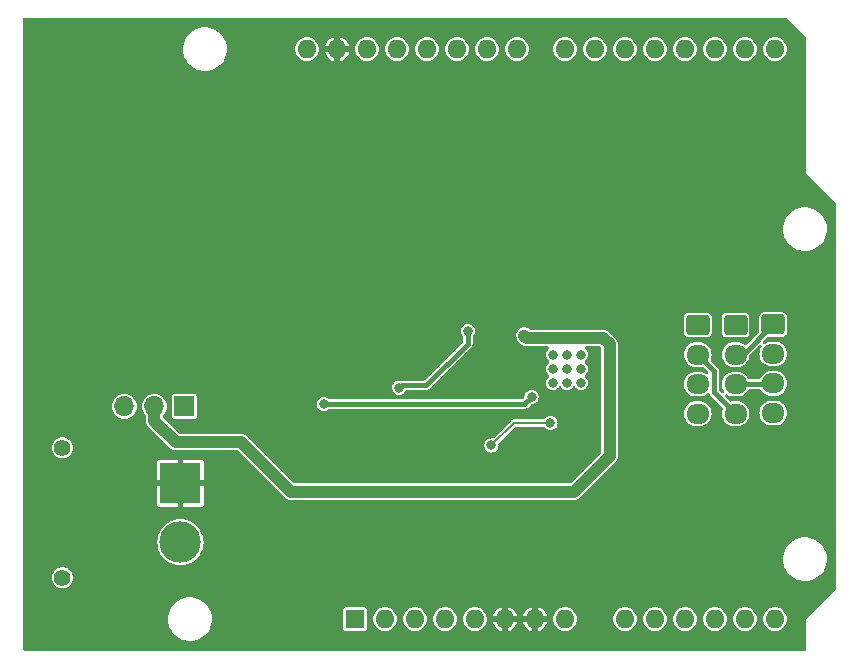
<source format=gbr>
%TF.GenerationSoftware,KiCad,Pcbnew,(7.0.0-0)*%
%TF.CreationDate,2023-03-13T16:32:43+01:00*%
%TF.ProjectId,tmc2209_devboard,746d6332-3230-4395-9f64-6576626f6172,rev?*%
%TF.SameCoordinates,Original*%
%TF.FileFunction,Copper,L2,Bot*%
%TF.FilePolarity,Positive*%
%FSLAX46Y46*%
G04 Gerber Fmt 4.6, Leading zero omitted, Abs format (unit mm)*
G04 Created by KiCad (PCBNEW (7.0.0-0)) date 2023-03-13 16:32:43*
%MOMM*%
%LPD*%
G01*
G04 APERTURE LIST*
G04 Aperture macros list*
%AMRoundRect*
0 Rectangle with rounded corners*
0 $1 Rounding radius*
0 $2 $3 $4 $5 $6 $7 $8 $9 X,Y pos of 4 corners*
0 Add a 4 corners polygon primitive as box body*
4,1,4,$2,$3,$4,$5,$6,$7,$8,$9,$2,$3,0*
0 Add four circle primitives for the rounded corners*
1,1,$1+$1,$2,$3*
1,1,$1+$1,$4,$5*
1,1,$1+$1,$6,$7*
1,1,$1+$1,$8,$9*
0 Add four rect primitives between the rounded corners*
20,1,$1+$1,$2,$3,$4,$5,0*
20,1,$1+$1,$4,$5,$6,$7,0*
20,1,$1+$1,$6,$7,$8,$9,0*
20,1,$1+$1,$8,$9,$2,$3,0*%
G04 Aperture macros list end*
%TA.AperFunction,ComponentPad*%
%ADD10R,1.700000X1.700000*%
%TD*%
%TA.AperFunction,ComponentPad*%
%ADD11O,1.700000X1.700000*%
%TD*%
%TA.AperFunction,ComponentPad*%
%ADD12RoundRect,0.250000X-0.725000X0.600000X-0.725000X-0.600000X0.725000X-0.600000X0.725000X0.600000X0*%
%TD*%
%TA.AperFunction,ComponentPad*%
%ADD13O,1.950000X1.700000*%
%TD*%
%TA.AperFunction,ComponentPad*%
%ADD14C,1.400000*%
%TD*%
%TA.AperFunction,ComponentPad*%
%ADD15R,3.500000X3.500000*%
%TD*%
%TA.AperFunction,ComponentPad*%
%ADD16C,3.500000*%
%TD*%
%TA.AperFunction,ComponentPad*%
%ADD17R,1.600000X1.600000*%
%TD*%
%TA.AperFunction,ComponentPad*%
%ADD18O,1.600000X1.600000*%
%TD*%
%TA.AperFunction,ViaPad*%
%ADD19C,0.800000*%
%TD*%
%TA.AperFunction,Conductor*%
%ADD20C,0.400000*%
%TD*%
%TA.AperFunction,Conductor*%
%ADD21C,1.000000*%
%TD*%
%TA.AperFunction,Conductor*%
%ADD22C,0.200000*%
%TD*%
G04 APERTURE END LIST*
D10*
%TO.P,J2,1,Pin_1*%
%TO.N,+28V*%
X55999999Y-54999999D03*
D11*
%TO.P,J2,2,Pin_2*%
%TO.N,Vdrive*%
X53459999Y-54999999D03*
%TO.P,J2,3,Pin_3*%
%TO.N,Net-(A1-VIN)*%
X50919999Y-54999999D03*
%TD*%
D12*
%TO.P,J5,1,Pin_1*%
%TO.N,OB2*%
X99467500Y-48100000D03*
D13*
%TO.P,J5,2,Pin_2*%
%TO.N,OB1*%
X99467499Y-50599999D03*
%TO.P,J5,3,Pin_3*%
%TO.N,OA1*%
X99467499Y-53099999D03*
%TO.P,J5,4,Pin_4*%
%TO.N,OA2*%
X99467499Y-55599999D03*
%TD*%
D14*
%TO.P,J1,*%
%TO.N,*%
X45675000Y-69500000D03*
X45675000Y-58500000D03*
D15*
%TO.P,J1,1,Pin_1*%
%TO.N,GND*%
X55674999Y-61499999D03*
D16*
%TO.P,J1,2,Pin_2*%
%TO.N,+28V*%
X55675000Y-66500000D03*
%TD*%
D12*
%TO.P,J4,1,Pin_1*%
%TO.N,OA1*%
X105867500Y-48050000D03*
D13*
%TO.P,J4,2,Pin_2*%
%TO.N,OB1*%
X105867499Y-50549999D03*
%TO.P,J4,3,Pin_3*%
%TO.N,OA2*%
X105867499Y-53049999D03*
%TO.P,J4,4,Pin_4*%
%TO.N,OB2*%
X105867499Y-55549999D03*
%TD*%
D12*
%TO.P,J6,1,Pin_1*%
%TO.N,OB2*%
X102667500Y-48100000D03*
D13*
%TO.P,J6,2,Pin_2*%
%TO.N,OA1*%
X102667499Y-50599999D03*
%TO.P,J6,3,Pin_3*%
%TO.N,OA2*%
X102667499Y-53099999D03*
%TO.P,J6,4,Pin_4*%
%TO.N,OB1*%
X102667499Y-55599999D03*
%TD*%
D17*
%TO.P,A1,1,NC*%
%TO.N,unconnected-(A1-NC-Pad1)*%
X70449999Y-72999999D03*
D18*
%TO.P,A1,2,IOREF*%
%TO.N,unconnected-(A1-IOREF-Pad2)*%
X72989999Y-72999999D03*
%TO.P,A1,3,~{RESET}*%
%TO.N,rst*%
X75529999Y-72999999D03*
%TO.P,A1,4,3V3*%
%TO.N,+3V3*%
X78069999Y-72999999D03*
%TO.P,A1,5,+5V*%
%TO.N,+5V*%
X80609999Y-72999999D03*
%TO.P,A1,6,GND*%
%TO.N,GND*%
X83149999Y-72999999D03*
%TO.P,A1,7,GND*%
X85689999Y-72999999D03*
%TO.P,A1,8,VIN*%
%TO.N,Net-(A1-VIN)*%
X88229999Y-72999999D03*
%TO.P,A1,9,A0*%
%TO.N,voltage_detect*%
X93309999Y-72999999D03*
%TO.P,A1,10,A1*%
%TO.N,unconnected-(A1-A1-Pad10)*%
X95849999Y-72999999D03*
%TO.P,A1,11,A2*%
%TO.N,unconnected-(A1-A2-Pad11)*%
X98389999Y-72999999D03*
%TO.P,A1,12,A3*%
%TO.N,unconnected-(A1-A3-Pad12)*%
X100929999Y-72999999D03*
%TO.P,A1,13,SDA/A4*%
%TO.N,unconnected-(A1-SDA{slash}A4-Pad13)*%
X103469999Y-72999999D03*
%TO.P,A1,14,SCL/A5*%
%TO.N,unconnected-(A1-SCL{slash}A5-Pad14)*%
X106009999Y-72999999D03*
%TO.P,A1,15,D0/RX*%
%TO.N,unconnected-(A1-D0{slash}RX-Pad15)*%
X106009999Y-24739999D03*
%TO.P,A1,16,D1/TX*%
%TO.N,unconnected-(A1-D1{slash}TX-Pad16)*%
X103469999Y-24739999D03*
%TO.P,A1,17,D2*%
%TO.N,MOT_ENABLE*%
X100929999Y-24739999D03*
%TO.P,A1,18,D3*%
%TO.N,MOT_SPREAD*%
X98389999Y-24739999D03*
%TO.P,A1,19,D4*%
%TO.N,MOT_MS1*%
X95849999Y-24739999D03*
%TO.P,A1,20,D5*%
%TO.N,MOT_MS2*%
X93309999Y-24739999D03*
%TO.P,A1,21,D6*%
%TO.N,MOT_DIAG*%
X90769999Y-24739999D03*
%TO.P,A1,22,D7*%
%TO.N,MOT_INDEX*%
X88229999Y-24739999D03*
%TO.P,A1,23,D8*%
%TO.N,MOT_CLK*%
X84169999Y-24739999D03*
%TO.P,A1,24,D9*%
%TO.N,MOT_UART_RX*%
X81629999Y-24739999D03*
%TO.P,A1,25,D10*%
%TO.N,MOT_UART_TX*%
X79089999Y-24739999D03*
%TO.P,A1,26,D11*%
%TO.N,MOT_STEP*%
X76549999Y-24739999D03*
%TO.P,A1,27,D12*%
%TO.N,MOT_DIR*%
X74009999Y-24739999D03*
%TO.P,A1,28,D13*%
%TO.N,MOT_STANDBY*%
X71469999Y-24739999D03*
%TO.P,A1,29,GND*%
%TO.N,GND*%
X68929999Y-24739999D03*
%TO.P,A1,30,AREF*%
%TO.N,unconnected-(A1-AREF-Pad30)*%
X66389999Y-24739999D03*
%TD*%
D19*
%TO.N,+5V*%
X85400000Y-54200000D03*
X67800000Y-54800000D03*
%TO.N,GND*%
X109750000Y-53000000D03*
X68700000Y-58800000D03*
X60000000Y-74000000D03*
X97000000Y-26600000D03*
X82800000Y-42600000D03*
X109750000Y-49000000D03*
X92000000Y-33400000D03*
X80200000Y-33000000D03*
X68600000Y-39800000D03*
X64800000Y-33000000D03*
X60800000Y-33200000D03*
X86725000Y-43200000D03*
X68600000Y-32000000D03*
X86800000Y-65700000D03*
X72600000Y-63500000D03*
X107400000Y-64400000D03*
X52800000Y-32600000D03*
X47800000Y-55600000D03*
X90000000Y-58400000D03*
X97800000Y-49600000D03*
X44600000Y-54800000D03*
X68200000Y-63600000D03*
X75200000Y-27000000D03*
X70200000Y-37200000D03*
X45200000Y-30200000D03*
X55200000Y-49300000D03*
X45500000Y-48000000D03*
X88700000Y-68000000D03*
X85400000Y-63700000D03*
X78200000Y-47200000D03*
X72800000Y-46000000D03*
X62000000Y-68200000D03*
X84100000Y-57900000D03*
X81800000Y-56300000D03*
X93200000Y-49600000D03*
X59000000Y-35200000D03*
X93600000Y-45200000D03*
X90600000Y-56000000D03*
X77100000Y-63600000D03*
X91500000Y-61600000D03*
X70500000Y-63500000D03*
X72250000Y-57250000D03*
X61200000Y-56500000D03*
X78000000Y-27000000D03*
X70800000Y-69200000D03*
X46800000Y-51100000D03*
X89200000Y-59900000D03*
X91600000Y-47800000D03*
X88700000Y-65500000D03*
X65600000Y-28600000D03*
X75400000Y-39400000D03*
X80100000Y-59900000D03*
X52200000Y-74000000D03*
X89800000Y-40200000D03*
X96600000Y-59600000D03*
X93600000Y-56400000D03*
X49200000Y-60000000D03*
X83800000Y-27000000D03*
X53000000Y-26600000D03*
X72600000Y-26800000D03*
X78700000Y-56600000D03*
X78200000Y-59100000D03*
X102200000Y-37800000D03*
X96000000Y-35800000D03*
X89200000Y-47400000D03*
X95800000Y-56200000D03*
X93200000Y-40600000D03*
X74800000Y-63600000D03*
X94600000Y-31400000D03*
X91600000Y-45200000D03*
X51000000Y-30200000D03*
X68800000Y-27000000D03*
X89800000Y-43600000D03*
X69000000Y-52250000D03*
X82800000Y-45800000D03*
X70400000Y-29200000D03*
X105400000Y-31400000D03*
X55400000Y-35000000D03*
X82800000Y-38600000D03*
X101000000Y-30200000D03*
X97200000Y-29800000D03*
X104300000Y-62300000D03*
X93500000Y-58800000D03*
X93400000Y-53800000D03*
X59000000Y-61000000D03*
X89600000Y-26800000D03*
X65600000Y-48200000D03*
X99600000Y-28000000D03*
X62800000Y-36800000D03*
X65400000Y-60200000D03*
X110250000Y-59750000D03*
X72400000Y-39600000D03*
X104400000Y-67000000D03*
X56200000Y-27600000D03*
X82600000Y-32200000D03*
X109750000Y-56750000D03*
X66200000Y-68800000D03*
X46200000Y-73800000D03*
X78600000Y-49400000D03*
X46600000Y-36900000D03*
X64000000Y-72600000D03*
X87700000Y-60500000D03*
X65500000Y-54800000D03*
X78200000Y-39000000D03*
X106800000Y-27000000D03*
X94400000Y-26600000D03*
X95800000Y-47200000D03*
X89900000Y-63300000D03*
X101400000Y-64500000D03*
X86600000Y-27000000D03*
X107200000Y-35200000D03*
X68200000Y-45200000D03*
X86500000Y-70300000D03*
X92200000Y-26800000D03*
X102600000Y-27400000D03*
X70800000Y-43200000D03*
X80200000Y-64100000D03*
X99600000Y-44300000D03*
X54800000Y-31800000D03*
X65200000Y-64300000D03*
X59000000Y-62600000D03*
X89400000Y-35200000D03*
X77400000Y-69700000D03*
X93600000Y-47800000D03*
X86900000Y-59000000D03*
X76900000Y-71800000D03*
X90800000Y-74600000D03*
X86200000Y-37800000D03*
X62700000Y-62100000D03*
X80200000Y-45400000D03*
X89600000Y-46800000D03*
X88300000Y-64100000D03*
X86000000Y-60600000D03*
X49600000Y-68000000D03*
X68600000Y-71600000D03*
X62400000Y-49700000D03*
X48800000Y-34600000D03*
X96600000Y-44000000D03*
X95000000Y-44000000D03*
X110200000Y-44000000D03*
X97800000Y-54000000D03*
X44800000Y-33600000D03*
X55600000Y-23000000D03*
X108500000Y-44000000D03*
X95000000Y-59600000D03*
X110250000Y-65250000D03*
X48000000Y-23200000D03*
X88200000Y-55600000D03*
%TO.N,Vdrive*%
X92000000Y-56750000D03*
X92000000Y-49750000D03*
X84800000Y-49000000D03*
X92000000Y-53750000D03*
%TO.N,Net-(JP5-A)*%
X82000000Y-58300000D03*
X87000000Y-56400000D03*
X87000000Y-56400000D03*
%TO.N,Net-(D3-K)*%
X80000000Y-48600000D03*
X74200000Y-53400000D03*
%TO.N,unconnected-(U1-EXP-Pad29)*%
X89600000Y-53000000D03*
X88400000Y-50600000D03*
X88400000Y-51800000D03*
X89600000Y-51800000D03*
X88400000Y-53000000D03*
X87200000Y-51800000D03*
X87200000Y-50600000D03*
X89600000Y-50600000D03*
X87200000Y-53000000D03*
%TD*%
D20*
%TO.N,+5V*%
X67800000Y-54800000D02*
X84800000Y-54800000D01*
X84800000Y-54800000D02*
X85400000Y-54200000D01*
D21*
%TO.N,Vdrive*%
X89000000Y-62200000D02*
X65000000Y-62200000D01*
X92000000Y-56000000D02*
X92000000Y-56750000D01*
X92000000Y-59200000D02*
X89000000Y-62200000D01*
X92000000Y-49750000D02*
X92000000Y-56750000D01*
X91450000Y-49200000D02*
X85000000Y-49200000D01*
X65000000Y-62200000D02*
X62550000Y-59750000D01*
X55257919Y-58000000D02*
X53460000Y-56202081D01*
X92000000Y-56750000D02*
X92000000Y-59200000D01*
X62550000Y-59750000D02*
X60800000Y-58000000D01*
X92000000Y-49750000D02*
X91450000Y-49200000D01*
X85000000Y-49200000D02*
X84800000Y-49000000D01*
X53460000Y-56202081D02*
X53460000Y-55000000D01*
X60800000Y-58000000D02*
X55257919Y-58000000D01*
D22*
%TO.N,Net-(JP5-A)*%
X87000000Y-56400000D02*
X83900000Y-56400000D01*
X83900000Y-56400000D02*
X82000000Y-58300000D01*
D20*
%TO.N,Net-(D3-K)*%
X80000000Y-49668629D02*
X76468629Y-53200000D01*
X76468629Y-53200000D02*
X74400000Y-53200000D01*
X74400000Y-53200000D02*
X74200000Y-53400000D01*
X80000000Y-48600000D02*
X80000000Y-49668629D01*
%TO.N,OA1*%
X103317500Y-50600000D02*
X102667500Y-50600000D01*
X105867500Y-48050000D02*
X103317500Y-50600000D01*
%TO.N,OB1*%
X100842500Y-53775000D02*
X102667500Y-55600000D01*
X99467500Y-50600000D02*
X100842500Y-51975000D01*
X100842500Y-51975000D02*
X100842500Y-53775000D01*
%TO.N,OA2*%
X102667500Y-53100000D02*
X105817500Y-53100000D01*
X105817500Y-53100000D02*
X105867500Y-53050000D01*
%TD*%
%TA.AperFunction,Conductor*%
%TO.N,GND*%
G36*
X106964818Y-22084939D02*
G01*
X107005046Y-22111819D01*
X108638181Y-23744954D01*
X108665061Y-23785182D01*
X108674500Y-23832635D01*
X108674500Y-35221325D01*
X108674273Y-35226519D01*
X108672393Y-35229205D01*
X108673338Y-35240011D01*
X108673338Y-35240014D01*
X108674028Y-35247897D01*
X108674138Y-35250416D01*
X108674357Y-35251658D01*
X108674500Y-35253293D01*
X108674500Y-35261258D01*
X108674500Y-35263312D01*
X108674290Y-35263312D01*
X108674100Y-35265174D01*
X108674478Y-35266583D01*
X108675653Y-35266481D01*
X108677182Y-35283955D01*
X108684067Y-35290840D01*
X108685121Y-35292495D01*
X108688452Y-35301645D01*
X108697848Y-35307070D01*
X108706158Y-35314042D01*
X108705652Y-35314644D01*
X108715185Y-35321958D01*
X111138181Y-37744954D01*
X111165061Y-37785182D01*
X111174500Y-37832635D01*
X111174500Y-70417365D01*
X111165061Y-70464818D01*
X111138181Y-70505046D01*
X108716889Y-72926335D01*
X108713053Y-72929849D01*
X108709828Y-72930419D01*
X108702860Y-72938721D01*
X108702853Y-72938728D01*
X108697759Y-72944800D01*
X108696060Y-72946654D01*
X108695334Y-72947690D01*
X108694289Y-72948936D01*
X108688658Y-72954567D01*
X108688654Y-72954571D01*
X108688014Y-72955211D01*
X108687207Y-72956018D01*
X108687059Y-72955870D01*
X108685600Y-72957059D01*
X108684869Y-72958326D01*
X108685773Y-72959085D01*
X108681471Y-72964211D01*
X108681469Y-72964214D01*
X108674500Y-72972520D01*
X108674500Y-72982252D01*
X108674073Y-72984177D01*
X108669960Y-72992998D01*
X108672767Y-73003473D01*
X108673713Y-73014286D01*
X108672932Y-73014354D01*
X108674500Y-73026268D01*
X108674500Y-75550500D01*
X108657887Y-75612500D01*
X108612500Y-75657887D01*
X108550500Y-75674500D01*
X42449500Y-75674500D01*
X42387500Y-75657887D01*
X42342113Y-75612500D01*
X42325500Y-75550500D01*
X42325500Y-73067765D01*
X54625788Y-73067765D01*
X54626282Y-73072262D01*
X54626283Y-73072267D01*
X54654917Y-73332506D01*
X54654918Y-73332513D01*
X54655414Y-73337018D01*
X54656559Y-73341398D01*
X54656561Y-73341408D01*
X54688830Y-73464838D01*
X54723928Y-73599088D01*
X54725693Y-73603242D01*
X54725696Y-73603250D01*
X54825788Y-73838784D01*
X54829870Y-73848390D01*
X54832226Y-73852251D01*
X54832229Y-73852256D01*
X54933313Y-74017888D01*
X54970982Y-74079610D01*
X55144255Y-74287820D01*
X55147630Y-74290844D01*
X55147631Y-74290845D01*
X55252330Y-74384656D01*
X55345998Y-74468582D01*
X55571910Y-74618044D01*
X55817176Y-74733020D01*
X56076569Y-74811060D01*
X56344561Y-74850500D01*
X56545369Y-74850500D01*
X56547631Y-74850500D01*
X56750156Y-74835677D01*
X57014553Y-74776780D01*
X57267558Y-74680014D01*
X57503777Y-74547441D01*
X57718177Y-74381888D01*
X57906186Y-74186881D01*
X58063799Y-73966579D01*
X58139290Y-73819748D01*
X69449500Y-73819748D01*
X69450688Y-73825723D01*
X69450689Y-73825728D01*
X69453286Y-73838784D01*
X69461133Y-73878231D01*
X69505448Y-73944552D01*
X69571769Y-73988867D01*
X69630252Y-74000500D01*
X71263652Y-74000500D01*
X71269748Y-74000500D01*
X71328231Y-73988867D01*
X71394552Y-73944552D01*
X71438867Y-73878231D01*
X71450500Y-73819748D01*
X71450500Y-73000000D01*
X71984659Y-73000000D01*
X71985256Y-73006062D01*
X72003378Y-73190067D01*
X72003379Y-73190073D01*
X72003976Y-73196132D01*
X72005743Y-73201957D01*
X72005744Y-73201962D01*
X72048045Y-73341408D01*
X72061186Y-73384727D01*
X72064055Y-73390095D01*
X72064057Y-73390099D01*
X72151215Y-73553161D01*
X72151219Y-73553167D01*
X72154090Y-73558538D01*
X72279117Y-73710883D01*
X72431462Y-73835910D01*
X72436834Y-73838781D01*
X72436838Y-73838784D01*
X72510639Y-73878231D01*
X72605273Y-73928814D01*
X72793868Y-73986024D01*
X72990000Y-74005341D01*
X73186132Y-73986024D01*
X73374727Y-73928814D01*
X73548538Y-73835910D01*
X73700883Y-73710883D01*
X73825910Y-73558538D01*
X73918814Y-73384727D01*
X73976024Y-73196132D01*
X73995341Y-73000000D01*
X74524659Y-73000000D01*
X74525256Y-73006062D01*
X74543378Y-73190067D01*
X74543379Y-73190073D01*
X74543976Y-73196132D01*
X74545743Y-73201957D01*
X74545744Y-73201962D01*
X74588045Y-73341408D01*
X74601186Y-73384727D01*
X74604055Y-73390095D01*
X74604057Y-73390099D01*
X74691215Y-73553161D01*
X74691219Y-73553167D01*
X74694090Y-73558538D01*
X74819117Y-73710883D01*
X74971462Y-73835910D01*
X74976834Y-73838781D01*
X74976838Y-73838784D01*
X75050639Y-73878231D01*
X75145273Y-73928814D01*
X75333868Y-73986024D01*
X75530000Y-74005341D01*
X75726132Y-73986024D01*
X75914727Y-73928814D01*
X76088538Y-73835910D01*
X76240883Y-73710883D01*
X76365910Y-73558538D01*
X76458814Y-73384727D01*
X76516024Y-73196132D01*
X76535341Y-73000000D01*
X77064659Y-73000000D01*
X77065256Y-73006062D01*
X77083378Y-73190067D01*
X77083379Y-73190073D01*
X77083976Y-73196132D01*
X77085743Y-73201957D01*
X77085744Y-73201962D01*
X77128045Y-73341408D01*
X77141186Y-73384727D01*
X77144055Y-73390095D01*
X77144057Y-73390099D01*
X77231215Y-73553161D01*
X77231219Y-73553167D01*
X77234090Y-73558538D01*
X77359117Y-73710883D01*
X77511462Y-73835910D01*
X77516834Y-73838781D01*
X77516838Y-73838784D01*
X77590639Y-73878231D01*
X77685273Y-73928814D01*
X77873868Y-73986024D01*
X78070000Y-74005341D01*
X78266132Y-73986024D01*
X78454727Y-73928814D01*
X78628538Y-73835910D01*
X78780883Y-73710883D01*
X78905910Y-73558538D01*
X78998814Y-73384727D01*
X79056024Y-73196132D01*
X79075341Y-73000000D01*
X79604659Y-73000000D01*
X79605256Y-73006062D01*
X79623378Y-73190067D01*
X79623379Y-73190073D01*
X79623976Y-73196132D01*
X79625743Y-73201957D01*
X79625744Y-73201962D01*
X79668045Y-73341408D01*
X79681186Y-73384727D01*
X79684055Y-73390095D01*
X79684057Y-73390099D01*
X79771215Y-73553161D01*
X79771219Y-73553167D01*
X79774090Y-73558538D01*
X79899117Y-73710883D01*
X80051462Y-73835910D01*
X80056834Y-73838781D01*
X80056838Y-73838784D01*
X80130639Y-73878231D01*
X80225273Y-73928814D01*
X80413868Y-73986024D01*
X80610000Y-74005341D01*
X80806132Y-73986024D01*
X80994727Y-73928814D01*
X81168538Y-73835910D01*
X81320883Y-73710883D01*
X81445910Y-73558538D01*
X81538814Y-73384727D01*
X81578891Y-73252612D01*
X82132111Y-73252612D01*
X82132804Y-73263897D01*
X82173464Y-73397934D01*
X82178103Y-73409134D01*
X82269857Y-73580795D01*
X82276599Y-73590884D01*
X82400082Y-73741348D01*
X82408651Y-73749917D01*
X82559115Y-73873400D01*
X82569204Y-73880142D01*
X82740865Y-73971896D01*
X82752065Y-73976535D01*
X82886102Y-74017195D01*
X82897387Y-74017888D01*
X82900000Y-74006887D01*
X83400000Y-74006887D01*
X83402612Y-74017888D01*
X83413897Y-74017195D01*
X83547934Y-73976535D01*
X83559134Y-73971896D01*
X83730795Y-73880142D01*
X83740884Y-73873400D01*
X83891348Y-73749917D01*
X83899917Y-73741348D01*
X84023400Y-73590884D01*
X84030142Y-73580795D01*
X84121896Y-73409134D01*
X84126535Y-73397934D01*
X84167195Y-73263897D01*
X84167888Y-73252612D01*
X84672111Y-73252612D01*
X84672804Y-73263897D01*
X84713464Y-73397934D01*
X84718103Y-73409134D01*
X84809857Y-73580795D01*
X84816599Y-73590884D01*
X84940082Y-73741348D01*
X84948651Y-73749917D01*
X85099115Y-73873400D01*
X85109204Y-73880142D01*
X85280865Y-73971896D01*
X85292065Y-73976535D01*
X85426102Y-74017195D01*
X85437387Y-74017888D01*
X85440000Y-74006887D01*
X85940000Y-74006887D01*
X85942612Y-74017888D01*
X85953897Y-74017195D01*
X86087934Y-73976535D01*
X86099134Y-73971896D01*
X86270795Y-73880142D01*
X86280884Y-73873400D01*
X86431348Y-73749917D01*
X86439917Y-73741348D01*
X86563400Y-73590884D01*
X86570142Y-73580795D01*
X86661896Y-73409134D01*
X86666535Y-73397934D01*
X86707195Y-73263897D01*
X86707888Y-73252612D01*
X86696887Y-73250000D01*
X85956326Y-73250000D01*
X85943450Y-73253450D01*
X85940000Y-73266326D01*
X85940000Y-74006887D01*
X85440000Y-74006887D01*
X85440000Y-73266326D01*
X85436549Y-73253450D01*
X85423674Y-73250000D01*
X84683113Y-73250000D01*
X84672111Y-73252612D01*
X84167888Y-73252612D01*
X84156887Y-73250000D01*
X83416326Y-73250000D01*
X83403450Y-73253450D01*
X83400000Y-73266326D01*
X83400000Y-74006887D01*
X82900000Y-74006887D01*
X82900000Y-73266326D01*
X82896549Y-73253450D01*
X82883674Y-73250000D01*
X82143113Y-73250000D01*
X82132111Y-73252612D01*
X81578891Y-73252612D01*
X81596024Y-73196132D01*
X81615341Y-73000000D01*
X87224659Y-73000000D01*
X87225256Y-73006062D01*
X87243378Y-73190067D01*
X87243379Y-73190073D01*
X87243976Y-73196132D01*
X87245743Y-73201957D01*
X87245744Y-73201962D01*
X87288045Y-73341408D01*
X87301186Y-73384727D01*
X87304055Y-73390095D01*
X87304057Y-73390099D01*
X87391215Y-73553161D01*
X87391219Y-73553167D01*
X87394090Y-73558538D01*
X87519117Y-73710883D01*
X87671462Y-73835910D01*
X87676834Y-73838781D01*
X87676838Y-73838784D01*
X87750639Y-73878231D01*
X87845273Y-73928814D01*
X88033868Y-73986024D01*
X88230000Y-74005341D01*
X88426132Y-73986024D01*
X88614727Y-73928814D01*
X88788538Y-73835910D01*
X88940883Y-73710883D01*
X89065910Y-73558538D01*
X89158814Y-73384727D01*
X89216024Y-73196132D01*
X89235341Y-73000000D01*
X92304659Y-73000000D01*
X92305256Y-73006062D01*
X92323378Y-73190067D01*
X92323379Y-73190073D01*
X92323976Y-73196132D01*
X92325743Y-73201957D01*
X92325744Y-73201962D01*
X92368045Y-73341408D01*
X92381186Y-73384727D01*
X92384055Y-73390095D01*
X92384057Y-73390099D01*
X92471215Y-73553161D01*
X92471219Y-73553167D01*
X92474090Y-73558538D01*
X92599117Y-73710883D01*
X92751462Y-73835910D01*
X92756834Y-73838781D01*
X92756838Y-73838784D01*
X92830639Y-73878231D01*
X92925273Y-73928814D01*
X93113868Y-73986024D01*
X93310000Y-74005341D01*
X93506132Y-73986024D01*
X93694727Y-73928814D01*
X93868538Y-73835910D01*
X94020883Y-73710883D01*
X94145910Y-73558538D01*
X94238814Y-73384727D01*
X94296024Y-73196132D01*
X94315341Y-73000000D01*
X94844659Y-73000000D01*
X94845256Y-73006062D01*
X94863378Y-73190067D01*
X94863379Y-73190073D01*
X94863976Y-73196132D01*
X94865743Y-73201957D01*
X94865744Y-73201962D01*
X94908045Y-73341408D01*
X94921186Y-73384727D01*
X94924055Y-73390095D01*
X94924057Y-73390099D01*
X95011215Y-73553161D01*
X95011219Y-73553167D01*
X95014090Y-73558538D01*
X95139117Y-73710883D01*
X95291462Y-73835910D01*
X95296834Y-73838781D01*
X95296838Y-73838784D01*
X95370639Y-73878231D01*
X95465273Y-73928814D01*
X95653868Y-73986024D01*
X95850000Y-74005341D01*
X96046132Y-73986024D01*
X96234727Y-73928814D01*
X96408538Y-73835910D01*
X96560883Y-73710883D01*
X96685910Y-73558538D01*
X96778814Y-73384727D01*
X96836024Y-73196132D01*
X96855341Y-73000000D01*
X97384659Y-73000000D01*
X97385256Y-73006062D01*
X97403378Y-73190067D01*
X97403379Y-73190073D01*
X97403976Y-73196132D01*
X97405743Y-73201957D01*
X97405744Y-73201962D01*
X97448045Y-73341408D01*
X97461186Y-73384727D01*
X97464055Y-73390095D01*
X97464057Y-73390099D01*
X97551215Y-73553161D01*
X97551219Y-73553167D01*
X97554090Y-73558538D01*
X97679117Y-73710883D01*
X97831462Y-73835910D01*
X97836834Y-73838781D01*
X97836838Y-73838784D01*
X97910639Y-73878231D01*
X98005273Y-73928814D01*
X98193868Y-73986024D01*
X98390000Y-74005341D01*
X98586132Y-73986024D01*
X98774727Y-73928814D01*
X98948538Y-73835910D01*
X99100883Y-73710883D01*
X99225910Y-73558538D01*
X99318814Y-73384727D01*
X99376024Y-73196132D01*
X99395341Y-73000000D01*
X99924659Y-73000000D01*
X99925256Y-73006062D01*
X99943378Y-73190067D01*
X99943379Y-73190073D01*
X99943976Y-73196132D01*
X99945743Y-73201957D01*
X99945744Y-73201962D01*
X99988045Y-73341408D01*
X100001186Y-73384727D01*
X100004055Y-73390095D01*
X100004057Y-73390099D01*
X100091215Y-73553161D01*
X100091219Y-73553167D01*
X100094090Y-73558538D01*
X100219117Y-73710883D01*
X100371462Y-73835910D01*
X100376834Y-73838781D01*
X100376838Y-73838784D01*
X100450639Y-73878231D01*
X100545273Y-73928814D01*
X100733868Y-73986024D01*
X100930000Y-74005341D01*
X101126132Y-73986024D01*
X101314727Y-73928814D01*
X101488538Y-73835910D01*
X101640883Y-73710883D01*
X101765910Y-73558538D01*
X101858814Y-73384727D01*
X101916024Y-73196132D01*
X101935341Y-73000000D01*
X102464659Y-73000000D01*
X102465256Y-73006062D01*
X102483378Y-73190067D01*
X102483379Y-73190073D01*
X102483976Y-73196132D01*
X102485743Y-73201957D01*
X102485744Y-73201962D01*
X102528045Y-73341408D01*
X102541186Y-73384727D01*
X102544055Y-73390095D01*
X102544057Y-73390099D01*
X102631215Y-73553161D01*
X102631219Y-73553167D01*
X102634090Y-73558538D01*
X102759117Y-73710883D01*
X102911462Y-73835910D01*
X102916834Y-73838781D01*
X102916838Y-73838784D01*
X102990639Y-73878231D01*
X103085273Y-73928814D01*
X103273868Y-73986024D01*
X103470000Y-74005341D01*
X103666132Y-73986024D01*
X103854727Y-73928814D01*
X104028538Y-73835910D01*
X104180883Y-73710883D01*
X104305910Y-73558538D01*
X104398814Y-73384727D01*
X104456024Y-73196132D01*
X104475341Y-73000000D01*
X105004659Y-73000000D01*
X105005256Y-73006062D01*
X105023378Y-73190067D01*
X105023379Y-73190073D01*
X105023976Y-73196132D01*
X105025743Y-73201957D01*
X105025744Y-73201962D01*
X105068045Y-73341408D01*
X105081186Y-73384727D01*
X105084055Y-73390095D01*
X105084057Y-73390099D01*
X105171215Y-73553161D01*
X105171219Y-73553167D01*
X105174090Y-73558538D01*
X105299117Y-73710883D01*
X105451462Y-73835910D01*
X105456834Y-73838781D01*
X105456838Y-73838784D01*
X105530639Y-73878231D01*
X105625273Y-73928814D01*
X105813868Y-73986024D01*
X106010000Y-74005341D01*
X106206132Y-73986024D01*
X106394727Y-73928814D01*
X106568538Y-73835910D01*
X106720883Y-73710883D01*
X106845910Y-73558538D01*
X106938814Y-73384727D01*
X106996024Y-73196132D01*
X107015341Y-73000000D01*
X107014207Y-72988491D01*
X106996621Y-72809932D01*
X106996024Y-72803868D01*
X106938814Y-72615273D01*
X106845910Y-72441462D01*
X106720883Y-72289117D01*
X106568538Y-72164090D01*
X106563167Y-72161219D01*
X106563161Y-72161215D01*
X106400099Y-72074057D01*
X106400095Y-72074055D01*
X106394727Y-72071186D01*
X106376316Y-72065601D01*
X106211962Y-72015744D01*
X106211957Y-72015743D01*
X106206132Y-72013976D01*
X106200073Y-72013379D01*
X106200067Y-72013378D01*
X106016062Y-71995256D01*
X106010000Y-71994659D01*
X106003938Y-71995256D01*
X105819932Y-72013378D01*
X105819924Y-72013379D01*
X105813868Y-72013976D01*
X105808044Y-72015742D01*
X105808037Y-72015744D01*
X105631100Y-72069418D01*
X105631096Y-72069419D01*
X105625273Y-72071186D01*
X105619907Y-72074053D01*
X105619900Y-72074057D01*
X105456838Y-72161215D01*
X105456827Y-72161222D01*
X105451462Y-72164090D01*
X105446754Y-72167953D01*
X105446749Y-72167957D01*
X105303823Y-72285254D01*
X105303818Y-72285258D01*
X105299117Y-72289117D01*
X105295258Y-72293818D01*
X105295254Y-72293823D01*
X105177957Y-72436749D01*
X105177953Y-72436754D01*
X105174090Y-72441462D01*
X105171222Y-72446827D01*
X105171215Y-72446838D01*
X105084057Y-72609900D01*
X105084053Y-72609907D01*
X105081186Y-72615273D01*
X105079419Y-72621096D01*
X105079418Y-72621100D01*
X105025744Y-72798037D01*
X105025742Y-72798044D01*
X105023976Y-72803868D01*
X105023379Y-72809924D01*
X105023378Y-72809932D01*
X105005349Y-72992998D01*
X105004659Y-73000000D01*
X104475341Y-73000000D01*
X104474207Y-72988491D01*
X104456621Y-72809932D01*
X104456024Y-72803868D01*
X104398814Y-72615273D01*
X104305910Y-72441462D01*
X104180883Y-72289117D01*
X104028538Y-72164090D01*
X104023167Y-72161219D01*
X104023161Y-72161215D01*
X103860099Y-72074057D01*
X103860095Y-72074055D01*
X103854727Y-72071186D01*
X103836316Y-72065601D01*
X103671962Y-72015744D01*
X103671957Y-72015743D01*
X103666132Y-72013976D01*
X103660073Y-72013379D01*
X103660067Y-72013378D01*
X103476062Y-71995256D01*
X103470000Y-71994659D01*
X103463938Y-71995256D01*
X103279932Y-72013378D01*
X103279924Y-72013379D01*
X103273868Y-72013976D01*
X103268044Y-72015742D01*
X103268037Y-72015744D01*
X103091100Y-72069418D01*
X103091096Y-72069419D01*
X103085273Y-72071186D01*
X103079907Y-72074053D01*
X103079900Y-72074057D01*
X102916838Y-72161215D01*
X102916827Y-72161222D01*
X102911462Y-72164090D01*
X102906754Y-72167953D01*
X102906749Y-72167957D01*
X102763823Y-72285254D01*
X102763818Y-72285258D01*
X102759117Y-72289117D01*
X102755258Y-72293818D01*
X102755254Y-72293823D01*
X102637957Y-72436749D01*
X102637953Y-72436754D01*
X102634090Y-72441462D01*
X102631222Y-72446827D01*
X102631215Y-72446838D01*
X102544057Y-72609900D01*
X102544053Y-72609907D01*
X102541186Y-72615273D01*
X102539419Y-72621096D01*
X102539418Y-72621100D01*
X102485744Y-72798037D01*
X102485742Y-72798044D01*
X102483976Y-72803868D01*
X102483379Y-72809924D01*
X102483378Y-72809932D01*
X102465349Y-72992998D01*
X102464659Y-73000000D01*
X101935341Y-73000000D01*
X101934207Y-72988491D01*
X101916621Y-72809932D01*
X101916024Y-72803868D01*
X101858814Y-72615273D01*
X101765910Y-72441462D01*
X101640883Y-72289117D01*
X101488538Y-72164090D01*
X101483167Y-72161219D01*
X101483161Y-72161215D01*
X101320099Y-72074057D01*
X101320095Y-72074055D01*
X101314727Y-72071186D01*
X101296316Y-72065601D01*
X101131962Y-72015744D01*
X101131957Y-72015743D01*
X101126132Y-72013976D01*
X101120073Y-72013379D01*
X101120067Y-72013378D01*
X100936062Y-71995256D01*
X100930000Y-71994659D01*
X100923938Y-71995256D01*
X100739932Y-72013378D01*
X100739924Y-72013379D01*
X100733868Y-72013976D01*
X100728044Y-72015742D01*
X100728037Y-72015744D01*
X100551100Y-72069418D01*
X100551096Y-72069419D01*
X100545273Y-72071186D01*
X100539907Y-72074053D01*
X100539900Y-72074057D01*
X100376838Y-72161215D01*
X100376827Y-72161222D01*
X100371462Y-72164090D01*
X100366754Y-72167953D01*
X100366749Y-72167957D01*
X100223823Y-72285254D01*
X100223818Y-72285258D01*
X100219117Y-72289117D01*
X100215258Y-72293818D01*
X100215254Y-72293823D01*
X100097957Y-72436749D01*
X100097953Y-72436754D01*
X100094090Y-72441462D01*
X100091222Y-72446827D01*
X100091215Y-72446838D01*
X100004057Y-72609900D01*
X100004053Y-72609907D01*
X100001186Y-72615273D01*
X99999419Y-72621096D01*
X99999418Y-72621100D01*
X99945744Y-72798037D01*
X99945742Y-72798044D01*
X99943976Y-72803868D01*
X99943379Y-72809924D01*
X99943378Y-72809932D01*
X99925349Y-72992998D01*
X99924659Y-73000000D01*
X99395341Y-73000000D01*
X99394207Y-72988491D01*
X99376621Y-72809932D01*
X99376024Y-72803868D01*
X99318814Y-72615273D01*
X99225910Y-72441462D01*
X99100883Y-72289117D01*
X98948538Y-72164090D01*
X98943167Y-72161219D01*
X98943161Y-72161215D01*
X98780099Y-72074057D01*
X98780095Y-72074055D01*
X98774727Y-72071186D01*
X98756316Y-72065601D01*
X98591962Y-72015744D01*
X98591957Y-72015743D01*
X98586132Y-72013976D01*
X98580073Y-72013379D01*
X98580067Y-72013378D01*
X98396062Y-71995256D01*
X98390000Y-71994659D01*
X98383938Y-71995256D01*
X98199932Y-72013378D01*
X98199924Y-72013379D01*
X98193868Y-72013976D01*
X98188044Y-72015742D01*
X98188037Y-72015744D01*
X98011100Y-72069418D01*
X98011096Y-72069419D01*
X98005273Y-72071186D01*
X97999907Y-72074053D01*
X97999900Y-72074057D01*
X97836838Y-72161215D01*
X97836827Y-72161222D01*
X97831462Y-72164090D01*
X97826754Y-72167953D01*
X97826749Y-72167957D01*
X97683823Y-72285254D01*
X97683818Y-72285258D01*
X97679117Y-72289117D01*
X97675258Y-72293818D01*
X97675254Y-72293823D01*
X97557957Y-72436749D01*
X97557953Y-72436754D01*
X97554090Y-72441462D01*
X97551222Y-72446827D01*
X97551215Y-72446838D01*
X97464057Y-72609900D01*
X97464053Y-72609907D01*
X97461186Y-72615273D01*
X97459419Y-72621096D01*
X97459418Y-72621100D01*
X97405744Y-72798037D01*
X97405742Y-72798044D01*
X97403976Y-72803868D01*
X97403379Y-72809924D01*
X97403378Y-72809932D01*
X97385349Y-72992998D01*
X97384659Y-73000000D01*
X96855341Y-73000000D01*
X96854207Y-72988491D01*
X96836621Y-72809932D01*
X96836024Y-72803868D01*
X96778814Y-72615273D01*
X96685910Y-72441462D01*
X96560883Y-72289117D01*
X96408538Y-72164090D01*
X96403167Y-72161219D01*
X96403161Y-72161215D01*
X96240099Y-72074057D01*
X96240095Y-72074055D01*
X96234727Y-72071186D01*
X96216316Y-72065601D01*
X96051962Y-72015744D01*
X96051957Y-72015743D01*
X96046132Y-72013976D01*
X96040073Y-72013379D01*
X96040067Y-72013378D01*
X95856062Y-71995256D01*
X95850000Y-71994659D01*
X95843938Y-71995256D01*
X95659932Y-72013378D01*
X95659924Y-72013379D01*
X95653868Y-72013976D01*
X95648044Y-72015742D01*
X95648037Y-72015744D01*
X95471100Y-72069418D01*
X95471096Y-72069419D01*
X95465273Y-72071186D01*
X95459907Y-72074053D01*
X95459900Y-72074057D01*
X95296838Y-72161215D01*
X95296827Y-72161222D01*
X95291462Y-72164090D01*
X95286754Y-72167953D01*
X95286749Y-72167957D01*
X95143823Y-72285254D01*
X95143818Y-72285258D01*
X95139117Y-72289117D01*
X95135258Y-72293818D01*
X95135254Y-72293823D01*
X95017957Y-72436749D01*
X95017953Y-72436754D01*
X95014090Y-72441462D01*
X95011222Y-72446827D01*
X95011215Y-72446838D01*
X94924057Y-72609900D01*
X94924053Y-72609907D01*
X94921186Y-72615273D01*
X94919419Y-72621096D01*
X94919418Y-72621100D01*
X94865744Y-72798037D01*
X94865742Y-72798044D01*
X94863976Y-72803868D01*
X94863379Y-72809924D01*
X94863378Y-72809932D01*
X94845349Y-72992998D01*
X94844659Y-73000000D01*
X94315341Y-73000000D01*
X94314207Y-72988491D01*
X94296621Y-72809932D01*
X94296024Y-72803868D01*
X94238814Y-72615273D01*
X94145910Y-72441462D01*
X94020883Y-72289117D01*
X93868538Y-72164090D01*
X93863167Y-72161219D01*
X93863161Y-72161215D01*
X93700099Y-72074057D01*
X93700095Y-72074055D01*
X93694727Y-72071186D01*
X93676316Y-72065601D01*
X93511962Y-72015744D01*
X93511957Y-72015743D01*
X93506132Y-72013976D01*
X93500073Y-72013379D01*
X93500067Y-72013378D01*
X93316062Y-71995256D01*
X93310000Y-71994659D01*
X93303938Y-71995256D01*
X93119932Y-72013378D01*
X93119924Y-72013379D01*
X93113868Y-72013976D01*
X93108044Y-72015742D01*
X93108037Y-72015744D01*
X92931100Y-72069418D01*
X92931096Y-72069419D01*
X92925273Y-72071186D01*
X92919907Y-72074053D01*
X92919900Y-72074057D01*
X92756838Y-72161215D01*
X92756827Y-72161222D01*
X92751462Y-72164090D01*
X92746754Y-72167953D01*
X92746749Y-72167957D01*
X92603823Y-72285254D01*
X92603818Y-72285258D01*
X92599117Y-72289117D01*
X92595258Y-72293818D01*
X92595254Y-72293823D01*
X92477957Y-72436749D01*
X92477953Y-72436754D01*
X92474090Y-72441462D01*
X92471222Y-72446827D01*
X92471215Y-72446838D01*
X92384057Y-72609900D01*
X92384053Y-72609907D01*
X92381186Y-72615273D01*
X92379419Y-72621096D01*
X92379418Y-72621100D01*
X92325744Y-72798037D01*
X92325742Y-72798044D01*
X92323976Y-72803868D01*
X92323379Y-72809924D01*
X92323378Y-72809932D01*
X92305349Y-72992998D01*
X92304659Y-73000000D01*
X89235341Y-73000000D01*
X89234207Y-72988491D01*
X89216621Y-72809932D01*
X89216024Y-72803868D01*
X89158814Y-72615273D01*
X89065910Y-72441462D01*
X88940883Y-72289117D01*
X88788538Y-72164090D01*
X88783167Y-72161219D01*
X88783161Y-72161215D01*
X88620099Y-72074057D01*
X88620095Y-72074055D01*
X88614727Y-72071186D01*
X88596316Y-72065601D01*
X88431962Y-72015744D01*
X88431957Y-72015743D01*
X88426132Y-72013976D01*
X88420073Y-72013379D01*
X88420067Y-72013378D01*
X88236062Y-71995256D01*
X88230000Y-71994659D01*
X88223938Y-71995256D01*
X88039932Y-72013378D01*
X88039924Y-72013379D01*
X88033868Y-72013976D01*
X88028044Y-72015742D01*
X88028037Y-72015744D01*
X87851100Y-72069418D01*
X87851096Y-72069419D01*
X87845273Y-72071186D01*
X87839907Y-72074053D01*
X87839900Y-72074057D01*
X87676838Y-72161215D01*
X87676827Y-72161222D01*
X87671462Y-72164090D01*
X87666754Y-72167953D01*
X87666749Y-72167957D01*
X87523823Y-72285254D01*
X87523818Y-72285258D01*
X87519117Y-72289117D01*
X87515258Y-72293818D01*
X87515254Y-72293823D01*
X87397957Y-72436749D01*
X87397953Y-72436754D01*
X87394090Y-72441462D01*
X87391222Y-72446827D01*
X87391215Y-72446838D01*
X87304057Y-72609900D01*
X87304053Y-72609907D01*
X87301186Y-72615273D01*
X87299419Y-72621096D01*
X87299418Y-72621100D01*
X87245744Y-72798037D01*
X87245742Y-72798044D01*
X87243976Y-72803868D01*
X87243379Y-72809924D01*
X87243378Y-72809932D01*
X87225349Y-72992998D01*
X87224659Y-73000000D01*
X81615341Y-73000000D01*
X81614207Y-72988491D01*
X81596621Y-72809932D01*
X81596024Y-72803868D01*
X81578891Y-72747387D01*
X82132111Y-72747387D01*
X82143113Y-72750000D01*
X82883674Y-72750000D01*
X82896549Y-72746549D01*
X82900000Y-72733674D01*
X83400000Y-72733674D01*
X83403450Y-72746549D01*
X83416326Y-72750000D01*
X84156887Y-72750000D01*
X84167888Y-72747387D01*
X84672111Y-72747387D01*
X84683113Y-72750000D01*
X85423674Y-72750000D01*
X85436549Y-72746549D01*
X85440000Y-72733674D01*
X85940000Y-72733674D01*
X85943450Y-72746549D01*
X85956326Y-72750000D01*
X86696887Y-72750000D01*
X86707888Y-72747387D01*
X86707195Y-72736102D01*
X86666535Y-72602065D01*
X86661896Y-72590865D01*
X86570142Y-72419204D01*
X86563400Y-72409115D01*
X86439917Y-72258651D01*
X86431348Y-72250082D01*
X86280884Y-72126599D01*
X86270795Y-72119857D01*
X86099134Y-72028103D01*
X86087934Y-72023464D01*
X85953897Y-71982804D01*
X85942612Y-71982111D01*
X85940000Y-71993113D01*
X85940000Y-72733674D01*
X85440000Y-72733674D01*
X85440000Y-71993113D01*
X85437387Y-71982111D01*
X85426102Y-71982804D01*
X85292065Y-72023464D01*
X85280865Y-72028103D01*
X85109204Y-72119857D01*
X85099115Y-72126599D01*
X84948651Y-72250082D01*
X84940082Y-72258651D01*
X84816599Y-72409115D01*
X84809857Y-72419204D01*
X84718103Y-72590865D01*
X84713464Y-72602065D01*
X84672804Y-72736102D01*
X84672111Y-72747387D01*
X84167888Y-72747387D01*
X84167195Y-72736102D01*
X84126535Y-72602065D01*
X84121896Y-72590865D01*
X84030142Y-72419204D01*
X84023400Y-72409115D01*
X83899917Y-72258651D01*
X83891348Y-72250082D01*
X83740884Y-72126599D01*
X83730795Y-72119857D01*
X83559134Y-72028103D01*
X83547934Y-72023464D01*
X83413897Y-71982804D01*
X83402612Y-71982111D01*
X83400000Y-71993113D01*
X83400000Y-72733674D01*
X82900000Y-72733674D01*
X82900000Y-71993113D01*
X82897387Y-71982111D01*
X82886102Y-71982804D01*
X82752065Y-72023464D01*
X82740865Y-72028103D01*
X82569204Y-72119857D01*
X82559115Y-72126599D01*
X82408651Y-72250082D01*
X82400082Y-72258651D01*
X82276599Y-72409115D01*
X82269857Y-72419204D01*
X82178103Y-72590865D01*
X82173464Y-72602065D01*
X82132804Y-72736102D01*
X82132111Y-72747387D01*
X81578891Y-72747387D01*
X81538814Y-72615273D01*
X81445910Y-72441462D01*
X81320883Y-72289117D01*
X81168538Y-72164090D01*
X81163167Y-72161219D01*
X81163161Y-72161215D01*
X81000099Y-72074057D01*
X81000095Y-72074055D01*
X80994727Y-72071186D01*
X80976316Y-72065601D01*
X80811962Y-72015744D01*
X80811957Y-72015743D01*
X80806132Y-72013976D01*
X80800073Y-72013379D01*
X80800067Y-72013378D01*
X80616062Y-71995256D01*
X80610000Y-71994659D01*
X80603938Y-71995256D01*
X80419932Y-72013378D01*
X80419924Y-72013379D01*
X80413868Y-72013976D01*
X80408044Y-72015742D01*
X80408037Y-72015744D01*
X80231100Y-72069418D01*
X80231096Y-72069419D01*
X80225273Y-72071186D01*
X80219907Y-72074053D01*
X80219900Y-72074057D01*
X80056838Y-72161215D01*
X80056827Y-72161222D01*
X80051462Y-72164090D01*
X80046754Y-72167953D01*
X80046749Y-72167957D01*
X79903823Y-72285254D01*
X79903818Y-72285258D01*
X79899117Y-72289117D01*
X79895258Y-72293818D01*
X79895254Y-72293823D01*
X79777957Y-72436749D01*
X79777953Y-72436754D01*
X79774090Y-72441462D01*
X79771222Y-72446827D01*
X79771215Y-72446838D01*
X79684057Y-72609900D01*
X79684053Y-72609907D01*
X79681186Y-72615273D01*
X79679419Y-72621096D01*
X79679418Y-72621100D01*
X79625744Y-72798037D01*
X79625742Y-72798044D01*
X79623976Y-72803868D01*
X79623379Y-72809924D01*
X79623378Y-72809932D01*
X79605349Y-72992998D01*
X79604659Y-73000000D01*
X79075341Y-73000000D01*
X79074207Y-72988491D01*
X79056621Y-72809932D01*
X79056024Y-72803868D01*
X78998814Y-72615273D01*
X78905910Y-72441462D01*
X78780883Y-72289117D01*
X78628538Y-72164090D01*
X78623167Y-72161219D01*
X78623161Y-72161215D01*
X78460099Y-72074057D01*
X78460095Y-72074055D01*
X78454727Y-72071186D01*
X78436316Y-72065601D01*
X78271962Y-72015744D01*
X78271957Y-72015743D01*
X78266132Y-72013976D01*
X78260073Y-72013379D01*
X78260067Y-72013378D01*
X78076062Y-71995256D01*
X78070000Y-71994659D01*
X78063938Y-71995256D01*
X77879932Y-72013378D01*
X77879924Y-72013379D01*
X77873868Y-72013976D01*
X77868044Y-72015742D01*
X77868037Y-72015744D01*
X77691100Y-72069418D01*
X77691096Y-72069419D01*
X77685273Y-72071186D01*
X77679907Y-72074053D01*
X77679900Y-72074057D01*
X77516838Y-72161215D01*
X77516827Y-72161222D01*
X77511462Y-72164090D01*
X77506754Y-72167953D01*
X77506749Y-72167957D01*
X77363823Y-72285254D01*
X77363818Y-72285258D01*
X77359117Y-72289117D01*
X77355258Y-72293818D01*
X77355254Y-72293823D01*
X77237957Y-72436749D01*
X77237953Y-72436754D01*
X77234090Y-72441462D01*
X77231222Y-72446827D01*
X77231215Y-72446838D01*
X77144057Y-72609900D01*
X77144053Y-72609907D01*
X77141186Y-72615273D01*
X77139419Y-72621096D01*
X77139418Y-72621100D01*
X77085744Y-72798037D01*
X77085742Y-72798044D01*
X77083976Y-72803868D01*
X77083379Y-72809924D01*
X77083378Y-72809932D01*
X77065349Y-72992998D01*
X77064659Y-73000000D01*
X76535341Y-73000000D01*
X76534207Y-72988491D01*
X76516621Y-72809932D01*
X76516024Y-72803868D01*
X76458814Y-72615273D01*
X76365910Y-72441462D01*
X76240883Y-72289117D01*
X76088538Y-72164090D01*
X76083167Y-72161219D01*
X76083161Y-72161215D01*
X75920099Y-72074057D01*
X75920095Y-72074055D01*
X75914727Y-72071186D01*
X75896316Y-72065601D01*
X75731962Y-72015744D01*
X75731957Y-72015743D01*
X75726132Y-72013976D01*
X75720073Y-72013379D01*
X75720067Y-72013378D01*
X75536062Y-71995256D01*
X75530000Y-71994659D01*
X75523938Y-71995256D01*
X75339932Y-72013378D01*
X75339924Y-72013379D01*
X75333868Y-72013976D01*
X75328044Y-72015742D01*
X75328037Y-72015744D01*
X75151100Y-72069418D01*
X75151096Y-72069419D01*
X75145273Y-72071186D01*
X75139907Y-72074053D01*
X75139900Y-72074057D01*
X74976838Y-72161215D01*
X74976827Y-72161222D01*
X74971462Y-72164090D01*
X74966754Y-72167953D01*
X74966749Y-72167957D01*
X74823823Y-72285254D01*
X74823818Y-72285258D01*
X74819117Y-72289117D01*
X74815258Y-72293818D01*
X74815254Y-72293823D01*
X74697957Y-72436749D01*
X74697953Y-72436754D01*
X74694090Y-72441462D01*
X74691222Y-72446827D01*
X74691215Y-72446838D01*
X74604057Y-72609900D01*
X74604053Y-72609907D01*
X74601186Y-72615273D01*
X74599419Y-72621096D01*
X74599418Y-72621100D01*
X74545744Y-72798037D01*
X74545742Y-72798044D01*
X74543976Y-72803868D01*
X74543379Y-72809924D01*
X74543378Y-72809932D01*
X74525349Y-72992998D01*
X74524659Y-73000000D01*
X73995341Y-73000000D01*
X73994207Y-72988491D01*
X73976621Y-72809932D01*
X73976024Y-72803868D01*
X73918814Y-72615273D01*
X73825910Y-72441462D01*
X73700883Y-72289117D01*
X73548538Y-72164090D01*
X73543167Y-72161219D01*
X73543161Y-72161215D01*
X73380099Y-72074057D01*
X73380095Y-72074055D01*
X73374727Y-72071186D01*
X73356316Y-72065601D01*
X73191962Y-72015744D01*
X73191957Y-72015743D01*
X73186132Y-72013976D01*
X73180073Y-72013379D01*
X73180067Y-72013378D01*
X72996062Y-71995256D01*
X72990000Y-71994659D01*
X72983938Y-71995256D01*
X72799932Y-72013378D01*
X72799924Y-72013379D01*
X72793868Y-72013976D01*
X72788044Y-72015742D01*
X72788037Y-72015744D01*
X72611100Y-72069418D01*
X72611096Y-72069419D01*
X72605273Y-72071186D01*
X72599907Y-72074053D01*
X72599900Y-72074057D01*
X72436838Y-72161215D01*
X72436827Y-72161222D01*
X72431462Y-72164090D01*
X72426754Y-72167953D01*
X72426749Y-72167957D01*
X72283823Y-72285254D01*
X72283818Y-72285258D01*
X72279117Y-72289117D01*
X72275258Y-72293818D01*
X72275254Y-72293823D01*
X72157957Y-72436749D01*
X72157953Y-72436754D01*
X72154090Y-72441462D01*
X72151222Y-72446827D01*
X72151215Y-72446838D01*
X72064057Y-72609900D01*
X72064053Y-72609907D01*
X72061186Y-72615273D01*
X72059419Y-72621096D01*
X72059418Y-72621100D01*
X72005744Y-72798037D01*
X72005742Y-72798044D01*
X72003976Y-72803868D01*
X72003379Y-72809924D01*
X72003378Y-72809932D01*
X71985349Y-72992998D01*
X71984659Y-73000000D01*
X71450500Y-73000000D01*
X71450500Y-72180252D01*
X71438867Y-72121769D01*
X71394552Y-72055448D01*
X71346685Y-72023464D01*
X71338384Y-72017917D01*
X71338383Y-72017916D01*
X71328231Y-72011133D01*
X71316253Y-72008750D01*
X71316252Y-72008750D01*
X71275728Y-72000689D01*
X71275723Y-72000688D01*
X71269748Y-71999500D01*
X69630252Y-71999500D01*
X69624277Y-72000688D01*
X69624271Y-72000689D01*
X69583747Y-72008750D01*
X69583745Y-72008750D01*
X69571769Y-72011133D01*
X69561618Y-72017915D01*
X69561615Y-72017917D01*
X69515601Y-72048663D01*
X69515598Y-72048665D01*
X69505448Y-72055448D01*
X69498665Y-72065598D01*
X69498663Y-72065601D01*
X69467917Y-72111615D01*
X69467915Y-72111618D01*
X69461133Y-72121769D01*
X69458750Y-72133745D01*
X69458750Y-72133747D01*
X69450689Y-72174271D01*
X69450688Y-72174277D01*
X69449500Y-72180252D01*
X69449500Y-73819748D01*
X58139290Y-73819748D01*
X58187656Y-73725675D01*
X58275118Y-73469305D01*
X58324319Y-73202933D01*
X58334212Y-72932235D01*
X58304586Y-72662982D01*
X58236072Y-72400912D01*
X58130130Y-72151610D01*
X57989018Y-71920390D01*
X57815745Y-71712180D01*
X57710759Y-71618112D01*
X57617382Y-71534446D01*
X57617378Y-71534442D01*
X57614002Y-71531418D01*
X57388090Y-71381956D01*
X57383996Y-71380036D01*
X57383991Y-71380034D01*
X57146929Y-71268904D01*
X57146925Y-71268902D01*
X57142824Y-71266980D01*
X57138477Y-71265672D01*
X57138474Y-71265671D01*
X56887772Y-71190246D01*
X56887771Y-71190245D01*
X56883431Y-71188940D01*
X56878957Y-71188281D01*
X56878950Y-71188280D01*
X56619913Y-71150158D01*
X56619907Y-71150157D01*
X56615439Y-71149500D01*
X56412369Y-71149500D01*
X56410120Y-71149664D01*
X56410109Y-71149665D01*
X56214363Y-71163992D01*
X56214359Y-71163992D01*
X56209844Y-71164323D01*
X56205426Y-71165307D01*
X56205420Y-71165308D01*
X55949877Y-71222232D01*
X55949861Y-71222236D01*
X55945447Y-71223220D01*
X55941216Y-71224838D01*
X55941210Y-71224840D01*
X55696673Y-71318367D01*
X55696663Y-71318371D01*
X55692442Y-71319986D01*
X55688494Y-71322201D01*
X55688489Y-71322204D01*
X55460176Y-71450340D01*
X55460171Y-71450343D01*
X55456223Y-71452559D01*
X55452639Y-71455325D01*
X55452635Y-71455329D01*
X55245407Y-71615343D01*
X55245394Y-71615354D01*
X55241823Y-71618112D01*
X55238685Y-71621366D01*
X55238678Y-71621373D01*
X55056958Y-71809857D01*
X55056952Y-71809864D01*
X55053814Y-71813119D01*
X55051189Y-71816787D01*
X55051179Y-71816800D01*
X54898834Y-72029740D01*
X54898830Y-72029745D01*
X54896201Y-72033421D01*
X54894132Y-72037444D01*
X54894129Y-72037450D01*
X54774416Y-72270293D01*
X54774411Y-72270304D01*
X54772344Y-72274325D01*
X54770884Y-72278602D01*
X54770879Y-72278616D01*
X54686348Y-72526395D01*
X54686344Y-72526407D01*
X54684882Y-72530695D01*
X54684057Y-72535159D01*
X54684057Y-72535161D01*
X54636504Y-72792606D01*
X54636502Y-72792619D01*
X54635681Y-72797067D01*
X54635515Y-72801593D01*
X54635515Y-72801599D01*
X54627122Y-73031273D01*
X54625788Y-73067765D01*
X42325500Y-73067765D01*
X42325500Y-69500000D01*
X44769540Y-69500000D01*
X44770219Y-69506460D01*
X44788646Y-69681795D01*
X44788647Y-69681803D01*
X44789326Y-69688256D01*
X44791331Y-69694428D01*
X44791333Y-69694435D01*
X44845813Y-69862105D01*
X44847821Y-69868284D01*
X44942467Y-70032216D01*
X45069129Y-70172888D01*
X45222270Y-70284151D01*
X45395197Y-70361144D01*
X45580354Y-70400500D01*
X45763143Y-70400500D01*
X45769646Y-70400500D01*
X45954803Y-70361144D01*
X46127730Y-70284151D01*
X46280871Y-70172888D01*
X46407533Y-70032216D01*
X46502179Y-69868284D01*
X46560674Y-69688256D01*
X46580460Y-69500000D01*
X46560674Y-69311744D01*
X46502179Y-69131716D01*
X46407533Y-68967784D01*
X46334415Y-68886579D01*
X46285220Y-68831942D01*
X46285219Y-68831941D01*
X46280871Y-68827112D01*
X46275613Y-68823292D01*
X46275611Y-68823290D01*
X46132988Y-68719669D01*
X46132987Y-68719668D01*
X46127730Y-68715849D01*
X46121792Y-68713205D01*
X45960745Y-68641501D01*
X45960740Y-68641499D01*
X45954803Y-68638856D01*
X45948444Y-68637504D01*
X45948440Y-68637503D01*
X45776008Y-68600852D01*
X45776005Y-68600851D01*
X45769646Y-68599500D01*
X45580354Y-68599500D01*
X45573995Y-68600851D01*
X45573991Y-68600852D01*
X45401559Y-68637503D01*
X45401552Y-68637505D01*
X45395197Y-68638856D01*
X45389262Y-68641498D01*
X45389254Y-68641501D01*
X45228207Y-68713205D01*
X45228202Y-68713207D01*
X45222270Y-68715849D01*
X45217016Y-68719665D01*
X45217011Y-68719669D01*
X45074388Y-68823290D01*
X45074381Y-68823295D01*
X45069129Y-68827112D01*
X45064784Y-68831937D01*
X45064779Y-68831942D01*
X44946813Y-68962956D01*
X44946808Y-68962962D01*
X44942467Y-68967784D01*
X44939222Y-68973404D01*
X44939218Y-68973410D01*
X44851069Y-69126089D01*
X44851066Y-69126094D01*
X44847821Y-69131716D01*
X44845815Y-69137888D01*
X44845813Y-69137894D01*
X44791333Y-69305564D01*
X44791331Y-69305573D01*
X44789326Y-69311744D01*
X44788648Y-69318194D01*
X44788646Y-69318204D01*
X44781250Y-69388582D01*
X44769540Y-69500000D01*
X42325500Y-69500000D01*
X42325500Y-66500000D01*
X53719518Y-66500000D01*
X53719834Y-66504418D01*
X53739105Y-66773871D01*
X53739106Y-66773880D01*
X53739422Y-66778294D01*
X53740362Y-66782619D01*
X53740364Y-66782627D01*
X53778395Y-66957450D01*
X53798729Y-67050923D01*
X53800278Y-67055076D01*
X53894683Y-67308188D01*
X53894685Y-67308194D01*
X53896231Y-67312337D01*
X53898353Y-67316223D01*
X53971780Y-67450695D01*
X54029944Y-67557213D01*
X54197145Y-67780568D01*
X54394432Y-67977855D01*
X54617787Y-68145056D01*
X54862663Y-68278769D01*
X55124077Y-68376271D01*
X55396706Y-68435578D01*
X55675000Y-68455482D01*
X55953294Y-68435578D01*
X56225923Y-68376271D01*
X56487337Y-68278769D01*
X56732213Y-68145056D01*
X56942330Y-67987765D01*
X106695788Y-67987765D01*
X106696282Y-67992262D01*
X106696283Y-67992267D01*
X106724917Y-68252506D01*
X106724918Y-68252513D01*
X106725414Y-68257018D01*
X106726559Y-68261398D01*
X106726561Y-68261408D01*
X106777299Y-68455482D01*
X106793928Y-68519088D01*
X106795693Y-68523242D01*
X106795696Y-68523250D01*
X106898099Y-68764223D01*
X106899870Y-68768390D01*
X106902226Y-68772251D01*
X106902229Y-68772256D01*
X107024992Y-68973410D01*
X107040982Y-68999610D01*
X107214255Y-69207820D01*
X107217630Y-69210844D01*
X107217631Y-69210845D01*
X107322330Y-69304656D01*
X107415998Y-69388582D01*
X107641910Y-69538044D01*
X107887176Y-69653020D01*
X108146569Y-69731060D01*
X108414561Y-69770500D01*
X108615369Y-69770500D01*
X108617631Y-69770500D01*
X108820156Y-69755677D01*
X109084553Y-69696780D01*
X109337558Y-69600014D01*
X109573777Y-69467441D01*
X109788177Y-69301888D01*
X109976186Y-69106881D01*
X110133799Y-68886579D01*
X110257656Y-68645675D01*
X110345118Y-68389305D01*
X110394319Y-68122933D01*
X110404212Y-67852235D01*
X110374586Y-67582982D01*
X110306072Y-67320912D01*
X110200130Y-67071610D01*
X110059018Y-66840390D01*
X109885745Y-66632180D01*
X109780759Y-66538112D01*
X109687382Y-66454446D01*
X109687378Y-66454442D01*
X109684002Y-66451418D01*
X109458090Y-66301956D01*
X109453996Y-66300036D01*
X109453991Y-66300034D01*
X109216929Y-66188904D01*
X109216925Y-66188902D01*
X109212824Y-66186980D01*
X109208477Y-66185672D01*
X109208474Y-66185671D01*
X108957772Y-66110246D01*
X108957771Y-66110245D01*
X108953431Y-66108940D01*
X108948957Y-66108281D01*
X108948950Y-66108280D01*
X108689913Y-66070158D01*
X108689907Y-66070157D01*
X108685439Y-66069500D01*
X108482369Y-66069500D01*
X108480120Y-66069664D01*
X108480109Y-66069665D01*
X108284363Y-66083992D01*
X108284359Y-66083992D01*
X108279844Y-66084323D01*
X108275426Y-66085307D01*
X108275420Y-66085308D01*
X108019877Y-66142232D01*
X108019861Y-66142236D01*
X108015447Y-66143220D01*
X108011216Y-66144838D01*
X108011210Y-66144840D01*
X107766673Y-66238367D01*
X107766663Y-66238371D01*
X107762442Y-66239986D01*
X107758494Y-66242201D01*
X107758489Y-66242204D01*
X107530176Y-66370340D01*
X107530171Y-66370343D01*
X107526223Y-66372559D01*
X107522639Y-66375325D01*
X107522635Y-66375329D01*
X107315407Y-66535343D01*
X107315394Y-66535354D01*
X107311823Y-66538112D01*
X107308685Y-66541366D01*
X107308678Y-66541373D01*
X107126958Y-66729857D01*
X107126952Y-66729864D01*
X107123814Y-66733119D01*
X107121189Y-66736787D01*
X107121179Y-66736800D01*
X106968834Y-66949740D01*
X106968830Y-66949745D01*
X106966201Y-66953421D01*
X106964132Y-66957444D01*
X106964129Y-66957450D01*
X106844416Y-67190293D01*
X106844411Y-67190304D01*
X106842344Y-67194325D01*
X106840884Y-67198602D01*
X106840879Y-67198616D01*
X106756348Y-67446395D01*
X106756344Y-67446407D01*
X106754882Y-67450695D01*
X106754057Y-67455159D01*
X106754057Y-67455161D01*
X106706504Y-67712606D01*
X106706502Y-67712619D01*
X106705681Y-67717067D01*
X106705515Y-67721593D01*
X106705515Y-67721599D01*
X106696265Y-67974717D01*
X106695788Y-67987765D01*
X56942330Y-67987765D01*
X56955568Y-67977855D01*
X57152855Y-67780568D01*
X57320056Y-67557213D01*
X57453769Y-67312337D01*
X57551271Y-67050923D01*
X57610578Y-66778294D01*
X57630482Y-66500000D01*
X57610578Y-66221706D01*
X57551271Y-65949077D01*
X57453769Y-65687663D01*
X57320056Y-65442787D01*
X57152855Y-65219432D01*
X56955568Y-65022145D01*
X56732213Y-64854944D01*
X56487337Y-64721231D01*
X56483194Y-64719685D01*
X56483188Y-64719683D01*
X56230076Y-64625278D01*
X56225923Y-64623729D01*
X56221591Y-64622786D01*
X56221589Y-64622786D01*
X55957627Y-64565364D01*
X55957619Y-64565362D01*
X55953294Y-64564422D01*
X55948880Y-64564106D01*
X55948871Y-64564105D01*
X55679418Y-64544834D01*
X55675000Y-64544518D01*
X55670582Y-64544834D01*
X55401128Y-64564105D01*
X55401117Y-64564106D01*
X55396706Y-64564422D01*
X55392382Y-64565362D01*
X55392372Y-64565364D01*
X55128410Y-64622786D01*
X55128404Y-64622787D01*
X55124077Y-64623729D01*
X55119927Y-64625276D01*
X55119923Y-64625278D01*
X54866811Y-64719683D01*
X54866800Y-64719687D01*
X54862663Y-64721231D01*
X54858781Y-64723350D01*
X54858776Y-64723353D01*
X54621681Y-64852817D01*
X54621673Y-64852821D01*
X54617787Y-64854944D01*
X54614237Y-64857601D01*
X54614233Y-64857604D01*
X54397983Y-65019486D01*
X54397976Y-65019491D01*
X54394432Y-65022145D01*
X54391301Y-65025275D01*
X54391294Y-65025282D01*
X54200282Y-65216294D01*
X54200275Y-65216301D01*
X54197145Y-65219432D01*
X54194491Y-65222976D01*
X54194486Y-65222983D01*
X54032604Y-65439233D01*
X54029944Y-65442787D01*
X54027821Y-65446673D01*
X54027817Y-65446681D01*
X53898353Y-65683776D01*
X53896231Y-65687663D01*
X53894687Y-65691800D01*
X53894683Y-65691811D01*
X53800278Y-65944923D01*
X53798729Y-65949077D01*
X53797787Y-65953404D01*
X53797786Y-65953410D01*
X53740364Y-66217372D01*
X53740362Y-66217382D01*
X53739422Y-66221706D01*
X53739106Y-66226117D01*
X53739105Y-66226128D01*
X53723172Y-66448914D01*
X53719518Y-66500000D01*
X42325500Y-66500000D01*
X42325500Y-63268528D01*
X53675000Y-63268528D01*
X53676189Y-63280604D01*
X53687122Y-63335566D01*
X53696289Y-63357699D01*
X53737975Y-63420086D01*
X53754913Y-63437024D01*
X53817300Y-63478710D01*
X53839433Y-63487877D01*
X53894395Y-63498810D01*
X53906472Y-63500000D01*
X55408674Y-63500000D01*
X55421549Y-63496549D01*
X55425000Y-63483674D01*
X55925000Y-63483674D01*
X55928450Y-63496549D01*
X55941326Y-63500000D01*
X57443528Y-63500000D01*
X57455604Y-63498810D01*
X57510566Y-63487877D01*
X57532699Y-63478710D01*
X57595086Y-63437024D01*
X57612024Y-63420086D01*
X57653710Y-63357699D01*
X57662877Y-63335566D01*
X57673810Y-63280604D01*
X57675000Y-63268528D01*
X57675000Y-61766326D01*
X57671549Y-61753450D01*
X57658674Y-61750000D01*
X55941326Y-61750000D01*
X55928450Y-61753450D01*
X55925000Y-61766326D01*
X55925000Y-63483674D01*
X55425000Y-63483674D01*
X55425000Y-61766326D01*
X55421549Y-61753450D01*
X55408674Y-61750000D01*
X53691326Y-61750000D01*
X53678450Y-61753450D01*
X53675000Y-61766326D01*
X53675000Y-63268528D01*
X42325500Y-63268528D01*
X42325500Y-61233674D01*
X53675000Y-61233674D01*
X53678450Y-61246549D01*
X53691326Y-61250000D01*
X55408674Y-61250000D01*
X55421549Y-61246549D01*
X55425000Y-61233674D01*
X55925000Y-61233674D01*
X55928450Y-61246549D01*
X55941326Y-61250000D01*
X57658674Y-61250000D01*
X57671549Y-61246549D01*
X57675000Y-61233674D01*
X57675000Y-59731472D01*
X57673810Y-59719395D01*
X57662877Y-59664433D01*
X57653710Y-59642300D01*
X57612024Y-59579913D01*
X57595086Y-59562975D01*
X57532699Y-59521289D01*
X57510566Y-59512122D01*
X57455604Y-59501189D01*
X57443528Y-59500000D01*
X55941326Y-59500000D01*
X55928450Y-59503450D01*
X55925000Y-59516326D01*
X55925000Y-61233674D01*
X55425000Y-61233674D01*
X55425000Y-59516326D01*
X55421549Y-59503450D01*
X55408674Y-59500000D01*
X53906472Y-59500000D01*
X53894395Y-59501189D01*
X53839433Y-59512122D01*
X53817300Y-59521289D01*
X53754913Y-59562975D01*
X53737975Y-59579913D01*
X53696289Y-59642300D01*
X53687122Y-59664433D01*
X53676189Y-59719395D01*
X53675000Y-59731472D01*
X53675000Y-61233674D01*
X42325500Y-61233674D01*
X42325500Y-58500000D01*
X44769540Y-58500000D01*
X44770219Y-58506460D01*
X44788646Y-58681795D01*
X44788647Y-58681803D01*
X44789326Y-58688256D01*
X44791331Y-58694428D01*
X44791333Y-58694435D01*
X44845813Y-58862105D01*
X44847821Y-58868284D01*
X44942467Y-59032216D01*
X45069129Y-59172888D01*
X45222270Y-59284151D01*
X45395197Y-59361144D01*
X45580354Y-59400500D01*
X45763143Y-59400500D01*
X45769646Y-59400500D01*
X45954803Y-59361144D01*
X46127730Y-59284151D01*
X46280871Y-59172888D01*
X46407533Y-59032216D01*
X46502179Y-58868284D01*
X46560674Y-58688256D01*
X46580460Y-58500000D01*
X46560674Y-58311744D01*
X46502179Y-58131716D01*
X46407533Y-57967784D01*
X46280871Y-57827112D01*
X46275613Y-57823292D01*
X46275611Y-57823290D01*
X46132988Y-57719669D01*
X46132987Y-57719668D01*
X46127730Y-57715849D01*
X46121792Y-57713205D01*
X45960745Y-57641501D01*
X45960740Y-57641499D01*
X45954803Y-57638856D01*
X45948444Y-57637504D01*
X45948440Y-57637503D01*
X45776008Y-57600852D01*
X45776005Y-57600851D01*
X45769646Y-57599500D01*
X45580354Y-57599500D01*
X45573995Y-57600851D01*
X45573991Y-57600852D01*
X45401559Y-57637503D01*
X45401552Y-57637505D01*
X45395197Y-57638856D01*
X45389262Y-57641498D01*
X45389254Y-57641501D01*
X45228207Y-57713205D01*
X45228202Y-57713207D01*
X45222270Y-57715849D01*
X45217016Y-57719665D01*
X45217011Y-57719669D01*
X45074388Y-57823290D01*
X45074381Y-57823295D01*
X45069129Y-57827112D01*
X45064784Y-57831937D01*
X45064779Y-57831942D01*
X44946813Y-57962956D01*
X44946808Y-57962962D01*
X44942467Y-57967784D01*
X44939222Y-57973404D01*
X44939218Y-57973410D01*
X44851069Y-58126089D01*
X44851066Y-58126094D01*
X44847821Y-58131716D01*
X44845815Y-58137888D01*
X44845813Y-58137894D01*
X44791333Y-58305564D01*
X44791331Y-58305573D01*
X44789326Y-58311744D01*
X44788648Y-58318194D01*
X44788646Y-58318204D01*
X44774084Y-58456762D01*
X44769540Y-58500000D01*
X42325500Y-58500000D01*
X42325500Y-55000000D01*
X49864417Y-55000000D01*
X49865014Y-55006061D01*
X49884102Y-55199869D01*
X49884103Y-55199875D01*
X49884700Y-55205934D01*
X49886467Y-55211759D01*
X49886468Y-55211764D01*
X49892979Y-55233228D01*
X49944768Y-55403954D01*
X49947638Y-55409323D01*
X49947640Y-55409328D01*
X50039444Y-55581079D01*
X50042315Y-55586450D01*
X50173590Y-55746410D01*
X50333550Y-55877685D01*
X50516046Y-55975232D01*
X50714066Y-56035300D01*
X50920000Y-56055583D01*
X51125934Y-56035300D01*
X51323954Y-55975232D01*
X51506450Y-55877685D01*
X51666410Y-55746410D01*
X51797685Y-55586450D01*
X51895232Y-55403954D01*
X51955300Y-55205934D01*
X51975583Y-55000000D01*
X52404417Y-55000000D01*
X52405014Y-55006061D01*
X52424102Y-55199869D01*
X52424103Y-55199875D01*
X52424700Y-55205934D01*
X52426467Y-55211759D01*
X52426468Y-55211764D01*
X52432979Y-55233228D01*
X52484768Y-55403954D01*
X52487638Y-55409323D01*
X52487640Y-55409328D01*
X52579444Y-55581079D01*
X52582315Y-55586450D01*
X52713590Y-55746410D01*
X52718296Y-55750272D01*
X52722607Y-55754583D01*
X52721240Y-55755949D01*
X52747593Y-55789714D01*
X52759500Y-55842735D01*
X52759500Y-56177160D01*
X52759274Y-56184648D01*
X52756094Y-56237199D01*
X52756094Y-56237207D01*
X52755642Y-56244687D01*
X52756993Y-56252063D01*
X52756994Y-56252068D01*
X52766483Y-56303852D01*
X52767610Y-56311252D01*
X52773955Y-56363506D01*
X52773956Y-56363511D01*
X52774860Y-56370953D01*
X52777519Y-56377966D01*
X52777521Y-56377972D01*
X52778450Y-56380421D01*
X52784475Y-56402033D01*
X52784951Y-56404632D01*
X52784954Y-56404641D01*
X52786305Y-56412013D01*
X52789382Y-56418850D01*
X52789383Y-56418853D01*
X52810991Y-56466865D01*
X52813857Y-56473783D01*
X52815337Y-56477685D01*
X52835182Y-56530011D01*
X52839442Y-56536183D01*
X52839445Y-56536188D01*
X52840937Y-56538349D01*
X52851959Y-56557891D01*
X52853039Y-56560291D01*
X52853044Y-56560300D01*
X52856122Y-56567138D01*
X52860745Y-56573039D01*
X52860747Y-56573042D01*
X52893216Y-56614485D01*
X52897636Y-56620491D01*
X52931817Y-56670010D01*
X52976847Y-56709903D01*
X52982282Y-56715020D01*
X54744978Y-58477716D01*
X54750112Y-58483170D01*
X54789990Y-58528183D01*
X54796159Y-58532441D01*
X54796160Y-58532442D01*
X54839488Y-58562349D01*
X54845521Y-58566788D01*
X54892862Y-58603877D01*
X54899704Y-58606956D01*
X54902094Y-58608032D01*
X54921643Y-58619058D01*
X54923807Y-58620552D01*
X54923815Y-58620556D01*
X54929989Y-58624818D01*
X54937006Y-58627479D01*
X54986225Y-58646145D01*
X54993147Y-58649012D01*
X55047987Y-58673694D01*
X55057954Y-58675520D01*
X55079572Y-58681547D01*
X55082032Y-58682480D01*
X55082035Y-58682480D01*
X55089047Y-58685140D01*
X55146521Y-58692118D01*
X55148749Y-58692389D01*
X55156154Y-58693516D01*
X55171985Y-58696416D01*
X55215313Y-58704357D01*
X55275340Y-58700726D01*
X55282828Y-58700500D01*
X60458481Y-58700500D01*
X60505934Y-58709939D01*
X60546162Y-58736819D01*
X64487059Y-62677716D01*
X64492193Y-62683170D01*
X64532071Y-62728183D01*
X64581577Y-62762355D01*
X64587597Y-62766785D01*
X64629035Y-62799250D01*
X64634943Y-62803878D01*
X64641783Y-62806956D01*
X64641784Y-62806957D01*
X64644181Y-62808036D01*
X64663730Y-62819061D01*
X64672070Y-62824818D01*
X64728288Y-62846138D01*
X64728301Y-62846143D01*
X64735216Y-62849007D01*
X64790068Y-62873694D01*
X64800035Y-62875520D01*
X64821653Y-62881547D01*
X64824113Y-62882480D01*
X64824116Y-62882480D01*
X64831128Y-62885140D01*
X64888602Y-62892118D01*
X64890830Y-62892389D01*
X64898235Y-62893516D01*
X64914066Y-62896416D01*
X64957394Y-62904357D01*
X65017422Y-62900726D01*
X65024910Y-62900500D01*
X88975079Y-62900500D01*
X88982566Y-62900725D01*
X89042606Y-62904358D01*
X89101782Y-62893513D01*
X89109181Y-62892387D01*
X89168872Y-62885140D01*
X89178332Y-62881551D01*
X89199959Y-62875522D01*
X89209932Y-62873695D01*
X89264808Y-62848996D01*
X89271673Y-62846152D01*
X89327930Y-62824818D01*
X89336264Y-62819064D01*
X89355821Y-62808034D01*
X89365057Y-62803878D01*
X89412413Y-62766775D01*
X89418420Y-62762355D01*
X89467929Y-62728183D01*
X89507822Y-62683151D01*
X89512924Y-62677731D01*
X92477731Y-59712924D01*
X92483151Y-59707822D01*
X92528183Y-59667929D01*
X92562362Y-59618411D01*
X92566789Y-59612396D01*
X92592238Y-59579913D01*
X92603878Y-59565056D01*
X92608034Y-59555820D01*
X92619061Y-59536269D01*
X92624818Y-59527930D01*
X92646147Y-59471686D01*
X92649001Y-59464795D01*
X92673695Y-59409931D01*
X92675522Y-59399957D01*
X92681548Y-59378340D01*
X92685140Y-59368872D01*
X92692386Y-59309184D01*
X92693514Y-59301776D01*
X92704358Y-59242606D01*
X92700725Y-59182566D01*
X92700500Y-59175079D01*
X92700500Y-55600000D01*
X98286917Y-55600000D01*
X98287514Y-55606061D01*
X98306602Y-55799869D01*
X98306603Y-55799875D01*
X98307200Y-55805934D01*
X98308967Y-55811759D01*
X98308968Y-55811764D01*
X98339351Y-55911924D01*
X98367268Y-56003954D01*
X98370138Y-56009323D01*
X98370140Y-56009328D01*
X98459849Y-56177160D01*
X98464815Y-56186450D01*
X98596090Y-56346410D01*
X98756050Y-56477685D01*
X98938546Y-56575232D01*
X99136566Y-56635300D01*
X99290892Y-56650500D01*
X99641058Y-56650500D01*
X99644108Y-56650500D01*
X99798434Y-56635300D01*
X99996454Y-56575232D01*
X100178950Y-56477685D01*
X100338910Y-56346410D01*
X100470185Y-56186450D01*
X100567732Y-56003954D01*
X100627800Y-55805934D01*
X100648083Y-55600000D01*
X100627800Y-55394066D01*
X100567732Y-55196046D01*
X100470185Y-55013550D01*
X100338910Y-54853590D01*
X100178950Y-54722315D01*
X100092635Y-54676178D01*
X100001828Y-54627640D01*
X100001823Y-54627638D01*
X99996454Y-54624768D01*
X99920992Y-54601877D01*
X99804264Y-54566468D01*
X99804259Y-54566467D01*
X99798434Y-54564700D01*
X99792375Y-54564103D01*
X99792369Y-54564102D01*
X99647141Y-54549798D01*
X99647126Y-54549797D01*
X99644108Y-54549500D01*
X99290892Y-54549500D01*
X99287874Y-54549797D01*
X99287858Y-54549798D01*
X99142630Y-54564102D01*
X99142622Y-54564103D01*
X99136566Y-54564700D01*
X99130742Y-54566466D01*
X99130735Y-54566468D01*
X98944377Y-54622999D01*
X98944375Y-54622999D01*
X98938546Y-54624768D01*
X98933179Y-54627636D01*
X98933171Y-54627640D01*
X98761420Y-54719444D01*
X98761415Y-54719447D01*
X98756050Y-54722315D01*
X98751346Y-54726174D01*
X98751342Y-54726178D01*
X98600796Y-54849727D01*
X98600790Y-54849732D01*
X98596090Y-54853590D01*
X98592232Y-54858290D01*
X98592227Y-54858296D01*
X98468678Y-55008842D01*
X98468674Y-55008846D01*
X98464815Y-55013550D01*
X98461947Y-55018915D01*
X98461944Y-55018920D01*
X98370140Y-55190671D01*
X98370136Y-55190679D01*
X98367268Y-55196046D01*
X98365499Y-55201875D01*
X98365499Y-55201877D01*
X98308968Y-55388235D01*
X98308966Y-55388242D01*
X98307200Y-55394066D01*
X98306603Y-55400122D01*
X98306602Y-55400130D01*
X98291245Y-55556061D01*
X98286917Y-55600000D01*
X92700500Y-55600000D01*
X92700500Y-53100000D01*
X98286917Y-53100000D01*
X98287514Y-53106061D01*
X98306602Y-53299869D01*
X98306603Y-53299875D01*
X98307200Y-53305934D01*
X98308967Y-53311759D01*
X98308968Y-53311764D01*
X98335734Y-53400000D01*
X98367268Y-53503954D01*
X98370138Y-53509323D01*
X98370140Y-53509328D01*
X98435214Y-53631071D01*
X98464815Y-53686450D01*
X98596090Y-53846410D01*
X98756050Y-53977685D01*
X98938546Y-54075232D01*
X99136566Y-54135300D01*
X99290892Y-54150500D01*
X99641058Y-54150500D01*
X99644108Y-54150500D01*
X99798434Y-54135300D01*
X99996454Y-54075232D01*
X100178950Y-53977685D01*
X100281896Y-53893199D01*
X100335768Y-53867557D01*
X100395382Y-53870044D01*
X100446934Y-53900087D01*
X100472800Y-53941602D01*
X100473758Y-53941114D01*
X100478189Y-53949811D01*
X100481204Y-53959090D01*
X100486936Y-53966980D01*
X100486940Y-53966987D01*
X100494226Y-53977015D01*
X100504389Y-53993598D01*
X100514450Y-54013342D01*
X100521349Y-54020241D01*
X100521350Y-54020242D01*
X100537013Y-54035905D01*
X100537016Y-54035909D01*
X101547481Y-55046374D01*
X101575852Y-55090375D01*
X101583535Y-55142163D01*
X101571415Y-55184606D01*
X101572471Y-55185044D01*
X101570137Y-55190677D01*
X101567268Y-55196046D01*
X101565501Y-55201869D01*
X101565500Y-55201873D01*
X101508968Y-55388235D01*
X101508966Y-55388242D01*
X101507200Y-55394066D01*
X101506603Y-55400122D01*
X101506602Y-55400130D01*
X101491245Y-55556061D01*
X101486917Y-55600000D01*
X101487514Y-55606061D01*
X101506602Y-55799869D01*
X101506603Y-55799875D01*
X101507200Y-55805934D01*
X101508967Y-55811759D01*
X101508968Y-55811764D01*
X101539351Y-55911924D01*
X101567268Y-56003954D01*
X101570138Y-56009323D01*
X101570140Y-56009328D01*
X101659849Y-56177160D01*
X101664815Y-56186450D01*
X101796090Y-56346410D01*
X101956050Y-56477685D01*
X102138546Y-56575232D01*
X102336566Y-56635300D01*
X102490892Y-56650500D01*
X102841058Y-56650500D01*
X102844108Y-56650500D01*
X102998434Y-56635300D01*
X103196454Y-56575232D01*
X103378950Y-56477685D01*
X103538910Y-56346410D01*
X103670185Y-56186450D01*
X103767732Y-56003954D01*
X103827800Y-55805934D01*
X103848083Y-55600000D01*
X103843158Y-55550000D01*
X104686917Y-55550000D01*
X104687514Y-55556061D01*
X104706602Y-55749869D01*
X104706603Y-55749875D01*
X104707200Y-55755934D01*
X104708967Y-55761759D01*
X104708968Y-55761764D01*
X104743539Y-55875728D01*
X104767268Y-55953954D01*
X104770138Y-55959323D01*
X104770140Y-55959328D01*
X104850725Y-56110090D01*
X104864815Y-56136450D01*
X104996090Y-56296410D01*
X105156050Y-56427685D01*
X105338546Y-56525232D01*
X105536566Y-56585300D01*
X105690892Y-56600500D01*
X106041058Y-56600500D01*
X106044108Y-56600500D01*
X106198434Y-56585300D01*
X106396454Y-56525232D01*
X106578950Y-56427685D01*
X106738910Y-56296410D01*
X106870185Y-56136450D01*
X106967732Y-55953954D01*
X107027800Y-55755934D01*
X107048083Y-55550000D01*
X107027800Y-55344066D01*
X106967732Y-55146046D01*
X106870185Y-54963550D01*
X106738910Y-54803590D01*
X106716311Y-54785044D01*
X106583657Y-54676178D01*
X106578950Y-54672315D01*
X106573579Y-54669444D01*
X106401828Y-54577640D01*
X106401823Y-54577638D01*
X106396454Y-54574768D01*
X106295872Y-54544257D01*
X106204264Y-54516468D01*
X106204259Y-54516467D01*
X106198434Y-54514700D01*
X106192375Y-54514103D01*
X106192369Y-54514102D01*
X106047141Y-54499798D01*
X106047126Y-54499797D01*
X106044108Y-54499500D01*
X105690892Y-54499500D01*
X105687874Y-54499797D01*
X105687858Y-54499798D01*
X105542630Y-54514102D01*
X105542622Y-54514103D01*
X105536566Y-54514700D01*
X105530742Y-54516466D01*
X105530735Y-54516468D01*
X105344377Y-54572999D01*
X105344375Y-54572999D01*
X105338546Y-54574768D01*
X105333179Y-54577636D01*
X105333171Y-54577640D01*
X105161420Y-54669444D01*
X105161415Y-54669447D01*
X105156050Y-54672315D01*
X105151346Y-54676174D01*
X105151342Y-54676178D01*
X105000796Y-54799727D01*
X105000790Y-54799732D01*
X104996090Y-54803590D01*
X104992232Y-54808290D01*
X104992227Y-54808296D01*
X104868678Y-54958842D01*
X104868674Y-54958846D01*
X104864815Y-54963550D01*
X104861947Y-54968915D01*
X104861944Y-54968920D01*
X104770140Y-55140671D01*
X104770136Y-55140679D01*
X104767268Y-55146046D01*
X104765499Y-55151875D01*
X104765499Y-55151877D01*
X104708968Y-55338235D01*
X104708966Y-55338242D01*
X104707200Y-55344066D01*
X104706603Y-55350122D01*
X104706602Y-55350130D01*
X104701131Y-55405682D01*
X104686917Y-55550000D01*
X103843158Y-55550000D01*
X103827800Y-55394066D01*
X103767732Y-55196046D01*
X103670185Y-55013550D01*
X103538910Y-54853590D01*
X103378950Y-54722315D01*
X103292635Y-54676178D01*
X103201828Y-54627640D01*
X103201823Y-54627638D01*
X103196454Y-54624768D01*
X103120992Y-54601877D01*
X103004264Y-54566468D01*
X103004259Y-54566467D01*
X102998434Y-54564700D01*
X102992375Y-54564103D01*
X102992369Y-54564102D01*
X102847141Y-54549798D01*
X102847126Y-54549797D01*
X102844108Y-54549500D01*
X102490892Y-54549500D01*
X102487874Y-54549797D01*
X102487858Y-54549798D01*
X102342630Y-54564102D01*
X102342622Y-54564103D01*
X102336566Y-54564700D01*
X102330740Y-54566467D01*
X102330731Y-54566469D01*
X102301822Y-54575238D01*
X102235699Y-54576859D01*
X102178150Y-54544257D01*
X101806003Y-54172110D01*
X101775023Y-54120424D01*
X101772067Y-54060237D01*
X101797831Y-54005764D01*
X101846232Y-53969867D01*
X101905840Y-53961026D01*
X101955463Y-53978782D01*
X101956050Y-53977685D01*
X102138546Y-54075232D01*
X102336566Y-54135300D01*
X102490892Y-54150500D01*
X102841058Y-54150500D01*
X102844108Y-54150500D01*
X102998434Y-54135300D01*
X103196454Y-54075232D01*
X103378950Y-53977685D01*
X103538910Y-53846410D01*
X103670185Y-53686450D01*
X103734542Y-53566046D01*
X103780153Y-53518142D01*
X103843901Y-53500500D01*
X104717826Y-53500500D01*
X104781575Y-53518142D01*
X104827183Y-53566046D01*
X104864815Y-53636450D01*
X104996090Y-53796410D01*
X105156050Y-53927685D01*
X105338546Y-54025232D01*
X105536566Y-54085300D01*
X105690892Y-54100500D01*
X106041058Y-54100500D01*
X106044108Y-54100500D01*
X106198434Y-54085300D01*
X106396454Y-54025232D01*
X106578950Y-53927685D01*
X106738910Y-53796410D01*
X106870185Y-53636450D01*
X106967732Y-53453954D01*
X107027800Y-53255934D01*
X107048083Y-53050000D01*
X107027800Y-52844066D01*
X106967732Y-52646046D01*
X106870185Y-52463550D01*
X106738910Y-52303590D01*
X106578950Y-52172315D01*
X106573579Y-52169444D01*
X106401828Y-52077640D01*
X106401823Y-52077638D01*
X106396454Y-52074768D01*
X106313156Y-52049500D01*
X106204264Y-52016468D01*
X106204259Y-52016467D01*
X106198434Y-52014700D01*
X106192375Y-52014103D01*
X106192369Y-52014102D01*
X106047141Y-51999798D01*
X106047126Y-51999797D01*
X106044108Y-51999500D01*
X105690892Y-51999500D01*
X105687874Y-51999797D01*
X105687858Y-51999798D01*
X105542630Y-52014102D01*
X105542622Y-52014103D01*
X105536566Y-52014700D01*
X105530742Y-52016466D01*
X105530735Y-52016468D01*
X105344377Y-52072999D01*
X105344375Y-52072999D01*
X105338546Y-52074768D01*
X105333179Y-52077636D01*
X105333171Y-52077640D01*
X105161420Y-52169444D01*
X105161415Y-52169447D01*
X105156050Y-52172315D01*
X105151346Y-52176174D01*
X105151342Y-52176178D01*
X105000796Y-52299727D01*
X105000790Y-52299732D01*
X104996090Y-52303590D01*
X104992232Y-52308290D01*
X104992227Y-52308296D01*
X104868678Y-52458842D01*
X104868674Y-52458846D01*
X104864815Y-52463550D01*
X104861947Y-52468915D01*
X104861944Y-52468920D01*
X104773731Y-52633954D01*
X104728121Y-52681859D01*
X104664373Y-52699500D01*
X103843901Y-52699500D01*
X103780153Y-52681858D01*
X103734543Y-52633954D01*
X103673055Y-52518920D01*
X103670185Y-52513550D01*
X103538910Y-52353590D01*
X103378950Y-52222315D01*
X103292635Y-52176178D01*
X103201828Y-52127640D01*
X103201823Y-52127638D01*
X103196454Y-52124768D01*
X103124170Y-52102841D01*
X103004264Y-52066468D01*
X103004259Y-52066467D01*
X102998434Y-52064700D01*
X102992375Y-52064103D01*
X102992369Y-52064102D01*
X102847141Y-52049798D01*
X102847126Y-52049797D01*
X102844108Y-52049500D01*
X102490892Y-52049500D01*
X102487874Y-52049797D01*
X102487858Y-52049798D01*
X102342630Y-52064102D01*
X102342622Y-52064103D01*
X102336566Y-52064700D01*
X102330742Y-52066466D01*
X102330735Y-52066468D01*
X102144377Y-52122999D01*
X102144375Y-52122999D01*
X102138546Y-52124768D01*
X102133179Y-52127636D01*
X102133171Y-52127640D01*
X101961420Y-52219444D01*
X101961415Y-52219447D01*
X101956050Y-52222315D01*
X101951346Y-52226174D01*
X101951342Y-52226178D01*
X101800796Y-52349727D01*
X101800790Y-52349732D01*
X101796090Y-52353590D01*
X101792232Y-52358290D01*
X101792227Y-52358296D01*
X101668678Y-52508842D01*
X101668674Y-52508846D01*
X101664815Y-52513550D01*
X101661947Y-52518915D01*
X101661944Y-52518920D01*
X101570140Y-52690671D01*
X101570136Y-52690679D01*
X101567268Y-52696046D01*
X101565499Y-52701875D01*
X101565499Y-52701877D01*
X101508968Y-52888235D01*
X101508966Y-52888242D01*
X101507200Y-52894066D01*
X101506603Y-52900122D01*
X101506602Y-52900130D01*
X101490403Y-53064607D01*
X101477411Y-53099999D01*
X101490403Y-53135393D01*
X101506602Y-53299869D01*
X101506603Y-53299875D01*
X101507200Y-53305934D01*
X101508967Y-53311759D01*
X101508968Y-53311764D01*
X101535734Y-53400000D01*
X101567268Y-53503954D01*
X101570138Y-53509323D01*
X101570140Y-53509328D01*
X101664815Y-53686450D01*
X101663717Y-53687036D01*
X101681473Y-53736665D01*
X101672630Y-53796271D01*
X101636733Y-53844670D01*
X101582259Y-53870433D01*
X101522074Y-53867475D01*
X101470389Y-53836496D01*
X101279319Y-53645426D01*
X101252439Y-53605198D01*
X101243000Y-53557745D01*
X101243000Y-53147547D01*
X101255324Y-53100000D01*
X101243000Y-53052453D01*
X101243000Y-51921323D01*
X101243000Y-51911567D01*
X101236155Y-51890501D01*
X101231611Y-51871575D01*
X101229672Y-51859332D01*
X101228146Y-51849696D01*
X101218085Y-51829951D01*
X101210642Y-51811982D01*
X101203796Y-51790911D01*
X101190769Y-51772980D01*
X101180607Y-51756396D01*
X101174981Y-51745354D01*
X101174980Y-51745353D01*
X101170550Y-51736658D01*
X101147986Y-51714094D01*
X101147984Y-51714091D01*
X100587518Y-51153624D01*
X100559144Y-51109615D01*
X100551466Y-51057816D01*
X100563588Y-51015392D01*
X100562529Y-51014954D01*
X100564859Y-51009328D01*
X100567732Y-51003954D01*
X100627800Y-50805934D01*
X100648083Y-50600000D01*
X101486917Y-50600000D01*
X101487514Y-50606061D01*
X101506602Y-50799869D01*
X101506603Y-50799875D01*
X101507200Y-50805934D01*
X101508967Y-50811759D01*
X101508968Y-50811764D01*
X101550332Y-50948122D01*
X101567268Y-51003954D01*
X101570138Y-51009323D01*
X101570140Y-51009328D01*
X101661944Y-51181079D01*
X101664815Y-51186450D01*
X101796090Y-51346410D01*
X101956050Y-51477685D01*
X102138546Y-51575232D01*
X102336566Y-51635300D01*
X102490892Y-51650500D01*
X102841058Y-51650500D01*
X102844108Y-51650500D01*
X102998434Y-51635300D01*
X103196454Y-51575232D01*
X103378950Y-51477685D01*
X103538910Y-51346410D01*
X103670185Y-51186450D01*
X103767732Y-51003954D01*
X103827800Y-50805934D01*
X103839821Y-50683874D01*
X103851129Y-50643013D01*
X103875540Y-50608351D01*
X104670393Y-49813498D01*
X104722071Y-49782523D01*
X104782253Y-49779563D01*
X104836725Y-49805320D01*
X104872625Y-49853712D01*
X104881476Y-49913313D01*
X104863721Y-49962965D01*
X104864815Y-49963550D01*
X104770140Y-50140671D01*
X104770136Y-50140679D01*
X104767268Y-50146046D01*
X104765499Y-50151875D01*
X104765499Y-50151877D01*
X104708968Y-50338235D01*
X104708966Y-50338242D01*
X104707200Y-50344066D01*
X104706603Y-50350122D01*
X104706602Y-50350130D01*
X104688390Y-50535040D01*
X104686917Y-50550000D01*
X104687514Y-50556061D01*
X104706602Y-50749869D01*
X104706603Y-50749875D01*
X104707200Y-50755934D01*
X104708967Y-50761759D01*
X104708968Y-50761764D01*
X104751763Y-50902841D01*
X104767268Y-50953954D01*
X104770138Y-50959323D01*
X104770140Y-50959328D01*
X104809641Y-51033228D01*
X104864815Y-51136450D01*
X104996090Y-51296410D01*
X105156050Y-51427685D01*
X105338546Y-51525232D01*
X105536566Y-51585300D01*
X105690892Y-51600500D01*
X106041058Y-51600500D01*
X106044108Y-51600500D01*
X106198434Y-51585300D01*
X106396454Y-51525232D01*
X106578950Y-51427685D01*
X106738910Y-51296410D01*
X106870185Y-51136450D01*
X106967732Y-50953954D01*
X107027800Y-50755934D01*
X107048083Y-50550000D01*
X107027800Y-50344066D01*
X106967732Y-50146046D01*
X106870185Y-49963550D01*
X106738910Y-49803590D01*
X106733620Y-49799249D01*
X106621694Y-49707394D01*
X106578950Y-49672315D01*
X106533900Y-49648235D01*
X106401828Y-49577640D01*
X106401823Y-49577638D01*
X106396454Y-49574768D01*
X106359856Y-49563666D01*
X106204264Y-49516468D01*
X106204259Y-49516467D01*
X106198434Y-49514700D01*
X106192375Y-49514103D01*
X106192369Y-49514102D01*
X106047141Y-49499798D01*
X106047126Y-49499797D01*
X106044108Y-49499500D01*
X105690892Y-49499500D01*
X105687874Y-49499797D01*
X105687858Y-49499798D01*
X105542630Y-49514102D01*
X105542622Y-49514103D01*
X105536566Y-49514700D01*
X105530742Y-49516466D01*
X105530735Y-49516468D01*
X105344377Y-49572999D01*
X105344375Y-49572999D01*
X105338546Y-49574768D01*
X105333179Y-49577636D01*
X105333171Y-49577640D01*
X105156050Y-49672315D01*
X105155464Y-49671219D01*
X105105827Y-49688975D01*
X105046222Y-49680129D01*
X104997826Y-49644231D01*
X104972065Y-49589758D01*
X104975023Y-49529574D01*
X105006000Y-49477891D01*
X105347073Y-49136819D01*
X105387302Y-49109939D01*
X105434755Y-49100500D01*
X106643873Y-49100500D01*
X106646766Y-49100500D01*
X106677199Y-49097646D01*
X106805382Y-49052793D01*
X106914650Y-48972150D01*
X106995293Y-48862882D01*
X107040146Y-48734699D01*
X107043000Y-48704266D01*
X107043000Y-47395734D01*
X107040146Y-47365301D01*
X106995293Y-47237118D01*
X106914650Y-47127850D01*
X106815730Y-47054844D01*
X106812858Y-47052724D01*
X106812855Y-47052722D01*
X106805382Y-47047207D01*
X106796616Y-47044139D01*
X106796613Y-47044138D01*
X106684317Y-47004844D01*
X106684311Y-47004842D01*
X106677199Y-47002354D01*
X106669691Y-47001649D01*
X106669687Y-47001649D01*
X106649649Y-46999770D01*
X106649641Y-46999769D01*
X106646766Y-46999500D01*
X105088234Y-46999500D01*
X105085359Y-46999769D01*
X105085350Y-46999770D01*
X105065312Y-47001649D01*
X105065307Y-47001650D01*
X105057801Y-47002354D01*
X105050689Y-47004842D01*
X105050682Y-47004844D01*
X104938386Y-47044138D01*
X104938380Y-47044140D01*
X104929618Y-47047207D01*
X104922146Y-47052720D01*
X104922141Y-47052724D01*
X104827827Y-47122331D01*
X104827824Y-47122333D01*
X104820350Y-47127850D01*
X104814833Y-47135324D01*
X104814831Y-47135327D01*
X104745224Y-47229641D01*
X104745220Y-47229646D01*
X104739707Y-47237118D01*
X104736640Y-47245880D01*
X104736638Y-47245886D01*
X104697344Y-47358182D01*
X104697342Y-47358189D01*
X104694854Y-47365301D01*
X104694150Y-47372807D01*
X104694149Y-47372812D01*
X104692270Y-47392850D01*
X104692000Y-47395734D01*
X104692000Y-47398627D01*
X104692000Y-48607745D01*
X104682561Y-48655198D01*
X104655681Y-48695426D01*
X103595644Y-49755461D01*
X103543959Y-49786440D01*
X103483773Y-49789398D01*
X103429300Y-49763635D01*
X103383656Y-49726177D01*
X103383655Y-49726176D01*
X103378950Y-49722315D01*
X103316576Y-49688975D01*
X103201828Y-49627640D01*
X103201823Y-49627638D01*
X103196454Y-49624768D01*
X103131933Y-49605196D01*
X103004264Y-49566468D01*
X103004259Y-49566467D01*
X102998434Y-49564700D01*
X102992375Y-49564103D01*
X102992369Y-49564102D01*
X102847141Y-49549798D01*
X102847126Y-49549797D01*
X102844108Y-49549500D01*
X102490892Y-49549500D01*
X102487874Y-49549797D01*
X102487858Y-49549798D01*
X102342630Y-49564102D01*
X102342622Y-49564103D01*
X102336566Y-49564700D01*
X102330742Y-49566466D01*
X102330735Y-49566468D01*
X102144377Y-49622999D01*
X102144375Y-49622999D01*
X102138546Y-49624768D01*
X102133179Y-49627636D01*
X102133171Y-49627640D01*
X101961420Y-49719444D01*
X101961415Y-49719447D01*
X101956050Y-49722315D01*
X101951346Y-49726174D01*
X101951342Y-49726178D01*
X101800796Y-49849727D01*
X101800790Y-49849732D01*
X101796090Y-49853590D01*
X101792232Y-49858290D01*
X101792227Y-49858296D01*
X101668678Y-50008842D01*
X101668674Y-50008846D01*
X101664815Y-50013550D01*
X101661947Y-50018915D01*
X101661944Y-50018920D01*
X101570140Y-50190671D01*
X101570136Y-50190679D01*
X101567268Y-50196046D01*
X101565499Y-50201875D01*
X101565499Y-50201877D01*
X101508968Y-50388235D01*
X101508966Y-50388242D01*
X101507200Y-50394066D01*
X101506603Y-50400122D01*
X101506602Y-50400130D01*
X101491245Y-50556061D01*
X101486917Y-50600000D01*
X100648083Y-50600000D01*
X100627800Y-50394066D01*
X100567732Y-50196046D01*
X100470185Y-50013550D01*
X100338910Y-49853590D01*
X100326538Y-49843437D01*
X100183657Y-49726178D01*
X100183656Y-49726177D01*
X100178950Y-49722315D01*
X100116576Y-49688975D01*
X100001828Y-49627640D01*
X100001823Y-49627638D01*
X99996454Y-49624768D01*
X99931933Y-49605196D01*
X99804264Y-49566468D01*
X99804259Y-49566467D01*
X99798434Y-49564700D01*
X99792375Y-49564103D01*
X99792369Y-49564102D01*
X99647141Y-49549798D01*
X99647126Y-49549797D01*
X99644108Y-49549500D01*
X99290892Y-49549500D01*
X99287874Y-49549797D01*
X99287858Y-49549798D01*
X99142630Y-49564102D01*
X99142622Y-49564103D01*
X99136566Y-49564700D01*
X99130742Y-49566466D01*
X99130735Y-49566468D01*
X98944377Y-49622999D01*
X98944375Y-49622999D01*
X98938546Y-49624768D01*
X98933179Y-49627636D01*
X98933171Y-49627640D01*
X98761420Y-49719444D01*
X98761415Y-49719447D01*
X98756050Y-49722315D01*
X98751346Y-49726174D01*
X98751342Y-49726178D01*
X98600796Y-49849727D01*
X98600790Y-49849732D01*
X98596090Y-49853590D01*
X98592232Y-49858290D01*
X98592227Y-49858296D01*
X98468678Y-50008842D01*
X98468674Y-50008846D01*
X98464815Y-50013550D01*
X98461947Y-50018915D01*
X98461944Y-50018920D01*
X98370140Y-50190671D01*
X98370136Y-50190679D01*
X98367268Y-50196046D01*
X98365499Y-50201875D01*
X98365499Y-50201877D01*
X98308968Y-50388235D01*
X98308966Y-50388242D01*
X98307200Y-50394066D01*
X98306603Y-50400122D01*
X98306602Y-50400130D01*
X98291245Y-50556061D01*
X98286917Y-50600000D01*
X98287514Y-50606061D01*
X98306602Y-50799869D01*
X98306603Y-50799875D01*
X98307200Y-50805934D01*
X98308967Y-50811759D01*
X98308968Y-50811764D01*
X98350332Y-50948122D01*
X98367268Y-51003954D01*
X98370138Y-51009323D01*
X98370140Y-51009328D01*
X98461944Y-51181079D01*
X98464815Y-51186450D01*
X98596090Y-51346410D01*
X98756050Y-51477685D01*
X98938546Y-51575232D01*
X99136566Y-51635300D01*
X99290892Y-51650500D01*
X99641058Y-51650500D01*
X99644108Y-51650500D01*
X99798434Y-51635300D01*
X99833172Y-51624761D01*
X99899296Y-51623138D01*
X99956848Y-51655741D01*
X100328996Y-52027889D01*
X100359975Y-52079574D01*
X100362933Y-52139759D01*
X100337170Y-52194233D01*
X100288771Y-52230130D01*
X100229165Y-52238973D01*
X100179536Y-52221217D01*
X100178950Y-52222315D01*
X100001828Y-52127640D01*
X100001823Y-52127638D01*
X99996454Y-52124768D01*
X99924170Y-52102841D01*
X99804264Y-52066468D01*
X99804259Y-52066467D01*
X99798434Y-52064700D01*
X99792375Y-52064103D01*
X99792369Y-52064102D01*
X99647141Y-52049798D01*
X99647126Y-52049797D01*
X99644108Y-52049500D01*
X99290892Y-52049500D01*
X99287874Y-52049797D01*
X99287858Y-52049798D01*
X99142630Y-52064102D01*
X99142622Y-52064103D01*
X99136566Y-52064700D01*
X99130742Y-52066466D01*
X99130735Y-52066468D01*
X98944377Y-52122999D01*
X98944375Y-52122999D01*
X98938546Y-52124768D01*
X98933179Y-52127636D01*
X98933171Y-52127640D01*
X98761420Y-52219444D01*
X98761415Y-52219447D01*
X98756050Y-52222315D01*
X98751346Y-52226174D01*
X98751342Y-52226178D01*
X98600796Y-52349727D01*
X98600790Y-52349732D01*
X98596090Y-52353590D01*
X98592232Y-52358290D01*
X98592227Y-52358296D01*
X98468678Y-52508842D01*
X98468674Y-52508846D01*
X98464815Y-52513550D01*
X98461947Y-52518915D01*
X98461944Y-52518920D01*
X98370140Y-52690671D01*
X98370136Y-52690679D01*
X98367268Y-52696046D01*
X98365499Y-52701875D01*
X98365499Y-52701877D01*
X98308968Y-52888235D01*
X98308966Y-52888242D01*
X98307200Y-52894066D01*
X98306603Y-52900122D01*
X98306602Y-52900130D01*
X98291600Y-53052453D01*
X98286917Y-53100000D01*
X92700500Y-53100000D01*
X92700500Y-49774909D01*
X92700726Y-49767422D01*
X92701591Y-49753122D01*
X92704357Y-49707394D01*
X92693516Y-49648235D01*
X92692389Y-49640830D01*
X92690787Y-49627640D01*
X92685140Y-49581128D01*
X92682480Y-49574116D01*
X92682480Y-49574113D01*
X92681547Y-49571653D01*
X92675520Y-49550035D01*
X92673694Y-49540068D01*
X92649012Y-49485228D01*
X92646145Y-49478306D01*
X92627479Y-49429087D01*
X92624818Y-49422070D01*
X92620556Y-49415896D01*
X92620552Y-49415888D01*
X92619058Y-49413724D01*
X92608032Y-49394175D01*
X92606956Y-49391785D01*
X92603877Y-49384943D01*
X92592920Y-49370958D01*
X92566788Y-49337602D01*
X92562349Y-49331569D01*
X92532442Y-49288241D01*
X92532441Y-49288240D01*
X92528183Y-49282071D01*
X92483170Y-49242193D01*
X92477716Y-49237059D01*
X91994923Y-48754266D01*
X98292000Y-48754266D01*
X98292269Y-48757141D01*
X98292270Y-48757149D01*
X98294149Y-48777187D01*
X98294149Y-48777191D01*
X98294854Y-48784699D01*
X98297342Y-48791811D01*
X98297344Y-48791817D01*
X98336638Y-48904113D01*
X98336639Y-48904116D01*
X98339707Y-48912882D01*
X98345222Y-48920355D01*
X98345224Y-48920358D01*
X98387521Y-48977668D01*
X98420350Y-49022150D01*
X98529618Y-49102793D01*
X98657801Y-49147646D01*
X98688234Y-49150500D01*
X100243873Y-49150500D01*
X100246766Y-49150500D01*
X100277199Y-49147646D01*
X100405382Y-49102793D01*
X100514650Y-49022150D01*
X100595293Y-48912882D01*
X100640146Y-48784699D01*
X100643000Y-48754266D01*
X101492000Y-48754266D01*
X101492269Y-48757141D01*
X101492270Y-48757149D01*
X101494149Y-48777187D01*
X101494149Y-48777191D01*
X101494854Y-48784699D01*
X101497342Y-48791811D01*
X101497344Y-48791817D01*
X101536638Y-48904113D01*
X101536639Y-48904116D01*
X101539707Y-48912882D01*
X101545222Y-48920355D01*
X101545224Y-48920358D01*
X101587521Y-48977668D01*
X101620350Y-49022150D01*
X101729618Y-49102793D01*
X101857801Y-49147646D01*
X101888234Y-49150500D01*
X103443873Y-49150500D01*
X103446766Y-49150500D01*
X103477199Y-49147646D01*
X103605382Y-49102793D01*
X103714650Y-49022150D01*
X103795293Y-48912882D01*
X103840146Y-48784699D01*
X103843000Y-48754266D01*
X103843000Y-47445734D01*
X103840146Y-47415301D01*
X103795293Y-47287118D01*
X103714650Y-47177850D01*
X103646902Y-47127850D01*
X103612858Y-47102724D01*
X103612855Y-47102722D01*
X103605382Y-47097207D01*
X103596616Y-47094139D01*
X103596613Y-47094138D01*
X103484317Y-47054844D01*
X103484311Y-47054842D01*
X103477199Y-47052354D01*
X103469691Y-47051649D01*
X103469687Y-47051649D01*
X103449649Y-47049770D01*
X103449641Y-47049769D01*
X103446766Y-47049500D01*
X101888234Y-47049500D01*
X101885359Y-47049769D01*
X101885350Y-47049770D01*
X101865312Y-47051649D01*
X101865307Y-47051650D01*
X101857801Y-47052354D01*
X101850689Y-47054842D01*
X101850682Y-47054844D01*
X101738386Y-47094138D01*
X101738380Y-47094140D01*
X101729618Y-47097207D01*
X101722146Y-47102720D01*
X101722141Y-47102724D01*
X101627827Y-47172331D01*
X101627824Y-47172333D01*
X101620350Y-47177850D01*
X101614833Y-47185324D01*
X101614831Y-47185327D01*
X101545224Y-47279641D01*
X101545220Y-47279646D01*
X101539707Y-47287118D01*
X101536640Y-47295880D01*
X101536638Y-47295886D01*
X101497344Y-47408182D01*
X101497342Y-47408189D01*
X101494854Y-47415301D01*
X101494150Y-47422807D01*
X101494149Y-47422812D01*
X101492270Y-47442850D01*
X101492000Y-47445734D01*
X101492000Y-48754266D01*
X100643000Y-48754266D01*
X100643000Y-47445734D01*
X100640146Y-47415301D01*
X100595293Y-47287118D01*
X100514650Y-47177850D01*
X100446902Y-47127850D01*
X100412858Y-47102724D01*
X100412855Y-47102722D01*
X100405382Y-47097207D01*
X100396616Y-47094139D01*
X100396613Y-47094138D01*
X100284317Y-47054844D01*
X100284311Y-47054842D01*
X100277199Y-47052354D01*
X100269691Y-47051649D01*
X100269687Y-47051649D01*
X100249649Y-47049770D01*
X100249641Y-47049769D01*
X100246766Y-47049500D01*
X98688234Y-47049500D01*
X98685359Y-47049769D01*
X98685350Y-47049770D01*
X98665312Y-47051649D01*
X98665307Y-47051650D01*
X98657801Y-47052354D01*
X98650689Y-47054842D01*
X98650682Y-47054844D01*
X98538386Y-47094138D01*
X98538380Y-47094140D01*
X98529618Y-47097207D01*
X98522146Y-47102720D01*
X98522141Y-47102724D01*
X98427827Y-47172331D01*
X98427824Y-47172333D01*
X98420350Y-47177850D01*
X98414833Y-47185324D01*
X98414831Y-47185327D01*
X98345224Y-47279641D01*
X98345220Y-47279646D01*
X98339707Y-47287118D01*
X98336640Y-47295880D01*
X98336638Y-47295886D01*
X98297344Y-47408182D01*
X98297342Y-47408189D01*
X98294854Y-47415301D01*
X98294150Y-47422807D01*
X98294149Y-47422812D01*
X98292270Y-47442850D01*
X98292000Y-47445734D01*
X98292000Y-48754266D01*
X91994923Y-48754266D01*
X91962939Y-48722282D01*
X91957822Y-48716847D01*
X91917929Y-48671817D01*
X91868410Y-48637636D01*
X91862404Y-48633216D01*
X91820961Y-48600747D01*
X91820958Y-48600745D01*
X91815057Y-48596122D01*
X91808219Y-48593044D01*
X91808210Y-48593039D01*
X91805810Y-48591959D01*
X91786268Y-48580937D01*
X91784107Y-48579445D01*
X91784102Y-48579442D01*
X91777930Y-48575182D01*
X91721702Y-48553857D01*
X91714784Y-48550991D01*
X91666772Y-48529383D01*
X91666769Y-48529382D01*
X91659932Y-48526305D01*
X91652560Y-48524954D01*
X91652551Y-48524951D01*
X91649952Y-48524475D01*
X91628340Y-48518450D01*
X91625891Y-48517521D01*
X91625885Y-48517519D01*
X91618872Y-48514860D01*
X91611430Y-48513956D01*
X91611425Y-48513955D01*
X91559171Y-48507610D01*
X91551771Y-48506483D01*
X91499987Y-48496994D01*
X91499982Y-48496993D01*
X91492606Y-48495642D01*
X91485126Y-48496094D01*
X91485118Y-48496094D01*
X91432567Y-48499274D01*
X91425079Y-48499500D01*
X85339799Y-48499500D01*
X85299350Y-48492717D01*
X85263326Y-48473111D01*
X85170958Y-48400745D01*
X85170957Y-48400744D01*
X85165057Y-48396122D01*
X85158221Y-48393045D01*
X85158219Y-48393044D01*
X85016772Y-48329383D01*
X85016768Y-48329381D01*
X85009932Y-48326305D01*
X84842606Y-48295642D01*
X84835126Y-48296094D01*
X84835118Y-48296094D01*
X84680287Y-48305461D01*
X84680284Y-48305461D01*
X84672804Y-48305914D01*
X84665649Y-48308143D01*
X84665646Y-48308144D01*
X84517550Y-48354292D01*
X84510394Y-48356522D01*
X84503982Y-48360398D01*
X84503978Y-48360400D01*
X84371232Y-48440648D01*
X84371227Y-48440651D01*
X84364815Y-48444528D01*
X84359515Y-48449827D01*
X84359511Y-48449831D01*
X84249831Y-48559511D01*
X84249827Y-48559515D01*
X84244528Y-48564815D01*
X84240651Y-48571227D01*
X84240648Y-48571232D01*
X84160400Y-48703978D01*
X84160398Y-48703982D01*
X84156522Y-48710394D01*
X84154292Y-48717548D01*
X84154292Y-48717550D01*
X84109006Y-48862882D01*
X84105914Y-48872804D01*
X84105461Y-48880284D01*
X84105461Y-48880287D01*
X84096094Y-49035118D01*
X84096094Y-49035126D01*
X84095642Y-49042606D01*
X84126305Y-49209932D01*
X84129381Y-49216768D01*
X84129383Y-49216772D01*
X84161549Y-49288241D01*
X84196122Y-49365057D01*
X84200744Y-49370957D01*
X84200745Y-49370958D01*
X84235945Y-49415888D01*
X84274710Y-49465367D01*
X84277363Y-49468020D01*
X84487059Y-49677716D01*
X84492193Y-49683170D01*
X84527093Y-49722565D01*
X84527097Y-49722568D01*
X84532071Y-49728183D01*
X84538247Y-49732446D01*
X84581574Y-49762353D01*
X84587605Y-49766791D01*
X84612685Y-49786440D01*
X84634944Y-49803878D01*
X84644180Y-49808034D01*
X84663727Y-49819059D01*
X84672070Y-49824818D01*
X84721165Y-49843437D01*
X84728298Y-49846142D01*
X84735220Y-49849009D01*
X84790069Y-49873695D01*
X84800041Y-49875522D01*
X84821656Y-49881547D01*
X84831128Y-49885140D01*
X84888831Y-49892146D01*
X84890815Y-49892387D01*
X84898222Y-49893514D01*
X84957394Y-49904358D01*
X85017433Y-49900725D01*
X85024921Y-49900500D01*
X86759884Y-49900500D01*
X86819052Y-49915527D01*
X86863879Y-49956965D01*
X86883502Y-50014771D01*
X86873164Y-50074935D01*
X86835372Y-50122874D01*
X86771718Y-50171718D01*
X86766774Y-50178160D01*
X86766771Y-50178164D01*
X86680411Y-50290711D01*
X86680408Y-50290714D01*
X86675464Y-50297159D01*
X86672355Y-50304662D01*
X86672354Y-50304666D01*
X86618066Y-50435728D01*
X86618064Y-50435733D01*
X86614956Y-50443238D01*
X86613896Y-50451289D01*
X86613894Y-50451297D01*
X86600000Y-50556840D01*
X86594318Y-50600000D01*
X86595379Y-50608059D01*
X86613894Y-50748702D01*
X86613895Y-50748708D01*
X86614956Y-50756762D01*
X86618065Y-50764268D01*
X86618066Y-50764271D01*
X86667737Y-50884186D01*
X86675464Y-50902841D01*
X86680411Y-50909288D01*
X86753050Y-51003954D01*
X86771718Y-51028282D01*
X86867300Y-51101624D01*
X86903025Y-51145155D01*
X86915813Y-51199998D01*
X86903026Y-51254842D01*
X86867300Y-51298374D01*
X86778166Y-51366769D01*
X86778160Y-51366774D01*
X86771718Y-51371718D01*
X86766774Y-51378160D01*
X86766771Y-51378164D01*
X86680411Y-51490711D01*
X86680408Y-51490714D01*
X86675464Y-51497159D01*
X86672355Y-51504662D01*
X86672354Y-51504666D01*
X86618066Y-51635728D01*
X86618064Y-51635733D01*
X86614956Y-51643238D01*
X86613896Y-51651289D01*
X86613894Y-51651297D01*
X86600000Y-51756840D01*
X86594318Y-51800000D01*
X86595379Y-51808059D01*
X86613894Y-51948702D01*
X86613895Y-51948708D01*
X86614956Y-51956762D01*
X86618065Y-51964268D01*
X86618066Y-51964271D01*
X86632782Y-51999798D01*
X86675464Y-52102841D01*
X86771718Y-52228282D01*
X86778164Y-52233228D01*
X86867299Y-52301624D01*
X86903025Y-52345156D01*
X86915813Y-52400000D01*
X86903025Y-52454844D01*
X86867299Y-52498376D01*
X86778164Y-52566771D01*
X86778160Y-52566774D01*
X86771718Y-52571718D01*
X86766774Y-52578160D01*
X86766771Y-52578164D01*
X86680411Y-52690711D01*
X86680408Y-52690714D01*
X86675464Y-52697159D01*
X86672355Y-52704662D01*
X86672354Y-52704666D01*
X86618066Y-52835728D01*
X86618064Y-52835733D01*
X86614956Y-52843238D01*
X86613896Y-52851289D01*
X86613894Y-52851297D01*
X86598041Y-52971718D01*
X86594318Y-53000000D01*
X86595379Y-53008059D01*
X86613894Y-53148702D01*
X86613895Y-53148708D01*
X86614956Y-53156762D01*
X86618065Y-53164268D01*
X86618066Y-53164271D01*
X86653522Y-53249869D01*
X86675464Y-53302841D01*
X86680411Y-53309288D01*
X86750016Y-53400000D01*
X86771718Y-53428282D01*
X86897159Y-53524536D01*
X87043238Y-53585044D01*
X87200000Y-53605682D01*
X87356762Y-53585044D01*
X87502841Y-53524536D01*
X87628282Y-53428282D01*
X87701625Y-53332699D01*
X87745156Y-53296974D01*
X87800000Y-53284186D01*
X87854844Y-53296974D01*
X87898374Y-53332699D01*
X87971718Y-53428282D01*
X88097159Y-53524536D01*
X88243238Y-53585044D01*
X88400000Y-53605682D01*
X88556762Y-53585044D01*
X88702841Y-53524536D01*
X88828282Y-53428282D01*
X88901625Y-53332699D01*
X88945156Y-53296974D01*
X89000000Y-53284186D01*
X89054844Y-53296974D01*
X89098374Y-53332699D01*
X89171718Y-53428282D01*
X89297159Y-53524536D01*
X89443238Y-53585044D01*
X89600000Y-53605682D01*
X89756762Y-53585044D01*
X89902841Y-53524536D01*
X90028282Y-53428282D01*
X90124536Y-53302841D01*
X90185044Y-53156762D01*
X90205682Y-53000000D01*
X90185044Y-52843238D01*
X90124536Y-52697159D01*
X90028282Y-52571718D01*
X89932699Y-52498374D01*
X89896974Y-52454844D01*
X89884186Y-52400000D01*
X89896974Y-52345156D01*
X89932699Y-52301625D01*
X90028282Y-52228282D01*
X90124536Y-52102841D01*
X90185044Y-51956762D01*
X90205682Y-51800000D01*
X90185044Y-51643238D01*
X90124536Y-51497159D01*
X90028282Y-51371718D01*
X89932698Y-51298374D01*
X89896974Y-51254842D01*
X89884186Y-51199998D01*
X89896974Y-51145154D01*
X89932697Y-51101626D01*
X90028282Y-51028282D01*
X90124536Y-50902841D01*
X90185044Y-50756762D01*
X90205682Y-50600000D01*
X90185044Y-50443238D01*
X90124536Y-50297159D01*
X90028282Y-50171718D01*
X89964627Y-50122874D01*
X89926836Y-50074935D01*
X89916498Y-50014771D01*
X89936121Y-49956965D01*
X89980948Y-49915527D01*
X90040116Y-49900500D01*
X91108481Y-49900500D01*
X91155934Y-49909939D01*
X91196162Y-49936819D01*
X91263181Y-50003838D01*
X91290061Y-50044066D01*
X91299500Y-50091519D01*
X91299500Y-58858481D01*
X91290061Y-58905934D01*
X91263181Y-58946162D01*
X88746162Y-61463181D01*
X88705934Y-61490061D01*
X88658481Y-61499500D01*
X65341519Y-61499500D01*
X65294066Y-61490061D01*
X65253838Y-61463181D01*
X62090657Y-58300000D01*
X81394318Y-58300000D01*
X81395379Y-58308059D01*
X81413894Y-58448702D01*
X81413895Y-58448708D01*
X81414956Y-58456762D01*
X81418065Y-58464268D01*
X81418066Y-58464271D01*
X81459574Y-58564479D01*
X81475464Y-58602841D01*
X81571718Y-58728282D01*
X81697159Y-58824536D01*
X81843238Y-58885044D01*
X82000000Y-58905682D01*
X82156762Y-58885044D01*
X82302841Y-58824536D01*
X82428282Y-58728282D01*
X82524536Y-58602841D01*
X82585044Y-58456762D01*
X82605682Y-58300000D01*
X82592640Y-58200936D01*
X82598160Y-58144894D01*
X82627896Y-58097073D01*
X83988151Y-56736819D01*
X84028380Y-56709939D01*
X84075833Y-56700500D01*
X86412518Y-56700500D01*
X86467362Y-56713288D01*
X86510893Y-56749013D01*
X86571718Y-56828282D01*
X86697159Y-56924536D01*
X86843238Y-56985044D01*
X87000000Y-57005682D01*
X87156762Y-56985044D01*
X87302841Y-56924536D01*
X87428282Y-56828282D01*
X87524536Y-56702841D01*
X87585044Y-56556762D01*
X87605682Y-56400000D01*
X87591425Y-56291703D01*
X87586105Y-56251297D01*
X87586104Y-56251296D01*
X87585044Y-56243238D01*
X87524536Y-56097159D01*
X87428282Y-55971718D01*
X87302841Y-55875464D01*
X87295333Y-55872354D01*
X87164271Y-55818066D01*
X87164268Y-55818065D01*
X87156762Y-55814956D01*
X87148708Y-55813895D01*
X87148702Y-55813894D01*
X87008059Y-55795379D01*
X87000000Y-55794318D01*
X86991941Y-55795379D01*
X86851297Y-55813894D01*
X86851289Y-55813896D01*
X86843238Y-55814956D01*
X86835733Y-55818064D01*
X86835728Y-55818066D01*
X86704666Y-55872354D01*
X86704662Y-55872355D01*
X86697159Y-55875464D01*
X86690714Y-55880408D01*
X86690711Y-55880411D01*
X86578164Y-55966771D01*
X86578160Y-55966774D01*
X86571718Y-55971718D01*
X86566774Y-55978160D01*
X86566771Y-55978164D01*
X86510894Y-56050986D01*
X86467362Y-56086712D01*
X86412518Y-56099500D01*
X83951857Y-56099500D01*
X83948276Y-56099251D01*
X83942236Y-56097227D01*
X83930760Y-56097757D01*
X83930757Y-56097757D01*
X83895921Y-56099368D01*
X83890195Y-56099500D01*
X83872156Y-56099500D01*
X83866530Y-56100551D01*
X83865639Y-56100634D01*
X83859932Y-56101031D01*
X83841482Y-56101884D01*
X83841479Y-56101884D01*
X83830009Y-56102415D01*
X83819503Y-56107053D01*
X83812140Y-56108785D01*
X83807925Y-56110090D01*
X83800857Y-56112828D01*
X83789567Y-56114939D01*
X83779801Y-56120984D01*
X83779794Y-56120988D01*
X83766854Y-56129000D01*
X83751675Y-56137001D01*
X83737744Y-56143152D01*
X83737737Y-56143156D01*
X83727235Y-56147794D01*
X83719115Y-56155912D01*
X83712857Y-56160200D01*
X83709422Y-56162921D01*
X83703813Y-56168033D01*
X83694048Y-56174081D01*
X83687124Y-56183248D01*
X83687122Y-56183251D01*
X83677949Y-56195398D01*
X83666679Y-56208348D01*
X82202926Y-57672101D01*
X82155104Y-57701839D01*
X82099060Y-57707359D01*
X82008059Y-57695379D01*
X82000000Y-57694318D01*
X81991941Y-57695379D01*
X81851297Y-57713894D01*
X81851289Y-57713896D01*
X81843238Y-57714956D01*
X81835733Y-57718064D01*
X81835728Y-57718066D01*
X81704666Y-57772354D01*
X81704662Y-57772355D01*
X81697159Y-57775464D01*
X81690714Y-57780408D01*
X81690711Y-57780411D01*
X81578164Y-57866771D01*
X81578160Y-57866774D01*
X81571718Y-57871718D01*
X81566774Y-57878160D01*
X81566771Y-57878164D01*
X81480411Y-57990711D01*
X81480408Y-57990714D01*
X81475464Y-57997159D01*
X81472355Y-58004662D01*
X81472354Y-58004666D01*
X81418066Y-58135728D01*
X81418064Y-58135733D01*
X81414956Y-58143238D01*
X81413896Y-58151289D01*
X81413894Y-58151297D01*
X81395702Y-58289482D01*
X81394318Y-58300000D01*
X62090657Y-58300000D01*
X61312939Y-57522282D01*
X61307822Y-57516847D01*
X61267929Y-57471817D01*
X61218410Y-57437636D01*
X61212404Y-57433216D01*
X61170961Y-57400747D01*
X61170958Y-57400745D01*
X61165057Y-57396122D01*
X61158219Y-57393044D01*
X61158210Y-57393039D01*
X61155810Y-57391959D01*
X61136268Y-57380937D01*
X61134107Y-57379445D01*
X61134102Y-57379442D01*
X61127930Y-57375182D01*
X61071702Y-57353857D01*
X61064784Y-57350991D01*
X61016772Y-57329383D01*
X61016769Y-57329382D01*
X61009932Y-57326305D01*
X61002560Y-57324954D01*
X61002551Y-57324951D01*
X60999952Y-57324475D01*
X60978340Y-57318450D01*
X60975891Y-57317521D01*
X60975885Y-57317519D01*
X60968872Y-57314860D01*
X60961430Y-57313956D01*
X60961425Y-57313955D01*
X60909171Y-57307610D01*
X60901771Y-57306483D01*
X60849987Y-57296994D01*
X60849982Y-57296993D01*
X60842606Y-57295642D01*
X60835126Y-57296094D01*
X60835118Y-57296094D01*
X60782567Y-57299274D01*
X60775079Y-57299500D01*
X55599438Y-57299500D01*
X55551985Y-57290061D01*
X55511757Y-57263181D01*
X54196819Y-55948243D01*
X54169939Y-55908015D01*
X54162327Y-55869748D01*
X54949500Y-55869748D01*
X54950688Y-55875723D01*
X54950689Y-55875728D01*
X54957112Y-55908015D01*
X54961133Y-55928231D01*
X54967916Y-55938383D01*
X54967917Y-55938384D01*
X54992538Y-55975232D01*
X55005448Y-55994552D01*
X55071769Y-56038867D01*
X55130252Y-56050500D01*
X56863652Y-56050500D01*
X56869748Y-56050500D01*
X56928231Y-56038867D01*
X56994552Y-55994552D01*
X57038867Y-55928231D01*
X57050500Y-55869748D01*
X57050500Y-54800000D01*
X67194318Y-54800000D01*
X67195379Y-54808059D01*
X67213894Y-54948702D01*
X67213895Y-54948708D01*
X67214956Y-54956762D01*
X67218065Y-54964268D01*
X67218066Y-54964271D01*
X67270300Y-55090375D01*
X67275464Y-55102841D01*
X67298208Y-55132481D01*
X67346982Y-55196046D01*
X67371718Y-55228282D01*
X67497159Y-55324536D01*
X67643238Y-55385044D01*
X67800000Y-55405682D01*
X67956762Y-55385044D01*
X68102841Y-55324536D01*
X68228282Y-55228282D01*
X68229210Y-55229491D01*
X68258473Y-55209939D01*
X68305926Y-55200500D01*
X84853677Y-55200500D01*
X84863433Y-55200500D01*
X84877141Y-55196046D01*
X84884496Y-55193656D01*
X84903423Y-55189111D01*
X84925304Y-55185646D01*
X84945045Y-55175586D01*
X84963014Y-55168143D01*
X84984090Y-55161296D01*
X85002016Y-55148271D01*
X85018602Y-55138107D01*
X85038342Y-55128050D01*
X85060905Y-55105486D01*
X85060909Y-55105484D01*
X85325452Y-54840939D01*
X85365680Y-54814060D01*
X85400199Y-54807193D01*
X85400000Y-54805682D01*
X85556762Y-54785044D01*
X85702841Y-54724536D01*
X85828282Y-54628282D01*
X85924536Y-54502841D01*
X85985044Y-54356762D01*
X86005682Y-54200000D01*
X85985044Y-54043238D01*
X85924536Y-53897159D01*
X85828282Y-53771718D01*
X85702841Y-53675464D01*
X85609544Y-53636819D01*
X85564271Y-53618066D01*
X85564268Y-53618065D01*
X85556762Y-53614956D01*
X85548708Y-53613895D01*
X85548702Y-53613894D01*
X85408059Y-53595379D01*
X85400000Y-53594318D01*
X85391941Y-53595379D01*
X85251297Y-53613894D01*
X85251289Y-53613896D01*
X85243238Y-53614956D01*
X85235733Y-53618064D01*
X85235728Y-53618066D01*
X85104666Y-53672354D01*
X85104662Y-53672355D01*
X85097159Y-53675464D01*
X85090714Y-53680408D01*
X85090711Y-53680411D01*
X84978164Y-53766771D01*
X84978160Y-53766774D01*
X84971718Y-53771718D01*
X84966774Y-53778160D01*
X84966771Y-53778164D01*
X84880411Y-53890711D01*
X84880408Y-53890714D01*
X84875464Y-53897159D01*
X84872355Y-53904662D01*
X84872354Y-53904666D01*
X84818066Y-54035728D01*
X84818064Y-54035733D01*
X84814956Y-54043238D01*
X84813896Y-54051289D01*
X84813894Y-54051297D01*
X84794318Y-54200000D01*
X84792805Y-54199800D01*
X84785940Y-54234316D01*
X84759061Y-54274545D01*
X84670426Y-54363181D01*
X84630197Y-54390061D01*
X84582744Y-54399500D01*
X68305926Y-54399500D01*
X68258473Y-54390061D01*
X68229210Y-54370508D01*
X68228282Y-54371718D01*
X68102841Y-54275464D01*
X68050033Y-54253590D01*
X67964271Y-54218066D01*
X67964268Y-54218065D01*
X67956762Y-54214956D01*
X67948708Y-54213895D01*
X67948702Y-54213894D01*
X67808059Y-54195379D01*
X67800000Y-54194318D01*
X67791941Y-54195379D01*
X67651297Y-54213894D01*
X67651289Y-54213896D01*
X67643238Y-54214956D01*
X67635733Y-54218064D01*
X67635728Y-54218066D01*
X67504666Y-54272354D01*
X67504662Y-54272355D01*
X67497159Y-54275464D01*
X67490714Y-54280408D01*
X67490711Y-54280411D01*
X67378164Y-54366771D01*
X67378160Y-54366774D01*
X67371718Y-54371718D01*
X67366774Y-54378160D01*
X67366771Y-54378164D01*
X67280411Y-54490711D01*
X67280408Y-54490714D01*
X67275464Y-54497159D01*
X67272355Y-54504662D01*
X67272354Y-54504666D01*
X67218066Y-54635728D01*
X67218064Y-54635733D01*
X67214956Y-54643238D01*
X67213896Y-54651289D01*
X67213894Y-54651297D01*
X67196287Y-54785044D01*
X67194318Y-54800000D01*
X57050500Y-54800000D01*
X57050500Y-54130252D01*
X57038867Y-54071769D01*
X56994552Y-54005448D01*
X56953002Y-53977685D01*
X56938384Y-53967917D01*
X56938383Y-53967916D01*
X56928231Y-53961133D01*
X56916253Y-53958750D01*
X56916252Y-53958750D01*
X56875728Y-53950689D01*
X56875723Y-53950688D01*
X56869748Y-53949500D01*
X55130252Y-53949500D01*
X55124277Y-53950688D01*
X55124271Y-53950689D01*
X55083747Y-53958750D01*
X55083745Y-53958750D01*
X55071769Y-53961133D01*
X55061618Y-53967915D01*
X55061615Y-53967917D01*
X55015601Y-53998663D01*
X55015598Y-53998665D01*
X55005448Y-54005448D01*
X54998665Y-54015598D01*
X54998663Y-54015601D01*
X54967917Y-54061615D01*
X54967915Y-54061618D01*
X54961133Y-54071769D01*
X54958750Y-54083745D01*
X54958750Y-54083747D01*
X54950689Y-54124271D01*
X54950688Y-54124277D01*
X54949500Y-54130252D01*
X54949500Y-55869748D01*
X54162327Y-55869748D01*
X54160500Y-55860562D01*
X54160500Y-55842735D01*
X54172407Y-55789714D01*
X54198759Y-55755949D01*
X54197393Y-55754583D01*
X54201704Y-55750272D01*
X54206410Y-55746410D01*
X54337685Y-55586450D01*
X54435232Y-55403954D01*
X54495300Y-55205934D01*
X54515583Y-55000000D01*
X54495300Y-54794066D01*
X54435232Y-54596046D01*
X54337685Y-54413550D01*
X54206410Y-54253590D01*
X54182924Y-54234316D01*
X54051157Y-54126178D01*
X54046450Y-54122315D01*
X54041079Y-54119444D01*
X53869328Y-54027640D01*
X53869323Y-54027638D01*
X53863954Y-54024768D01*
X53826287Y-54013342D01*
X53671764Y-53966468D01*
X53671759Y-53966467D01*
X53665934Y-53964700D01*
X53659875Y-53964103D01*
X53659869Y-53964102D01*
X53466061Y-53945014D01*
X53460000Y-53944417D01*
X53453939Y-53945014D01*
X53260130Y-53964102D01*
X53260122Y-53964103D01*
X53254066Y-53964700D01*
X53248242Y-53966466D01*
X53248235Y-53966468D01*
X53061877Y-54022999D01*
X53061875Y-54022999D01*
X53056046Y-54024768D01*
X53050679Y-54027636D01*
X53050671Y-54027640D01*
X52878920Y-54119444D01*
X52878915Y-54119447D01*
X52873550Y-54122315D01*
X52868846Y-54126174D01*
X52868842Y-54126178D01*
X52718296Y-54249727D01*
X52718290Y-54249732D01*
X52713590Y-54253590D01*
X52709732Y-54258290D01*
X52709727Y-54258296D01*
X52586178Y-54408842D01*
X52586174Y-54408846D01*
X52582315Y-54413550D01*
X52579447Y-54418915D01*
X52579444Y-54418920D01*
X52487640Y-54590671D01*
X52487636Y-54590679D01*
X52484768Y-54596046D01*
X52482999Y-54601875D01*
X52482999Y-54601877D01*
X52426468Y-54788235D01*
X52426466Y-54788242D01*
X52424700Y-54794066D01*
X52424103Y-54800122D01*
X52424102Y-54800130D01*
X52409469Y-54948702D01*
X52404417Y-55000000D01*
X51975583Y-55000000D01*
X51955300Y-54794066D01*
X51895232Y-54596046D01*
X51797685Y-54413550D01*
X51666410Y-54253590D01*
X51642924Y-54234316D01*
X51511157Y-54126178D01*
X51506450Y-54122315D01*
X51501079Y-54119444D01*
X51329328Y-54027640D01*
X51329323Y-54027638D01*
X51323954Y-54024768D01*
X51286287Y-54013342D01*
X51131764Y-53966468D01*
X51131759Y-53966467D01*
X51125934Y-53964700D01*
X51119875Y-53964103D01*
X51119869Y-53964102D01*
X50926061Y-53945014D01*
X50920000Y-53944417D01*
X50913939Y-53945014D01*
X50720130Y-53964102D01*
X50720122Y-53964103D01*
X50714066Y-53964700D01*
X50708242Y-53966466D01*
X50708235Y-53966468D01*
X50521877Y-54022999D01*
X50521875Y-54022999D01*
X50516046Y-54024768D01*
X50510679Y-54027636D01*
X50510671Y-54027640D01*
X50338920Y-54119444D01*
X50338915Y-54119447D01*
X50333550Y-54122315D01*
X50328846Y-54126174D01*
X50328842Y-54126178D01*
X50178296Y-54249727D01*
X50178290Y-54249732D01*
X50173590Y-54253590D01*
X50169732Y-54258290D01*
X50169727Y-54258296D01*
X50046178Y-54408842D01*
X50046174Y-54408846D01*
X50042315Y-54413550D01*
X50039447Y-54418915D01*
X50039444Y-54418920D01*
X49947640Y-54590671D01*
X49947636Y-54590679D01*
X49944768Y-54596046D01*
X49942999Y-54601875D01*
X49942999Y-54601877D01*
X49886468Y-54788235D01*
X49886466Y-54788242D01*
X49884700Y-54794066D01*
X49884103Y-54800122D01*
X49884102Y-54800130D01*
X49869469Y-54948702D01*
X49864417Y-55000000D01*
X42325500Y-55000000D01*
X42325500Y-53400000D01*
X73594318Y-53400000D01*
X73595379Y-53408059D01*
X73613894Y-53548702D01*
X73613895Y-53548708D01*
X73614956Y-53556762D01*
X73618065Y-53564268D01*
X73618066Y-53564271D01*
X73651682Y-53645426D01*
X73675464Y-53702841D01*
X73771718Y-53828282D01*
X73897159Y-53924536D01*
X74043238Y-53985044D01*
X74200000Y-54005682D01*
X74356762Y-53985044D01*
X74502841Y-53924536D01*
X74628282Y-53828282D01*
X74724536Y-53702841D01*
X74735219Y-53677048D01*
X74762099Y-53636819D01*
X74802328Y-53609939D01*
X74849781Y-53600500D01*
X76522306Y-53600500D01*
X76532062Y-53600500D01*
X76553124Y-53593656D01*
X76572052Y-53589111D01*
X76593933Y-53585646D01*
X76613674Y-53575586D01*
X76631643Y-53568143D01*
X76652719Y-53561296D01*
X76670645Y-53548271D01*
X76687231Y-53538107D01*
X76706971Y-53528050D01*
X76729534Y-53505486D01*
X76729538Y-53505484D01*
X80305484Y-49929538D01*
X80305486Y-49929534D01*
X80328050Y-49906971D01*
X80338109Y-49887227D01*
X80348274Y-49870641D01*
X80361296Y-49852718D01*
X80368142Y-49831644D01*
X80375583Y-49813681D01*
X80385646Y-49793933D01*
X80389111Y-49772051D01*
X80393653Y-49753130D01*
X80400500Y-49732062D01*
X80400500Y-49605196D01*
X80400500Y-49105926D01*
X80409939Y-49058473D01*
X80429491Y-49029210D01*
X80428282Y-49028282D01*
X80471353Y-48972150D01*
X80524536Y-48902841D01*
X80585044Y-48756762D01*
X80605682Y-48600000D01*
X80585044Y-48443238D01*
X80524536Y-48297159D01*
X80428282Y-48171718D01*
X80302841Y-48075464D01*
X80295333Y-48072354D01*
X80164271Y-48018066D01*
X80164268Y-48018065D01*
X80156762Y-48014956D01*
X80148708Y-48013895D01*
X80148702Y-48013894D01*
X80008059Y-47995379D01*
X80000000Y-47994318D01*
X79991941Y-47995379D01*
X79851297Y-48013894D01*
X79851289Y-48013896D01*
X79843238Y-48014956D01*
X79835733Y-48018064D01*
X79835728Y-48018066D01*
X79704666Y-48072354D01*
X79704662Y-48072355D01*
X79697159Y-48075464D01*
X79690714Y-48080408D01*
X79690711Y-48080411D01*
X79578164Y-48166771D01*
X79578160Y-48166774D01*
X79571718Y-48171718D01*
X79566774Y-48178160D01*
X79566771Y-48178164D01*
X79480411Y-48290711D01*
X79480408Y-48290714D01*
X79475464Y-48297159D01*
X79472355Y-48304662D01*
X79472354Y-48304666D01*
X79418066Y-48435728D01*
X79418064Y-48435733D01*
X79414956Y-48443238D01*
X79413896Y-48451289D01*
X79413894Y-48451297D01*
X79397585Y-48575182D01*
X79394318Y-48600000D01*
X79395379Y-48608059D01*
X79413894Y-48748702D01*
X79413895Y-48748708D01*
X79414956Y-48756762D01*
X79475464Y-48902841D01*
X79480411Y-48909288D01*
X79571718Y-49028282D01*
X79570508Y-49029210D01*
X79590061Y-49058473D01*
X79599500Y-49105926D01*
X79599500Y-49451374D01*
X79590061Y-49498827D01*
X79563181Y-49539055D01*
X76339055Y-52763181D01*
X76298827Y-52790061D01*
X76251374Y-52799500D01*
X74463433Y-52799500D01*
X74336567Y-52799500D01*
X74327286Y-52802515D01*
X74317648Y-52804042D01*
X74317261Y-52801598D01*
X74280721Y-52804944D01*
X74208061Y-52795379D01*
X74208059Y-52795379D01*
X74200000Y-52794318D01*
X74191941Y-52795379D01*
X74051297Y-52813894D01*
X74051289Y-52813896D01*
X74043238Y-52814956D01*
X74035733Y-52818064D01*
X74035728Y-52818066D01*
X73904666Y-52872354D01*
X73904662Y-52872355D01*
X73897159Y-52875464D01*
X73890714Y-52880408D01*
X73890711Y-52880411D01*
X73778164Y-52966771D01*
X73778160Y-52966774D01*
X73771718Y-52971718D01*
X73766774Y-52978160D01*
X73766771Y-52978164D01*
X73680411Y-53090711D01*
X73680408Y-53090714D01*
X73675464Y-53097159D01*
X73672355Y-53104662D01*
X73672354Y-53104666D01*
X73618066Y-53235728D01*
X73618064Y-53235733D01*
X73614956Y-53243238D01*
X73613896Y-53251289D01*
X73613894Y-53251297D01*
X73606260Y-53309288D01*
X73594318Y-53400000D01*
X42325500Y-53400000D01*
X42325500Y-40047765D01*
X106695788Y-40047765D01*
X106696282Y-40052262D01*
X106696283Y-40052267D01*
X106724917Y-40312506D01*
X106724918Y-40312513D01*
X106725414Y-40317018D01*
X106726559Y-40321398D01*
X106726561Y-40321408D01*
X106758830Y-40444838D01*
X106793928Y-40579088D01*
X106795693Y-40583242D01*
X106795696Y-40583250D01*
X106898099Y-40824223D01*
X106899870Y-40828390D01*
X106902226Y-40832251D01*
X106902229Y-40832256D01*
X107038618Y-41055737D01*
X107040982Y-41059610D01*
X107214255Y-41267820D01*
X107217630Y-41270844D01*
X107217631Y-41270845D01*
X107322330Y-41364656D01*
X107415998Y-41448582D01*
X107641910Y-41598044D01*
X107887176Y-41713020D01*
X108146569Y-41791060D01*
X108414561Y-41830500D01*
X108615369Y-41830500D01*
X108617631Y-41830500D01*
X108820156Y-41815677D01*
X109084553Y-41756780D01*
X109337558Y-41660014D01*
X109573777Y-41527441D01*
X109788177Y-41361888D01*
X109976186Y-41166881D01*
X110133799Y-40946579D01*
X110257656Y-40705675D01*
X110345118Y-40449305D01*
X110394319Y-40182933D01*
X110404212Y-39912235D01*
X110374586Y-39642982D01*
X110306072Y-39380912D01*
X110200130Y-39131610D01*
X110059018Y-38900390D01*
X109885745Y-38692180D01*
X109780759Y-38598112D01*
X109687382Y-38514446D01*
X109687378Y-38514442D01*
X109684002Y-38511418D01*
X109458090Y-38361956D01*
X109453996Y-38360036D01*
X109453991Y-38360034D01*
X109216929Y-38248904D01*
X109216925Y-38248902D01*
X109212824Y-38246980D01*
X109208477Y-38245672D01*
X109208474Y-38245671D01*
X108957772Y-38170246D01*
X108957771Y-38170245D01*
X108953431Y-38168940D01*
X108948957Y-38168281D01*
X108948950Y-38168280D01*
X108689913Y-38130158D01*
X108689907Y-38130157D01*
X108685439Y-38129500D01*
X108482369Y-38129500D01*
X108480120Y-38129664D01*
X108480109Y-38129665D01*
X108284363Y-38143992D01*
X108284359Y-38143992D01*
X108279844Y-38144323D01*
X108275426Y-38145307D01*
X108275420Y-38145308D01*
X108019877Y-38202232D01*
X108019861Y-38202236D01*
X108015447Y-38203220D01*
X108011216Y-38204838D01*
X108011210Y-38204840D01*
X107766673Y-38298367D01*
X107766663Y-38298371D01*
X107762442Y-38299986D01*
X107758494Y-38302201D01*
X107758489Y-38302204D01*
X107530176Y-38430340D01*
X107530171Y-38430343D01*
X107526223Y-38432559D01*
X107522639Y-38435325D01*
X107522635Y-38435329D01*
X107315407Y-38595343D01*
X107315394Y-38595354D01*
X107311823Y-38598112D01*
X107308685Y-38601366D01*
X107308678Y-38601373D01*
X107126958Y-38789857D01*
X107126952Y-38789864D01*
X107123814Y-38793119D01*
X107121189Y-38796787D01*
X107121179Y-38796800D01*
X106968834Y-39009740D01*
X106968830Y-39009745D01*
X106966201Y-39013421D01*
X106964132Y-39017444D01*
X106964129Y-39017450D01*
X106844416Y-39250293D01*
X106844411Y-39250304D01*
X106842344Y-39254325D01*
X106840884Y-39258602D01*
X106840879Y-39258616D01*
X106756348Y-39506395D01*
X106756344Y-39506407D01*
X106754882Y-39510695D01*
X106754057Y-39515159D01*
X106754057Y-39515161D01*
X106706504Y-39772606D01*
X106706502Y-39772619D01*
X106705681Y-39777067D01*
X106705515Y-39781593D01*
X106705515Y-39781599D01*
X106700576Y-39916762D01*
X106695788Y-40047765D01*
X42325500Y-40047765D01*
X42325500Y-24807765D01*
X55895788Y-24807765D01*
X55896282Y-24812262D01*
X55896283Y-24812267D01*
X55924917Y-25072506D01*
X55924918Y-25072513D01*
X55925414Y-25077018D01*
X55926559Y-25081398D01*
X55926561Y-25081408D01*
X55958830Y-25204838D01*
X55993928Y-25339088D01*
X55995693Y-25343242D01*
X55995696Y-25343250D01*
X56095788Y-25578784D01*
X56099870Y-25588390D01*
X56102226Y-25592251D01*
X56102229Y-25592256D01*
X56203313Y-25757888D01*
X56240982Y-25819610D01*
X56414255Y-26027820D01*
X56417630Y-26030844D01*
X56417631Y-26030845D01*
X56522330Y-26124656D01*
X56615998Y-26208582D01*
X56841910Y-26358044D01*
X57087176Y-26473020D01*
X57346569Y-26551060D01*
X57614561Y-26590500D01*
X57815369Y-26590500D01*
X57817631Y-26590500D01*
X58020156Y-26575677D01*
X58284553Y-26516780D01*
X58537558Y-26420014D01*
X58773777Y-26287441D01*
X58988177Y-26121888D01*
X59176186Y-25926881D01*
X59333799Y-25706579D01*
X59457656Y-25465675D01*
X59545118Y-25209305D01*
X59594319Y-24942933D01*
X59601735Y-24740000D01*
X65384659Y-24740000D01*
X65385256Y-24746062D01*
X65403378Y-24930067D01*
X65403379Y-24930073D01*
X65403976Y-24936132D01*
X65405743Y-24941957D01*
X65405744Y-24941962D01*
X65448045Y-25081408D01*
X65461186Y-25124727D01*
X65464055Y-25130095D01*
X65464057Y-25130099D01*
X65551215Y-25293161D01*
X65551219Y-25293167D01*
X65554090Y-25298538D01*
X65679117Y-25450883D01*
X65831462Y-25575910D01*
X65836834Y-25578781D01*
X65836838Y-25578784D01*
X65914214Y-25620142D01*
X66005273Y-25668814D01*
X66193868Y-25726024D01*
X66390000Y-25745341D01*
X66586132Y-25726024D01*
X66774727Y-25668814D01*
X66948538Y-25575910D01*
X67100883Y-25450883D01*
X67225910Y-25298538D01*
X67318814Y-25124727D01*
X67358891Y-24992612D01*
X67912111Y-24992612D01*
X67912804Y-25003897D01*
X67953464Y-25137934D01*
X67958103Y-25149134D01*
X68049857Y-25320795D01*
X68056599Y-25330884D01*
X68180082Y-25481348D01*
X68188651Y-25489917D01*
X68339115Y-25613400D01*
X68349204Y-25620142D01*
X68520865Y-25711896D01*
X68532065Y-25716535D01*
X68666102Y-25757195D01*
X68677387Y-25757888D01*
X68680000Y-25746887D01*
X69180000Y-25746887D01*
X69182612Y-25757888D01*
X69193897Y-25757195D01*
X69327934Y-25716535D01*
X69339134Y-25711896D01*
X69510795Y-25620142D01*
X69520884Y-25613400D01*
X69671348Y-25489917D01*
X69679917Y-25481348D01*
X69803400Y-25330884D01*
X69810142Y-25320795D01*
X69901896Y-25149134D01*
X69906535Y-25137934D01*
X69947195Y-25003897D01*
X69947888Y-24992612D01*
X69936887Y-24990000D01*
X69196326Y-24990000D01*
X69183450Y-24993450D01*
X69180000Y-25006326D01*
X69180000Y-25746887D01*
X68680000Y-25746887D01*
X68680000Y-25006326D01*
X68676549Y-24993450D01*
X68663674Y-24990000D01*
X67923113Y-24990000D01*
X67912111Y-24992612D01*
X67358891Y-24992612D01*
X67376024Y-24936132D01*
X67395341Y-24740000D01*
X70464659Y-24740000D01*
X70465256Y-24746062D01*
X70483378Y-24930067D01*
X70483379Y-24930073D01*
X70483976Y-24936132D01*
X70485743Y-24941957D01*
X70485744Y-24941962D01*
X70528045Y-25081408D01*
X70541186Y-25124727D01*
X70544055Y-25130095D01*
X70544057Y-25130099D01*
X70631215Y-25293161D01*
X70631219Y-25293167D01*
X70634090Y-25298538D01*
X70759117Y-25450883D01*
X70911462Y-25575910D01*
X70916834Y-25578781D01*
X70916838Y-25578784D01*
X70994214Y-25620142D01*
X71085273Y-25668814D01*
X71273868Y-25726024D01*
X71470000Y-25745341D01*
X71666132Y-25726024D01*
X71854727Y-25668814D01*
X72028538Y-25575910D01*
X72180883Y-25450883D01*
X72305910Y-25298538D01*
X72398814Y-25124727D01*
X72456024Y-24936132D01*
X72475341Y-24740000D01*
X73004659Y-24740000D01*
X73005256Y-24746062D01*
X73023378Y-24930067D01*
X73023379Y-24930073D01*
X73023976Y-24936132D01*
X73025743Y-24941957D01*
X73025744Y-24941962D01*
X73068045Y-25081408D01*
X73081186Y-25124727D01*
X73084055Y-25130095D01*
X73084057Y-25130099D01*
X73171215Y-25293161D01*
X73171219Y-25293167D01*
X73174090Y-25298538D01*
X73299117Y-25450883D01*
X73451462Y-25575910D01*
X73456834Y-25578781D01*
X73456838Y-25578784D01*
X73534214Y-25620142D01*
X73625273Y-25668814D01*
X73813868Y-25726024D01*
X74010000Y-25745341D01*
X74206132Y-25726024D01*
X74394727Y-25668814D01*
X74568538Y-25575910D01*
X74720883Y-25450883D01*
X74845910Y-25298538D01*
X74938814Y-25124727D01*
X74996024Y-24936132D01*
X75015341Y-24740000D01*
X75544659Y-24740000D01*
X75545256Y-24746062D01*
X75563378Y-24930067D01*
X75563379Y-24930073D01*
X75563976Y-24936132D01*
X75565743Y-24941957D01*
X75565744Y-24941962D01*
X75608045Y-25081408D01*
X75621186Y-25124727D01*
X75624055Y-25130095D01*
X75624057Y-25130099D01*
X75711215Y-25293161D01*
X75711219Y-25293167D01*
X75714090Y-25298538D01*
X75839117Y-25450883D01*
X75991462Y-25575910D01*
X75996834Y-25578781D01*
X75996838Y-25578784D01*
X76074214Y-25620142D01*
X76165273Y-25668814D01*
X76353868Y-25726024D01*
X76550000Y-25745341D01*
X76746132Y-25726024D01*
X76934727Y-25668814D01*
X77108538Y-25575910D01*
X77260883Y-25450883D01*
X77385910Y-25298538D01*
X77478814Y-25124727D01*
X77536024Y-24936132D01*
X77555341Y-24740000D01*
X78084659Y-24740000D01*
X78085256Y-24746062D01*
X78103378Y-24930067D01*
X78103379Y-24930073D01*
X78103976Y-24936132D01*
X78105743Y-24941957D01*
X78105744Y-24941962D01*
X78148045Y-25081408D01*
X78161186Y-25124727D01*
X78164055Y-25130095D01*
X78164057Y-25130099D01*
X78251215Y-25293161D01*
X78251219Y-25293167D01*
X78254090Y-25298538D01*
X78379117Y-25450883D01*
X78531462Y-25575910D01*
X78536834Y-25578781D01*
X78536838Y-25578784D01*
X78614214Y-25620142D01*
X78705273Y-25668814D01*
X78893868Y-25726024D01*
X79090000Y-25745341D01*
X79286132Y-25726024D01*
X79474727Y-25668814D01*
X79648538Y-25575910D01*
X79800883Y-25450883D01*
X79925910Y-25298538D01*
X80018814Y-25124727D01*
X80076024Y-24936132D01*
X80095341Y-24740000D01*
X80624659Y-24740000D01*
X80625256Y-24746062D01*
X80643378Y-24930067D01*
X80643379Y-24930073D01*
X80643976Y-24936132D01*
X80645743Y-24941957D01*
X80645744Y-24941962D01*
X80688045Y-25081408D01*
X80701186Y-25124727D01*
X80704055Y-25130095D01*
X80704057Y-25130099D01*
X80791215Y-25293161D01*
X80791219Y-25293167D01*
X80794090Y-25298538D01*
X80919117Y-25450883D01*
X81071462Y-25575910D01*
X81076834Y-25578781D01*
X81076838Y-25578784D01*
X81154214Y-25620142D01*
X81245273Y-25668814D01*
X81433868Y-25726024D01*
X81630000Y-25745341D01*
X81826132Y-25726024D01*
X82014727Y-25668814D01*
X82188538Y-25575910D01*
X82340883Y-25450883D01*
X82465910Y-25298538D01*
X82558814Y-25124727D01*
X82616024Y-24936132D01*
X82635341Y-24740000D01*
X83164659Y-24740000D01*
X83165256Y-24746062D01*
X83183378Y-24930067D01*
X83183379Y-24930073D01*
X83183976Y-24936132D01*
X83185743Y-24941957D01*
X83185744Y-24941962D01*
X83228045Y-25081408D01*
X83241186Y-25124727D01*
X83244055Y-25130095D01*
X83244057Y-25130099D01*
X83331215Y-25293161D01*
X83331219Y-25293167D01*
X83334090Y-25298538D01*
X83459117Y-25450883D01*
X83611462Y-25575910D01*
X83616834Y-25578781D01*
X83616838Y-25578784D01*
X83694214Y-25620142D01*
X83785273Y-25668814D01*
X83973868Y-25726024D01*
X84170000Y-25745341D01*
X84366132Y-25726024D01*
X84554727Y-25668814D01*
X84728538Y-25575910D01*
X84880883Y-25450883D01*
X85005910Y-25298538D01*
X85098814Y-25124727D01*
X85156024Y-24936132D01*
X85175341Y-24740000D01*
X87224659Y-24740000D01*
X87225256Y-24746062D01*
X87243378Y-24930067D01*
X87243379Y-24930073D01*
X87243976Y-24936132D01*
X87245743Y-24941957D01*
X87245744Y-24941962D01*
X87288045Y-25081408D01*
X87301186Y-25124727D01*
X87304055Y-25130095D01*
X87304057Y-25130099D01*
X87391215Y-25293161D01*
X87391219Y-25293167D01*
X87394090Y-25298538D01*
X87519117Y-25450883D01*
X87671462Y-25575910D01*
X87676834Y-25578781D01*
X87676838Y-25578784D01*
X87754214Y-25620142D01*
X87845273Y-25668814D01*
X88033868Y-25726024D01*
X88230000Y-25745341D01*
X88426132Y-25726024D01*
X88614727Y-25668814D01*
X88788538Y-25575910D01*
X88940883Y-25450883D01*
X89065910Y-25298538D01*
X89158814Y-25124727D01*
X89216024Y-24936132D01*
X89235341Y-24740000D01*
X89764659Y-24740000D01*
X89765256Y-24746062D01*
X89783378Y-24930067D01*
X89783379Y-24930073D01*
X89783976Y-24936132D01*
X89785743Y-24941957D01*
X89785744Y-24941962D01*
X89828045Y-25081408D01*
X89841186Y-25124727D01*
X89844055Y-25130095D01*
X89844057Y-25130099D01*
X89931215Y-25293161D01*
X89931219Y-25293167D01*
X89934090Y-25298538D01*
X90059117Y-25450883D01*
X90211462Y-25575910D01*
X90216834Y-25578781D01*
X90216838Y-25578784D01*
X90294214Y-25620142D01*
X90385273Y-25668814D01*
X90573868Y-25726024D01*
X90770000Y-25745341D01*
X90966132Y-25726024D01*
X91154727Y-25668814D01*
X91328538Y-25575910D01*
X91480883Y-25450883D01*
X91605910Y-25298538D01*
X91698814Y-25124727D01*
X91756024Y-24936132D01*
X91775341Y-24740000D01*
X92304659Y-24740000D01*
X92305256Y-24746062D01*
X92323378Y-24930067D01*
X92323379Y-24930073D01*
X92323976Y-24936132D01*
X92325743Y-24941957D01*
X92325744Y-24941962D01*
X92368045Y-25081408D01*
X92381186Y-25124727D01*
X92384055Y-25130095D01*
X92384057Y-25130099D01*
X92471215Y-25293161D01*
X92471219Y-25293167D01*
X92474090Y-25298538D01*
X92599117Y-25450883D01*
X92751462Y-25575910D01*
X92756834Y-25578781D01*
X92756838Y-25578784D01*
X92834214Y-25620142D01*
X92925273Y-25668814D01*
X93113868Y-25726024D01*
X93310000Y-25745341D01*
X93506132Y-25726024D01*
X93694727Y-25668814D01*
X93868538Y-25575910D01*
X94020883Y-25450883D01*
X94145910Y-25298538D01*
X94238814Y-25124727D01*
X94296024Y-24936132D01*
X94315341Y-24740000D01*
X94844659Y-24740000D01*
X94845256Y-24746062D01*
X94863378Y-24930067D01*
X94863379Y-24930073D01*
X94863976Y-24936132D01*
X94865743Y-24941957D01*
X94865744Y-24941962D01*
X94908045Y-25081408D01*
X94921186Y-25124727D01*
X94924055Y-25130095D01*
X94924057Y-25130099D01*
X95011215Y-25293161D01*
X95011219Y-25293167D01*
X95014090Y-25298538D01*
X95139117Y-25450883D01*
X95291462Y-25575910D01*
X95296834Y-25578781D01*
X95296838Y-25578784D01*
X95374214Y-25620142D01*
X95465273Y-25668814D01*
X95653868Y-25726024D01*
X95850000Y-25745341D01*
X96046132Y-25726024D01*
X96234727Y-25668814D01*
X96408538Y-25575910D01*
X96560883Y-25450883D01*
X96685910Y-25298538D01*
X96778814Y-25124727D01*
X96836024Y-24936132D01*
X96855341Y-24740000D01*
X97384659Y-24740000D01*
X97385256Y-24746062D01*
X97403378Y-24930067D01*
X97403379Y-24930073D01*
X97403976Y-24936132D01*
X97405743Y-24941957D01*
X97405744Y-24941962D01*
X97448045Y-25081408D01*
X97461186Y-25124727D01*
X97464055Y-25130095D01*
X97464057Y-25130099D01*
X97551215Y-25293161D01*
X97551219Y-25293167D01*
X97554090Y-25298538D01*
X97679117Y-25450883D01*
X97831462Y-25575910D01*
X97836834Y-25578781D01*
X97836838Y-25578784D01*
X97914214Y-25620142D01*
X98005273Y-25668814D01*
X98193868Y-25726024D01*
X98390000Y-25745341D01*
X98586132Y-25726024D01*
X98774727Y-25668814D01*
X98948538Y-25575910D01*
X99100883Y-25450883D01*
X99225910Y-25298538D01*
X99318814Y-25124727D01*
X99376024Y-24936132D01*
X99395341Y-24740000D01*
X99924659Y-24740000D01*
X99925256Y-24746062D01*
X99943378Y-24930067D01*
X99943379Y-24930073D01*
X99943976Y-24936132D01*
X99945743Y-24941957D01*
X99945744Y-24941962D01*
X99988045Y-25081408D01*
X100001186Y-25124727D01*
X100004055Y-25130095D01*
X100004057Y-25130099D01*
X100091215Y-25293161D01*
X100091219Y-25293167D01*
X100094090Y-25298538D01*
X100219117Y-25450883D01*
X100371462Y-25575910D01*
X100376834Y-25578781D01*
X100376838Y-25578784D01*
X100454214Y-25620142D01*
X100545273Y-25668814D01*
X100733868Y-25726024D01*
X100930000Y-25745341D01*
X101126132Y-25726024D01*
X101314727Y-25668814D01*
X101488538Y-25575910D01*
X101640883Y-25450883D01*
X101765910Y-25298538D01*
X101858814Y-25124727D01*
X101916024Y-24936132D01*
X101935341Y-24740000D01*
X102464659Y-24740000D01*
X102465256Y-24746062D01*
X102483378Y-24930067D01*
X102483379Y-24930073D01*
X102483976Y-24936132D01*
X102485743Y-24941957D01*
X102485744Y-24941962D01*
X102528045Y-25081408D01*
X102541186Y-25124727D01*
X102544055Y-25130095D01*
X102544057Y-25130099D01*
X102631215Y-25293161D01*
X102631219Y-25293167D01*
X102634090Y-25298538D01*
X102759117Y-25450883D01*
X102911462Y-25575910D01*
X102916834Y-25578781D01*
X102916838Y-25578784D01*
X102994214Y-25620142D01*
X103085273Y-25668814D01*
X103273868Y-25726024D01*
X103470000Y-25745341D01*
X103666132Y-25726024D01*
X103854727Y-25668814D01*
X104028538Y-25575910D01*
X104180883Y-25450883D01*
X104305910Y-25298538D01*
X104398814Y-25124727D01*
X104456024Y-24936132D01*
X104475341Y-24740000D01*
X105004659Y-24740000D01*
X105005256Y-24746062D01*
X105023378Y-24930067D01*
X105023379Y-24930073D01*
X105023976Y-24936132D01*
X105025743Y-24941957D01*
X105025744Y-24941962D01*
X105068045Y-25081408D01*
X105081186Y-25124727D01*
X105084055Y-25130095D01*
X105084057Y-25130099D01*
X105171215Y-25293161D01*
X105171219Y-25293167D01*
X105174090Y-25298538D01*
X105299117Y-25450883D01*
X105451462Y-25575910D01*
X105456834Y-25578781D01*
X105456838Y-25578784D01*
X105534214Y-25620142D01*
X105625273Y-25668814D01*
X105813868Y-25726024D01*
X106010000Y-25745341D01*
X106206132Y-25726024D01*
X106394727Y-25668814D01*
X106568538Y-25575910D01*
X106720883Y-25450883D01*
X106845910Y-25298538D01*
X106938814Y-25124727D01*
X106996024Y-24936132D01*
X107015341Y-24740000D01*
X106996024Y-24543868D01*
X106938814Y-24355273D01*
X106845910Y-24181462D01*
X106720883Y-24029117D01*
X106568538Y-23904090D01*
X106563167Y-23901219D01*
X106563161Y-23901215D01*
X106400099Y-23814057D01*
X106400095Y-23814055D01*
X106394727Y-23811186D01*
X106388899Y-23809418D01*
X106211962Y-23755744D01*
X106211957Y-23755743D01*
X106206132Y-23753976D01*
X106200073Y-23753379D01*
X106200067Y-23753378D01*
X106016062Y-23735256D01*
X106010000Y-23734659D01*
X106003938Y-23735256D01*
X105819932Y-23753378D01*
X105819924Y-23753379D01*
X105813868Y-23753976D01*
X105808044Y-23755742D01*
X105808037Y-23755744D01*
X105631100Y-23809418D01*
X105631096Y-23809419D01*
X105625273Y-23811186D01*
X105619907Y-23814053D01*
X105619900Y-23814057D01*
X105456838Y-23901215D01*
X105456827Y-23901222D01*
X105451462Y-23904090D01*
X105446754Y-23907953D01*
X105446749Y-23907957D01*
X105303823Y-24025254D01*
X105303818Y-24025258D01*
X105299117Y-24029117D01*
X105295258Y-24033818D01*
X105295254Y-24033823D01*
X105177957Y-24176749D01*
X105177953Y-24176754D01*
X105174090Y-24181462D01*
X105171222Y-24186827D01*
X105171215Y-24186838D01*
X105084057Y-24349900D01*
X105084053Y-24349907D01*
X105081186Y-24355273D01*
X105079419Y-24361096D01*
X105079418Y-24361100D01*
X105025744Y-24538037D01*
X105025742Y-24538044D01*
X105023976Y-24543868D01*
X105023379Y-24549924D01*
X105023378Y-24549932D01*
X105011333Y-24672235D01*
X105004659Y-24740000D01*
X104475341Y-24740000D01*
X104456024Y-24543868D01*
X104398814Y-24355273D01*
X104305910Y-24181462D01*
X104180883Y-24029117D01*
X104028538Y-23904090D01*
X104023167Y-23901219D01*
X104023161Y-23901215D01*
X103860099Y-23814057D01*
X103860095Y-23814055D01*
X103854727Y-23811186D01*
X103848899Y-23809418D01*
X103671962Y-23755744D01*
X103671957Y-23755743D01*
X103666132Y-23753976D01*
X103660073Y-23753379D01*
X103660067Y-23753378D01*
X103476062Y-23735256D01*
X103470000Y-23734659D01*
X103463938Y-23735256D01*
X103279932Y-23753378D01*
X103279924Y-23753379D01*
X103273868Y-23753976D01*
X103268044Y-23755742D01*
X103268037Y-23755744D01*
X103091100Y-23809418D01*
X103091096Y-23809419D01*
X103085273Y-23811186D01*
X103079907Y-23814053D01*
X103079900Y-23814057D01*
X102916838Y-23901215D01*
X102916827Y-23901222D01*
X102911462Y-23904090D01*
X102906754Y-23907953D01*
X102906749Y-23907957D01*
X102763823Y-24025254D01*
X102763818Y-24025258D01*
X102759117Y-24029117D01*
X102755258Y-24033818D01*
X102755254Y-24033823D01*
X102637957Y-24176749D01*
X102637953Y-24176754D01*
X102634090Y-24181462D01*
X102631222Y-24186827D01*
X102631215Y-24186838D01*
X102544057Y-24349900D01*
X102544053Y-24349907D01*
X102541186Y-24355273D01*
X102539419Y-24361096D01*
X102539418Y-24361100D01*
X102485744Y-24538037D01*
X102485742Y-24538044D01*
X102483976Y-24543868D01*
X102483379Y-24549924D01*
X102483378Y-24549932D01*
X102471333Y-24672235D01*
X102464659Y-24740000D01*
X101935341Y-24740000D01*
X101916024Y-24543868D01*
X101858814Y-24355273D01*
X101765910Y-24181462D01*
X101640883Y-24029117D01*
X101488538Y-23904090D01*
X101483167Y-23901219D01*
X101483161Y-23901215D01*
X101320099Y-23814057D01*
X101320095Y-23814055D01*
X101314727Y-23811186D01*
X101308899Y-23809418D01*
X101131962Y-23755744D01*
X101131957Y-23755743D01*
X101126132Y-23753976D01*
X101120073Y-23753379D01*
X101120067Y-23753378D01*
X100936062Y-23735256D01*
X100930000Y-23734659D01*
X100923938Y-23735256D01*
X100739932Y-23753378D01*
X100739924Y-23753379D01*
X100733868Y-23753976D01*
X100728044Y-23755742D01*
X100728037Y-23755744D01*
X100551100Y-23809418D01*
X100551096Y-23809419D01*
X100545273Y-23811186D01*
X100539907Y-23814053D01*
X100539900Y-23814057D01*
X100376838Y-23901215D01*
X100376827Y-23901222D01*
X100371462Y-23904090D01*
X100366754Y-23907953D01*
X100366749Y-23907957D01*
X100223823Y-24025254D01*
X100223818Y-24025258D01*
X100219117Y-24029117D01*
X100215258Y-24033818D01*
X100215254Y-24033823D01*
X100097957Y-24176749D01*
X100097953Y-24176754D01*
X100094090Y-24181462D01*
X100091222Y-24186827D01*
X100091215Y-24186838D01*
X100004057Y-24349900D01*
X100004053Y-24349907D01*
X100001186Y-24355273D01*
X99999419Y-24361096D01*
X99999418Y-24361100D01*
X99945744Y-24538037D01*
X99945742Y-24538044D01*
X99943976Y-24543868D01*
X99943379Y-24549924D01*
X99943378Y-24549932D01*
X99931333Y-24672235D01*
X99924659Y-24740000D01*
X99395341Y-24740000D01*
X99376024Y-24543868D01*
X99318814Y-24355273D01*
X99225910Y-24181462D01*
X99100883Y-24029117D01*
X98948538Y-23904090D01*
X98943167Y-23901219D01*
X98943161Y-23901215D01*
X98780099Y-23814057D01*
X98780095Y-23814055D01*
X98774727Y-23811186D01*
X98768899Y-23809418D01*
X98591962Y-23755744D01*
X98591957Y-23755743D01*
X98586132Y-23753976D01*
X98580073Y-23753379D01*
X98580067Y-23753378D01*
X98396062Y-23735256D01*
X98390000Y-23734659D01*
X98383938Y-23735256D01*
X98199932Y-23753378D01*
X98199924Y-23753379D01*
X98193868Y-23753976D01*
X98188044Y-23755742D01*
X98188037Y-23755744D01*
X98011100Y-23809418D01*
X98011096Y-23809419D01*
X98005273Y-23811186D01*
X97999907Y-23814053D01*
X97999900Y-23814057D01*
X97836838Y-23901215D01*
X97836827Y-23901222D01*
X97831462Y-23904090D01*
X97826754Y-23907953D01*
X97826749Y-23907957D01*
X97683823Y-24025254D01*
X97683818Y-24025258D01*
X97679117Y-24029117D01*
X97675258Y-24033818D01*
X97675254Y-24033823D01*
X97557957Y-24176749D01*
X97557953Y-24176754D01*
X97554090Y-24181462D01*
X97551222Y-24186827D01*
X97551215Y-24186838D01*
X97464057Y-24349900D01*
X97464053Y-24349907D01*
X97461186Y-24355273D01*
X97459419Y-24361096D01*
X97459418Y-24361100D01*
X97405744Y-24538037D01*
X97405742Y-24538044D01*
X97403976Y-24543868D01*
X97403379Y-24549924D01*
X97403378Y-24549932D01*
X97391333Y-24672235D01*
X97384659Y-24740000D01*
X96855341Y-24740000D01*
X96836024Y-24543868D01*
X96778814Y-24355273D01*
X96685910Y-24181462D01*
X96560883Y-24029117D01*
X96408538Y-23904090D01*
X96403167Y-23901219D01*
X96403161Y-23901215D01*
X96240099Y-23814057D01*
X96240095Y-23814055D01*
X96234727Y-23811186D01*
X96228899Y-23809418D01*
X96051962Y-23755744D01*
X96051957Y-23755743D01*
X96046132Y-23753976D01*
X96040073Y-23753379D01*
X96040067Y-23753378D01*
X95856062Y-23735256D01*
X95850000Y-23734659D01*
X95843938Y-23735256D01*
X95659932Y-23753378D01*
X95659924Y-23753379D01*
X95653868Y-23753976D01*
X95648044Y-23755742D01*
X95648037Y-23755744D01*
X95471100Y-23809418D01*
X95471096Y-23809419D01*
X95465273Y-23811186D01*
X95459907Y-23814053D01*
X95459900Y-23814057D01*
X95296838Y-23901215D01*
X95296827Y-23901222D01*
X95291462Y-23904090D01*
X95286754Y-23907953D01*
X95286749Y-23907957D01*
X95143823Y-24025254D01*
X95143818Y-24025258D01*
X95139117Y-24029117D01*
X95135258Y-24033818D01*
X95135254Y-24033823D01*
X95017957Y-24176749D01*
X95017953Y-24176754D01*
X95014090Y-24181462D01*
X95011222Y-24186827D01*
X95011215Y-24186838D01*
X94924057Y-24349900D01*
X94924053Y-24349907D01*
X94921186Y-24355273D01*
X94919419Y-24361096D01*
X94919418Y-24361100D01*
X94865744Y-24538037D01*
X94865742Y-24538044D01*
X94863976Y-24543868D01*
X94863379Y-24549924D01*
X94863378Y-24549932D01*
X94851333Y-24672235D01*
X94844659Y-24740000D01*
X94315341Y-24740000D01*
X94296024Y-24543868D01*
X94238814Y-24355273D01*
X94145910Y-24181462D01*
X94020883Y-24029117D01*
X93868538Y-23904090D01*
X93863167Y-23901219D01*
X93863161Y-23901215D01*
X93700099Y-23814057D01*
X93700095Y-23814055D01*
X93694727Y-23811186D01*
X93688899Y-23809418D01*
X93511962Y-23755744D01*
X93511957Y-23755743D01*
X93506132Y-23753976D01*
X93500073Y-23753379D01*
X93500067Y-23753378D01*
X93316062Y-23735256D01*
X93310000Y-23734659D01*
X93303938Y-23735256D01*
X93119932Y-23753378D01*
X93119924Y-23753379D01*
X93113868Y-23753976D01*
X93108044Y-23755742D01*
X93108037Y-23755744D01*
X92931100Y-23809418D01*
X92931096Y-23809419D01*
X92925273Y-23811186D01*
X92919907Y-23814053D01*
X92919900Y-23814057D01*
X92756838Y-23901215D01*
X92756827Y-23901222D01*
X92751462Y-23904090D01*
X92746754Y-23907953D01*
X92746749Y-23907957D01*
X92603823Y-24025254D01*
X92603818Y-24025258D01*
X92599117Y-24029117D01*
X92595258Y-24033818D01*
X92595254Y-24033823D01*
X92477957Y-24176749D01*
X92477953Y-24176754D01*
X92474090Y-24181462D01*
X92471222Y-24186827D01*
X92471215Y-24186838D01*
X92384057Y-24349900D01*
X92384053Y-24349907D01*
X92381186Y-24355273D01*
X92379419Y-24361096D01*
X92379418Y-24361100D01*
X92325744Y-24538037D01*
X92325742Y-24538044D01*
X92323976Y-24543868D01*
X92323379Y-24549924D01*
X92323378Y-24549932D01*
X92311333Y-24672235D01*
X92304659Y-24740000D01*
X91775341Y-24740000D01*
X91756024Y-24543868D01*
X91698814Y-24355273D01*
X91605910Y-24181462D01*
X91480883Y-24029117D01*
X91328538Y-23904090D01*
X91323167Y-23901219D01*
X91323161Y-23901215D01*
X91160099Y-23814057D01*
X91160095Y-23814055D01*
X91154727Y-23811186D01*
X91148899Y-23809418D01*
X90971962Y-23755744D01*
X90971957Y-23755743D01*
X90966132Y-23753976D01*
X90960073Y-23753379D01*
X90960067Y-23753378D01*
X90776062Y-23735256D01*
X90770000Y-23734659D01*
X90763938Y-23735256D01*
X90579932Y-23753378D01*
X90579924Y-23753379D01*
X90573868Y-23753976D01*
X90568044Y-23755742D01*
X90568037Y-23755744D01*
X90391100Y-23809418D01*
X90391096Y-23809419D01*
X90385273Y-23811186D01*
X90379907Y-23814053D01*
X90379900Y-23814057D01*
X90216838Y-23901215D01*
X90216827Y-23901222D01*
X90211462Y-23904090D01*
X90206754Y-23907953D01*
X90206749Y-23907957D01*
X90063823Y-24025254D01*
X90063818Y-24025258D01*
X90059117Y-24029117D01*
X90055258Y-24033818D01*
X90055254Y-24033823D01*
X89937957Y-24176749D01*
X89937953Y-24176754D01*
X89934090Y-24181462D01*
X89931222Y-24186827D01*
X89931215Y-24186838D01*
X89844057Y-24349900D01*
X89844053Y-24349907D01*
X89841186Y-24355273D01*
X89839419Y-24361096D01*
X89839418Y-24361100D01*
X89785744Y-24538037D01*
X89785742Y-24538044D01*
X89783976Y-24543868D01*
X89783379Y-24549924D01*
X89783378Y-24549932D01*
X89771333Y-24672235D01*
X89764659Y-24740000D01*
X89235341Y-24740000D01*
X89216024Y-24543868D01*
X89158814Y-24355273D01*
X89065910Y-24181462D01*
X88940883Y-24029117D01*
X88788538Y-23904090D01*
X88783167Y-23901219D01*
X88783161Y-23901215D01*
X88620099Y-23814057D01*
X88620095Y-23814055D01*
X88614727Y-23811186D01*
X88608899Y-23809418D01*
X88431962Y-23755744D01*
X88431957Y-23755743D01*
X88426132Y-23753976D01*
X88420073Y-23753379D01*
X88420067Y-23753378D01*
X88236062Y-23735256D01*
X88230000Y-23734659D01*
X88223938Y-23735256D01*
X88039932Y-23753378D01*
X88039924Y-23753379D01*
X88033868Y-23753976D01*
X88028044Y-23755742D01*
X88028037Y-23755744D01*
X87851100Y-23809418D01*
X87851096Y-23809419D01*
X87845273Y-23811186D01*
X87839907Y-23814053D01*
X87839900Y-23814057D01*
X87676838Y-23901215D01*
X87676827Y-23901222D01*
X87671462Y-23904090D01*
X87666754Y-23907953D01*
X87666749Y-23907957D01*
X87523823Y-24025254D01*
X87523818Y-24025258D01*
X87519117Y-24029117D01*
X87515258Y-24033818D01*
X87515254Y-24033823D01*
X87397957Y-24176749D01*
X87397953Y-24176754D01*
X87394090Y-24181462D01*
X87391222Y-24186827D01*
X87391215Y-24186838D01*
X87304057Y-24349900D01*
X87304053Y-24349907D01*
X87301186Y-24355273D01*
X87299419Y-24361096D01*
X87299418Y-24361100D01*
X87245744Y-24538037D01*
X87245742Y-24538044D01*
X87243976Y-24543868D01*
X87243379Y-24549924D01*
X87243378Y-24549932D01*
X87231333Y-24672235D01*
X87224659Y-24740000D01*
X85175341Y-24740000D01*
X85156024Y-24543868D01*
X85098814Y-24355273D01*
X85005910Y-24181462D01*
X84880883Y-24029117D01*
X84728538Y-23904090D01*
X84723167Y-23901219D01*
X84723161Y-23901215D01*
X84560099Y-23814057D01*
X84560095Y-23814055D01*
X84554727Y-23811186D01*
X84548899Y-23809418D01*
X84371962Y-23755744D01*
X84371957Y-23755743D01*
X84366132Y-23753976D01*
X84360073Y-23753379D01*
X84360067Y-23753378D01*
X84176062Y-23735256D01*
X84170000Y-23734659D01*
X84163938Y-23735256D01*
X83979932Y-23753378D01*
X83979924Y-23753379D01*
X83973868Y-23753976D01*
X83968044Y-23755742D01*
X83968037Y-23755744D01*
X83791100Y-23809418D01*
X83791096Y-23809419D01*
X83785273Y-23811186D01*
X83779907Y-23814053D01*
X83779900Y-23814057D01*
X83616838Y-23901215D01*
X83616827Y-23901222D01*
X83611462Y-23904090D01*
X83606754Y-23907953D01*
X83606749Y-23907957D01*
X83463823Y-24025254D01*
X83463818Y-24025258D01*
X83459117Y-24029117D01*
X83455258Y-24033818D01*
X83455254Y-24033823D01*
X83337957Y-24176749D01*
X83337953Y-24176754D01*
X83334090Y-24181462D01*
X83331222Y-24186827D01*
X83331215Y-24186838D01*
X83244057Y-24349900D01*
X83244053Y-24349907D01*
X83241186Y-24355273D01*
X83239419Y-24361096D01*
X83239418Y-24361100D01*
X83185744Y-24538037D01*
X83185742Y-24538044D01*
X83183976Y-24543868D01*
X83183379Y-24549924D01*
X83183378Y-24549932D01*
X83171333Y-24672235D01*
X83164659Y-24740000D01*
X82635341Y-24740000D01*
X82616024Y-24543868D01*
X82558814Y-24355273D01*
X82465910Y-24181462D01*
X82340883Y-24029117D01*
X82188538Y-23904090D01*
X82183167Y-23901219D01*
X82183161Y-23901215D01*
X82020099Y-23814057D01*
X82020095Y-23814055D01*
X82014727Y-23811186D01*
X82008899Y-23809418D01*
X81831962Y-23755744D01*
X81831957Y-23755743D01*
X81826132Y-23753976D01*
X81820073Y-23753379D01*
X81820067Y-23753378D01*
X81636062Y-23735256D01*
X81630000Y-23734659D01*
X81623938Y-23735256D01*
X81439932Y-23753378D01*
X81439924Y-23753379D01*
X81433868Y-23753976D01*
X81428044Y-23755742D01*
X81428037Y-23755744D01*
X81251100Y-23809418D01*
X81251096Y-23809419D01*
X81245273Y-23811186D01*
X81239907Y-23814053D01*
X81239900Y-23814057D01*
X81076838Y-23901215D01*
X81076827Y-23901222D01*
X81071462Y-23904090D01*
X81066754Y-23907953D01*
X81066749Y-23907957D01*
X80923823Y-24025254D01*
X80923818Y-24025258D01*
X80919117Y-24029117D01*
X80915258Y-24033818D01*
X80915254Y-24033823D01*
X80797957Y-24176749D01*
X80797953Y-24176754D01*
X80794090Y-24181462D01*
X80791222Y-24186827D01*
X80791215Y-24186838D01*
X80704057Y-24349900D01*
X80704053Y-24349907D01*
X80701186Y-24355273D01*
X80699419Y-24361096D01*
X80699418Y-24361100D01*
X80645744Y-24538037D01*
X80645742Y-24538044D01*
X80643976Y-24543868D01*
X80643379Y-24549924D01*
X80643378Y-24549932D01*
X80631333Y-24672235D01*
X80624659Y-24740000D01*
X80095341Y-24740000D01*
X80076024Y-24543868D01*
X80018814Y-24355273D01*
X79925910Y-24181462D01*
X79800883Y-24029117D01*
X79648538Y-23904090D01*
X79643167Y-23901219D01*
X79643161Y-23901215D01*
X79480099Y-23814057D01*
X79480095Y-23814055D01*
X79474727Y-23811186D01*
X79468899Y-23809418D01*
X79291962Y-23755744D01*
X79291957Y-23755743D01*
X79286132Y-23753976D01*
X79280073Y-23753379D01*
X79280067Y-23753378D01*
X79096062Y-23735256D01*
X79090000Y-23734659D01*
X79083938Y-23735256D01*
X78899932Y-23753378D01*
X78899924Y-23753379D01*
X78893868Y-23753976D01*
X78888044Y-23755742D01*
X78888037Y-23755744D01*
X78711100Y-23809418D01*
X78711096Y-23809419D01*
X78705273Y-23811186D01*
X78699907Y-23814053D01*
X78699900Y-23814057D01*
X78536838Y-23901215D01*
X78536827Y-23901222D01*
X78531462Y-23904090D01*
X78526754Y-23907953D01*
X78526749Y-23907957D01*
X78383823Y-24025254D01*
X78383818Y-24025258D01*
X78379117Y-24029117D01*
X78375258Y-24033818D01*
X78375254Y-24033823D01*
X78257957Y-24176749D01*
X78257953Y-24176754D01*
X78254090Y-24181462D01*
X78251222Y-24186827D01*
X78251215Y-24186838D01*
X78164057Y-24349900D01*
X78164053Y-24349907D01*
X78161186Y-24355273D01*
X78159419Y-24361096D01*
X78159418Y-24361100D01*
X78105744Y-24538037D01*
X78105742Y-24538044D01*
X78103976Y-24543868D01*
X78103379Y-24549924D01*
X78103378Y-24549932D01*
X78091333Y-24672235D01*
X78084659Y-24740000D01*
X77555341Y-24740000D01*
X77536024Y-24543868D01*
X77478814Y-24355273D01*
X77385910Y-24181462D01*
X77260883Y-24029117D01*
X77108538Y-23904090D01*
X77103167Y-23901219D01*
X77103161Y-23901215D01*
X76940099Y-23814057D01*
X76940095Y-23814055D01*
X76934727Y-23811186D01*
X76928899Y-23809418D01*
X76751962Y-23755744D01*
X76751957Y-23755743D01*
X76746132Y-23753976D01*
X76740073Y-23753379D01*
X76740067Y-23753378D01*
X76556062Y-23735256D01*
X76550000Y-23734659D01*
X76543938Y-23735256D01*
X76359932Y-23753378D01*
X76359924Y-23753379D01*
X76353868Y-23753976D01*
X76348044Y-23755742D01*
X76348037Y-23755744D01*
X76171100Y-23809418D01*
X76171096Y-23809419D01*
X76165273Y-23811186D01*
X76159907Y-23814053D01*
X76159900Y-23814057D01*
X75996838Y-23901215D01*
X75996827Y-23901222D01*
X75991462Y-23904090D01*
X75986754Y-23907953D01*
X75986749Y-23907957D01*
X75843823Y-24025254D01*
X75843818Y-24025258D01*
X75839117Y-24029117D01*
X75835258Y-24033818D01*
X75835254Y-24033823D01*
X75717957Y-24176749D01*
X75717953Y-24176754D01*
X75714090Y-24181462D01*
X75711222Y-24186827D01*
X75711215Y-24186838D01*
X75624057Y-24349900D01*
X75624053Y-24349907D01*
X75621186Y-24355273D01*
X75619419Y-24361096D01*
X75619418Y-24361100D01*
X75565744Y-24538037D01*
X75565742Y-24538044D01*
X75563976Y-24543868D01*
X75563379Y-24549924D01*
X75563378Y-24549932D01*
X75551333Y-24672235D01*
X75544659Y-24740000D01*
X75015341Y-24740000D01*
X74996024Y-24543868D01*
X74938814Y-24355273D01*
X74845910Y-24181462D01*
X74720883Y-24029117D01*
X74568538Y-23904090D01*
X74563167Y-23901219D01*
X74563161Y-23901215D01*
X74400099Y-23814057D01*
X74400095Y-23814055D01*
X74394727Y-23811186D01*
X74388899Y-23809418D01*
X74211962Y-23755744D01*
X74211957Y-23755743D01*
X74206132Y-23753976D01*
X74200073Y-23753379D01*
X74200067Y-23753378D01*
X74016062Y-23735256D01*
X74010000Y-23734659D01*
X74003938Y-23735256D01*
X73819932Y-23753378D01*
X73819924Y-23753379D01*
X73813868Y-23753976D01*
X73808044Y-23755742D01*
X73808037Y-23755744D01*
X73631100Y-23809418D01*
X73631096Y-23809419D01*
X73625273Y-23811186D01*
X73619907Y-23814053D01*
X73619900Y-23814057D01*
X73456838Y-23901215D01*
X73456827Y-23901222D01*
X73451462Y-23904090D01*
X73446754Y-23907953D01*
X73446749Y-23907957D01*
X73303823Y-24025254D01*
X73303818Y-24025258D01*
X73299117Y-24029117D01*
X73295258Y-24033818D01*
X73295254Y-24033823D01*
X73177957Y-24176749D01*
X73177953Y-24176754D01*
X73174090Y-24181462D01*
X73171222Y-24186827D01*
X73171215Y-24186838D01*
X73084057Y-24349900D01*
X73084053Y-24349907D01*
X73081186Y-24355273D01*
X73079419Y-24361096D01*
X73079418Y-24361100D01*
X73025744Y-24538037D01*
X73025742Y-24538044D01*
X73023976Y-24543868D01*
X73023379Y-24549924D01*
X73023378Y-24549932D01*
X73011333Y-24672235D01*
X73004659Y-24740000D01*
X72475341Y-24740000D01*
X72456024Y-24543868D01*
X72398814Y-24355273D01*
X72305910Y-24181462D01*
X72180883Y-24029117D01*
X72028538Y-23904090D01*
X72023167Y-23901219D01*
X72023161Y-23901215D01*
X71860099Y-23814057D01*
X71860095Y-23814055D01*
X71854727Y-23811186D01*
X71848899Y-23809418D01*
X71671962Y-23755744D01*
X71671957Y-23755743D01*
X71666132Y-23753976D01*
X71660073Y-23753379D01*
X71660067Y-23753378D01*
X71476062Y-23735256D01*
X71470000Y-23734659D01*
X71463938Y-23735256D01*
X71279932Y-23753378D01*
X71279924Y-23753379D01*
X71273868Y-23753976D01*
X71268044Y-23755742D01*
X71268037Y-23755744D01*
X71091100Y-23809418D01*
X71091096Y-23809419D01*
X71085273Y-23811186D01*
X71079907Y-23814053D01*
X71079900Y-23814057D01*
X70916838Y-23901215D01*
X70916827Y-23901222D01*
X70911462Y-23904090D01*
X70906754Y-23907953D01*
X70906749Y-23907957D01*
X70763823Y-24025254D01*
X70763818Y-24025258D01*
X70759117Y-24029117D01*
X70755258Y-24033818D01*
X70755254Y-24033823D01*
X70637957Y-24176749D01*
X70637953Y-24176754D01*
X70634090Y-24181462D01*
X70631222Y-24186827D01*
X70631215Y-24186838D01*
X70544057Y-24349900D01*
X70544053Y-24349907D01*
X70541186Y-24355273D01*
X70539419Y-24361096D01*
X70539418Y-24361100D01*
X70485744Y-24538037D01*
X70485742Y-24538044D01*
X70483976Y-24543868D01*
X70483379Y-24549924D01*
X70483378Y-24549932D01*
X70471333Y-24672235D01*
X70464659Y-24740000D01*
X67395341Y-24740000D01*
X67376024Y-24543868D01*
X67358891Y-24487387D01*
X67912111Y-24487387D01*
X67923113Y-24490000D01*
X68663674Y-24490000D01*
X68676549Y-24486549D01*
X68680000Y-24473674D01*
X69180000Y-24473674D01*
X69183450Y-24486549D01*
X69196326Y-24490000D01*
X69936887Y-24490000D01*
X69947888Y-24487387D01*
X69947195Y-24476102D01*
X69906535Y-24342065D01*
X69901896Y-24330865D01*
X69810142Y-24159204D01*
X69803400Y-24149115D01*
X69679917Y-23998651D01*
X69671348Y-23990082D01*
X69520884Y-23866599D01*
X69510795Y-23859857D01*
X69339134Y-23768103D01*
X69327934Y-23763464D01*
X69193897Y-23722804D01*
X69182612Y-23722111D01*
X69180000Y-23733113D01*
X69180000Y-24473674D01*
X68680000Y-24473674D01*
X68680000Y-23733113D01*
X68677387Y-23722111D01*
X68666102Y-23722804D01*
X68532065Y-23763464D01*
X68520865Y-23768103D01*
X68349204Y-23859857D01*
X68339115Y-23866599D01*
X68188651Y-23990082D01*
X68180082Y-23998651D01*
X68056599Y-24149115D01*
X68049857Y-24159204D01*
X67958103Y-24330865D01*
X67953464Y-24342065D01*
X67912804Y-24476102D01*
X67912111Y-24487387D01*
X67358891Y-24487387D01*
X67318814Y-24355273D01*
X67225910Y-24181462D01*
X67100883Y-24029117D01*
X66948538Y-23904090D01*
X66943167Y-23901219D01*
X66943161Y-23901215D01*
X66780099Y-23814057D01*
X66780095Y-23814055D01*
X66774727Y-23811186D01*
X66768899Y-23809418D01*
X66591962Y-23755744D01*
X66591957Y-23755743D01*
X66586132Y-23753976D01*
X66580073Y-23753379D01*
X66580067Y-23753378D01*
X66396062Y-23735256D01*
X66390000Y-23734659D01*
X66383938Y-23735256D01*
X66199932Y-23753378D01*
X66199924Y-23753379D01*
X66193868Y-23753976D01*
X66188044Y-23755742D01*
X66188037Y-23755744D01*
X66011100Y-23809418D01*
X66011096Y-23809419D01*
X66005273Y-23811186D01*
X65999907Y-23814053D01*
X65999900Y-23814057D01*
X65836838Y-23901215D01*
X65836827Y-23901222D01*
X65831462Y-23904090D01*
X65826754Y-23907953D01*
X65826749Y-23907957D01*
X65683823Y-24025254D01*
X65683818Y-24025258D01*
X65679117Y-24029117D01*
X65675258Y-24033818D01*
X65675254Y-24033823D01*
X65557957Y-24176749D01*
X65557953Y-24176754D01*
X65554090Y-24181462D01*
X65551222Y-24186827D01*
X65551215Y-24186838D01*
X65464057Y-24349900D01*
X65464053Y-24349907D01*
X65461186Y-24355273D01*
X65459419Y-24361096D01*
X65459418Y-24361100D01*
X65405744Y-24538037D01*
X65405742Y-24538044D01*
X65403976Y-24543868D01*
X65403379Y-24549924D01*
X65403378Y-24549932D01*
X65391333Y-24672235D01*
X65384659Y-24740000D01*
X59601735Y-24740000D01*
X59604212Y-24672235D01*
X59574586Y-24402982D01*
X59506072Y-24140912D01*
X59400130Y-23891610D01*
X59259018Y-23660390D01*
X59085745Y-23452180D01*
X58980759Y-23358112D01*
X58887382Y-23274446D01*
X58887378Y-23274442D01*
X58884002Y-23271418D01*
X58658090Y-23121956D01*
X58653996Y-23120036D01*
X58653991Y-23120034D01*
X58416929Y-23008904D01*
X58416925Y-23008902D01*
X58412824Y-23006980D01*
X58408477Y-23005672D01*
X58408474Y-23005671D01*
X58157772Y-22930246D01*
X58157771Y-22930245D01*
X58153431Y-22928940D01*
X58148957Y-22928281D01*
X58148950Y-22928280D01*
X57889913Y-22890158D01*
X57889907Y-22890157D01*
X57885439Y-22889500D01*
X57682369Y-22889500D01*
X57680120Y-22889664D01*
X57680109Y-22889665D01*
X57484363Y-22903992D01*
X57484359Y-22903992D01*
X57479844Y-22904323D01*
X57475426Y-22905307D01*
X57475420Y-22905308D01*
X57219877Y-22962232D01*
X57219861Y-22962236D01*
X57215447Y-22963220D01*
X57211216Y-22964838D01*
X57211210Y-22964840D01*
X56966673Y-23058367D01*
X56966663Y-23058371D01*
X56962442Y-23059986D01*
X56958494Y-23062201D01*
X56958489Y-23062204D01*
X56730176Y-23190340D01*
X56730171Y-23190343D01*
X56726223Y-23192559D01*
X56722639Y-23195325D01*
X56722635Y-23195329D01*
X56515407Y-23355343D01*
X56515394Y-23355354D01*
X56511823Y-23358112D01*
X56508685Y-23361366D01*
X56508678Y-23361373D01*
X56326958Y-23549857D01*
X56326952Y-23549864D01*
X56323814Y-23553119D01*
X56321189Y-23556787D01*
X56321179Y-23556800D01*
X56168834Y-23769740D01*
X56168830Y-23769745D01*
X56166201Y-23773421D01*
X56164132Y-23777444D01*
X56164129Y-23777450D01*
X56044416Y-24010293D01*
X56044411Y-24010304D01*
X56042344Y-24014325D01*
X56040884Y-24018602D01*
X56040879Y-24018616D01*
X55956348Y-24266395D01*
X55956344Y-24266407D01*
X55954882Y-24270695D01*
X55954057Y-24275159D01*
X55954057Y-24275161D01*
X55906504Y-24532606D01*
X55906502Y-24532619D01*
X55905681Y-24537067D01*
X55905515Y-24541593D01*
X55905515Y-24541599D01*
X55898265Y-24740000D01*
X55895788Y-24807765D01*
X42325500Y-24807765D01*
X42325500Y-22199500D01*
X42342113Y-22137500D01*
X42387500Y-22092113D01*
X42449500Y-22075500D01*
X106917365Y-22075500D01*
X106964818Y-22084939D01*
G37*
%TD.AperFunction*%
%TD*%
M02*

</source>
